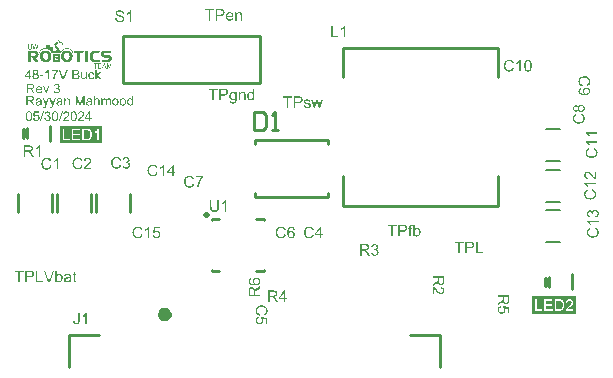
<source format=gto>
G04*
G04 #@! TF.GenerationSoftware,Altium Limited,Altium Designer,24.5.2 (23)*
G04*
G04 Layer_Color=65535*
%FSLAX25Y25*%
%MOIN*%
G70*
G04*
G04 #@! TF.SameCoordinates,5CCFB9DE-5C0A-4CCD-A088-F0D1A9D58223*
G04*
G04*
G04 #@! TF.FilePolarity,Positive*
G04*
G01*
G75*
%ADD10C,0.02500*%
%ADD11C,0.01968*%
%ADD12C,0.01000*%
%ADD13C,0.00500*%
G36*
X49430Y-82610D02*
X49470D01*
Y-82620D01*
X49500D01*
Y-82630D01*
X49520D01*
Y-82640D01*
X49540D01*
Y-82650D01*
X49560D01*
Y-82660D01*
X49580D01*
Y-82670D01*
X49590D01*
Y-82680D01*
X49610D01*
Y-82690D01*
X49620D01*
Y-82700D01*
X49640D01*
Y-82710D01*
X49660D01*
Y-82720D01*
X49680D01*
Y-82730D01*
X49690D01*
Y-82740D01*
X49710D01*
Y-82750D01*
X49730D01*
Y-82760D01*
X49750D01*
Y-82770D01*
X49770D01*
Y-82780D01*
X49790D01*
Y-82790D01*
X49810D01*
Y-82800D01*
X49820D01*
Y-82810D01*
X49840D01*
Y-82820D01*
X49860D01*
Y-82830D01*
X49880D01*
Y-82840D01*
X49900D01*
Y-82850D01*
X49920D01*
Y-82860D01*
X49940D01*
Y-82870D01*
X49950D01*
Y-82880D01*
X49970D01*
Y-82890D01*
X49990D01*
Y-82900D01*
X50010D01*
Y-82910D01*
X50030D01*
Y-82920D01*
X50050D01*
Y-82930D01*
X50070D01*
Y-82940D01*
X50080D01*
Y-82950D01*
X50100D01*
Y-82960D01*
X50120D01*
Y-82970D01*
X50140D01*
Y-82980D01*
X50160D01*
Y-82990D01*
X50180D01*
Y-83000D01*
X50190D01*
Y-83010D01*
X50210D01*
Y-83020D01*
X50230D01*
Y-83030D01*
X50250D01*
Y-83040D01*
X50270D01*
Y-83050D01*
X50290D01*
Y-83060D01*
X50310D01*
Y-83070D01*
X50320D01*
Y-83080D01*
X50340D01*
Y-83090D01*
X50360D01*
Y-83100D01*
X50380D01*
Y-83110D01*
X50400D01*
Y-83120D01*
X50420D01*
Y-83130D01*
X50440D01*
Y-83140D01*
X50450D01*
Y-83150D01*
X50470D01*
Y-83160D01*
X50490D01*
Y-83170D01*
X50510D01*
Y-83180D01*
X50530D01*
Y-83190D01*
X50550D01*
Y-83200D01*
X50570D01*
Y-83210D01*
X50580D01*
Y-83220D01*
X50600D01*
Y-83230D01*
X50620D01*
Y-83240D01*
X50640D01*
Y-83250D01*
X50660D01*
Y-83260D01*
X50680D01*
Y-83270D01*
X50690D01*
Y-83280D01*
X50710D01*
Y-83290D01*
X50730D01*
Y-83300D01*
X50750D01*
Y-83310D01*
X50770D01*
Y-83320D01*
X50790D01*
Y-83330D01*
X50810D01*
Y-83340D01*
X50820D01*
Y-83350D01*
X50840D01*
Y-83360D01*
X50860D01*
Y-83370D01*
X50880D01*
Y-83380D01*
X50890D01*
Y-83400D01*
X50900D01*
Y-83410D01*
X50970D01*
Y-83400D01*
X51090D01*
Y-83390D01*
X51210D01*
Y-83380D01*
X51310D01*
Y-83400D01*
X51320D01*
Y-83430D01*
X51330D01*
Y-83450D01*
X51340D01*
Y-83470D01*
X51350D01*
Y-83500D01*
X51360D01*
Y-83520D01*
X51370D01*
Y-83540D01*
X51380D01*
Y-83570D01*
X51390D01*
Y-83590D01*
X51400D01*
Y-83610D01*
X51410D01*
Y-83630D01*
X51420D01*
Y-83660D01*
X51430D01*
Y-83680D01*
X51440D01*
Y-83700D01*
X51450D01*
Y-83730D01*
X51460D01*
Y-83750D01*
X51470D01*
Y-83770D01*
X51480D01*
Y-83800D01*
X51490D01*
Y-83820D01*
X51500D01*
Y-83840D01*
X51510D01*
Y-83870D01*
X51520D01*
Y-83890D01*
X51530D01*
Y-83910D01*
X51540D01*
Y-83940D01*
X51550D01*
Y-83960D01*
X51560D01*
Y-83970D01*
X51550D01*
Y-83960D01*
X51540D01*
Y-83950D01*
X51530D01*
Y-83940D01*
X51520D01*
Y-83930D01*
X51510D01*
Y-83910D01*
X51500D01*
Y-83900D01*
X51490D01*
Y-83890D01*
X51480D01*
Y-83880D01*
X51470D01*
Y-83870D01*
X51460D01*
Y-83850D01*
X51450D01*
Y-83840D01*
X51440D01*
Y-83830D01*
X51430D01*
Y-83820D01*
X51420D01*
Y-83810D01*
X51410D01*
Y-83790D01*
X51400D01*
Y-83780D01*
X51390D01*
Y-83770D01*
X51380D01*
Y-83760D01*
X51370D01*
Y-83750D01*
X51360D01*
Y-83730D01*
X51350D01*
Y-83720D01*
X51340D01*
Y-83710D01*
X51330D01*
Y-83700D01*
X51320D01*
Y-83690D01*
X51310D01*
Y-83670D01*
X51300D01*
Y-83660D01*
X51290D01*
Y-83650D01*
X51280D01*
Y-83640D01*
X51270D01*
Y-83630D01*
X51260D01*
Y-83610D01*
X51250D01*
Y-83600D01*
X51240D01*
Y-83590D01*
X51230D01*
Y-83580D01*
X51220D01*
Y-83570D01*
X51180D01*
Y-83580D01*
X51160D01*
Y-83590D01*
X51130D01*
Y-83600D01*
X51100D01*
Y-83610D01*
X51080D01*
Y-83620D01*
X51050D01*
Y-83630D01*
X51030D01*
Y-83640D01*
X51000D01*
Y-83650D01*
X50980D01*
Y-83660D01*
X50950D01*
Y-83670D01*
X50930D01*
Y-83680D01*
X50900D01*
Y-83690D01*
X50890D01*
Y-83700D01*
X50880D01*
Y-83720D01*
X50870D01*
Y-83780D01*
X50860D01*
Y-83870D01*
X50850D01*
Y-83950D01*
X50840D01*
Y-84040D01*
X50850D01*
Y-84050D01*
X50890D01*
Y-84060D01*
X50920D01*
Y-84070D01*
X50960D01*
Y-84080D01*
X50990D01*
Y-84090D01*
X51030D01*
Y-84100D01*
X51060D01*
Y-84110D01*
X51100D01*
Y-84120D01*
X51130D01*
Y-84130D01*
X51170D01*
Y-84140D01*
X51200D01*
Y-84150D01*
X51240D01*
Y-84160D01*
X51270D01*
Y-84170D01*
X51310D01*
Y-84180D01*
X51340D01*
Y-84190D01*
X51060D01*
Y-84180D01*
X50720D01*
Y-84170D01*
X50660D01*
Y-84160D01*
X50650D01*
Y-84130D01*
X50640D01*
Y-84110D01*
X50630D01*
Y-84090D01*
X50620D01*
Y-84060D01*
X50610D01*
Y-84040D01*
X50600D01*
Y-84020D01*
X50590D01*
Y-83990D01*
X50580D01*
Y-83970D01*
X50570D01*
Y-83950D01*
X50560D01*
Y-83920D01*
X50550D01*
Y-83900D01*
X50540D01*
Y-83870D01*
X50530D01*
Y-83850D01*
X50520D01*
Y-83830D01*
X50510D01*
Y-83820D01*
X50500D01*
Y-83810D01*
X50470D01*
Y-83800D01*
X50450D01*
Y-83790D01*
X50440D01*
Y-83780D01*
X50420D01*
Y-83770D01*
X50400D01*
Y-83760D01*
X50380D01*
Y-83750D01*
X50360D01*
Y-83740D01*
X50350D01*
Y-83730D01*
X50330D01*
Y-83720D01*
X50310D01*
Y-83710D01*
X50290D01*
Y-83700D01*
X50270D01*
Y-83690D01*
X50260D01*
Y-83680D01*
X50240D01*
Y-83670D01*
X50220D01*
Y-83660D01*
X50200D01*
Y-83650D01*
X50190D01*
Y-83640D01*
X50170D01*
Y-83630D01*
X50150D01*
Y-83620D01*
X50130D01*
Y-83610D01*
X50110D01*
Y-83600D01*
X50100D01*
Y-83590D01*
X50080D01*
Y-83580D01*
X50060D01*
Y-83570D01*
X50040D01*
Y-83560D01*
X50020D01*
Y-83550D01*
X50010D01*
Y-83540D01*
X49990D01*
Y-83530D01*
X49970D01*
Y-83520D01*
X49950D01*
Y-83510D01*
X49930D01*
Y-83500D01*
X49920D01*
Y-83490D01*
X49900D01*
Y-83480D01*
X49880D01*
Y-83470D01*
X49860D01*
Y-83460D01*
X49840D01*
Y-83450D01*
X49830D01*
Y-83440D01*
X49810D01*
Y-83430D01*
X49790D01*
Y-83420D01*
X49770D01*
Y-83410D01*
X49750D01*
Y-83400D01*
X49740D01*
Y-83390D01*
X49720D01*
Y-83380D01*
X49700D01*
Y-83370D01*
X49680D01*
Y-83360D01*
X49670D01*
Y-83350D01*
X49650D01*
Y-83340D01*
X49630D01*
Y-83330D01*
X49610D01*
Y-83320D01*
X49590D01*
Y-83310D01*
X49580D01*
Y-83300D01*
X49560D01*
Y-83290D01*
X49540D01*
Y-83280D01*
X49520D01*
Y-83270D01*
X49500D01*
Y-83260D01*
X49480D01*
Y-83270D01*
X49470D01*
Y-83290D01*
X49460D01*
Y-83300D01*
X49450D01*
Y-83310D01*
X49440D01*
Y-83320D01*
X49430D01*
Y-83340D01*
X49420D01*
Y-83350D01*
X49410D01*
Y-83360D01*
X49400D01*
Y-83370D01*
X49390D01*
Y-83390D01*
X49380D01*
Y-83400D01*
X49370D01*
Y-83410D01*
X49360D01*
Y-83420D01*
X49350D01*
Y-83430D01*
X49340D01*
Y-83450D01*
X49330D01*
Y-83460D01*
X49320D01*
Y-83470D01*
X49310D01*
Y-83480D01*
X49300D01*
Y-83490D01*
X49290D01*
Y-83500D01*
X49280D01*
Y-83520D01*
X49270D01*
Y-83530D01*
X49260D01*
Y-83540D01*
X49250D01*
Y-83550D01*
X49240D01*
Y-83560D01*
X49230D01*
Y-83570D01*
X49220D01*
Y-83580D01*
X49210D01*
Y-83600D01*
X49200D01*
Y-83610D01*
X49190D01*
Y-83620D01*
X49180D01*
Y-83630D01*
X49170D01*
Y-83640D01*
X49160D01*
Y-83650D01*
X49150D01*
Y-83660D01*
X49140D01*
Y-83680D01*
X49130D01*
Y-83690D01*
X49120D01*
Y-83700D01*
X49110D01*
Y-83710D01*
X49100D01*
Y-83720D01*
X49090D01*
Y-83730D01*
X49080D01*
Y-83740D01*
X49070D01*
Y-83750D01*
X49060D01*
Y-83760D01*
X49050D01*
Y-83770D01*
X49040D01*
Y-83780D01*
X49030D01*
Y-83800D01*
X49020D01*
Y-83810D01*
X49010D01*
Y-83820D01*
X49000D01*
Y-83830D01*
X48990D01*
Y-83840D01*
X48980D01*
Y-83850D01*
X48970D01*
Y-83860D01*
X48960D01*
Y-83870D01*
X48950D01*
Y-83890D01*
X48940D01*
Y-83900D01*
X48930D01*
Y-83910D01*
X48920D01*
Y-83920D01*
X48910D01*
Y-83940D01*
X48900D01*
Y-83950D01*
X48890D01*
Y-83960D01*
X48880D01*
Y-83970D01*
X48870D01*
Y-83990D01*
X48860D01*
Y-84000D01*
X48850D01*
Y-84010D01*
X48840D01*
Y-84030D01*
X48830D01*
Y-84040D01*
X48820D01*
Y-84050D01*
X48810D01*
Y-84060D01*
X48800D01*
Y-84080D01*
X48790D01*
Y-84090D01*
X48780D01*
Y-84100D01*
X48770D01*
Y-84110D01*
X48760D01*
Y-84130D01*
X48750D01*
Y-84140D01*
X48740D01*
Y-84150D01*
X48730D01*
Y-84160D01*
X48720D01*
Y-84180D01*
X48710D01*
Y-84190D01*
X48690D01*
Y-84180D01*
X48680D01*
Y-84190D01*
X48690D01*
Y-84200D01*
X48700D01*
Y-84210D01*
X48710D01*
Y-84230D01*
X48720D01*
Y-84240D01*
X48730D01*
Y-84250D01*
X48740D01*
Y-84260D01*
X48750D01*
Y-84270D01*
X48760D01*
Y-84290D01*
X48770D01*
Y-84300D01*
X48780D01*
Y-84310D01*
X48790D01*
Y-84320D01*
X48800D01*
Y-84340D01*
X48810D01*
Y-84350D01*
X48820D01*
Y-84360D01*
X48830D01*
Y-84370D01*
X48840D01*
Y-84380D01*
X48850D01*
Y-84400D01*
X48860D01*
Y-84410D01*
X48870D01*
Y-84420D01*
X48880D01*
Y-84430D01*
X48890D01*
Y-84440D01*
X48900D01*
Y-84460D01*
X48910D01*
Y-84470D01*
X48920D01*
Y-84480D01*
X48930D01*
Y-84490D01*
X48940D01*
Y-84510D01*
X48950D01*
Y-84520D01*
X48960D01*
Y-84530D01*
X48970D01*
Y-84540D01*
X48980D01*
Y-84550D01*
X48990D01*
Y-84570D01*
X49000D01*
Y-84580D01*
X49010D01*
Y-84590D01*
X49020D01*
Y-84600D01*
X49030D01*
Y-84610D01*
X49040D01*
Y-84630D01*
X49050D01*
Y-84640D01*
X49060D01*
Y-84650D01*
X49070D01*
Y-84660D01*
X49080D01*
Y-84680D01*
X49090D01*
Y-84690D01*
X49100D01*
Y-84700D01*
X49110D01*
Y-84710D01*
X49120D01*
Y-84720D01*
X49130D01*
Y-84740D01*
X49140D01*
Y-84750D01*
X49150D01*
Y-84760D01*
X49160D01*
Y-84770D01*
X49170D01*
Y-84780D01*
X49180D01*
Y-84800D01*
X49190D01*
Y-84810D01*
X49200D01*
Y-84820D01*
X49210D01*
Y-84830D01*
X49220D01*
Y-84850D01*
X49230D01*
Y-84860D01*
X49240D01*
Y-84870D01*
X49250D01*
Y-84880D01*
X49260D01*
Y-84890D01*
X49270D01*
Y-84910D01*
X49280D01*
Y-84920D01*
X49290D01*
Y-84930D01*
X49300D01*
Y-84940D01*
X49310D01*
Y-84960D01*
X49320D01*
Y-84970D01*
X49330D01*
Y-84980D01*
X49340D01*
Y-84990D01*
X49350D01*
Y-85000D01*
X49360D01*
Y-85020D01*
X49370D01*
Y-85030D01*
X49380D01*
Y-85040D01*
X49390D01*
Y-85050D01*
X49670D01*
Y-85070D01*
X49680D01*
Y-85110D01*
X49690D01*
Y-85150D01*
X49700D01*
Y-85190D01*
X49710D01*
Y-85220D01*
X49720D01*
Y-85260D01*
X49730D01*
Y-85300D01*
X49740D01*
Y-85340D01*
X49750D01*
Y-85380D01*
X49760D01*
Y-85410D01*
X49770D01*
Y-85450D01*
X49780D01*
Y-85490D01*
X49790D01*
Y-85530D01*
X49800D01*
Y-85570D01*
X49810D01*
Y-85610D01*
X49820D01*
Y-85640D01*
X49830D01*
Y-85680D01*
X49840D01*
Y-85720D01*
X49850D01*
Y-85760D01*
X49860D01*
Y-85800D01*
X49870D01*
Y-85830D01*
X49880D01*
Y-85870D01*
X49890D01*
Y-85910D01*
X49900D01*
Y-85950D01*
X49910D01*
Y-85990D01*
X49920D01*
Y-86030D01*
X49930D01*
Y-86060D01*
X49940D01*
Y-86100D01*
X49950D01*
Y-86140D01*
X50020D01*
Y-86150D01*
X50420D01*
Y-86140D01*
X50430D01*
Y-86120D01*
X50440D01*
Y-86110D01*
X50450D01*
Y-86090D01*
X50460D01*
Y-86080D01*
X50470D01*
Y-86070D01*
X50480D01*
Y-86050D01*
X50490D01*
Y-86040D01*
X50500D01*
Y-86030D01*
X50510D01*
Y-86010D01*
X50520D01*
Y-86000D01*
X50530D01*
Y-85990D01*
X50540D01*
Y-85970D01*
X50550D01*
Y-85960D01*
X50560D01*
Y-85950D01*
X50570D01*
Y-85940D01*
X50580D01*
Y-85930D01*
X50590D01*
Y-85920D01*
X50600D01*
Y-85900D01*
X50610D01*
Y-85890D01*
X50620D01*
Y-85880D01*
X50630D01*
Y-85870D01*
X50640D01*
Y-85860D01*
X50650D01*
Y-85850D01*
X50660D01*
Y-85840D01*
X50670D01*
Y-85830D01*
X50680D01*
Y-85820D01*
X50690D01*
Y-85810D01*
X50700D01*
Y-85800D01*
X50710D01*
Y-85790D01*
X50720D01*
Y-85780D01*
X50730D01*
Y-85770D01*
X50740D01*
Y-85760D01*
X50750D01*
Y-85750D01*
X50760D01*
Y-85740D01*
X50770D01*
Y-85730D01*
X50780D01*
Y-85720D01*
X50800D01*
Y-85710D01*
X50810D01*
Y-85700D01*
X50820D01*
Y-85690D01*
X50830D01*
Y-85680D01*
X50840D01*
Y-85670D01*
X50860D01*
Y-85660D01*
X50870D01*
Y-85650D01*
X50880D01*
Y-85640D01*
X50890D01*
Y-85630D01*
X50910D01*
Y-85620D01*
X50920D01*
Y-85610D01*
X50930D01*
Y-85600D01*
X50950D01*
Y-85590D01*
X50960D01*
Y-85580D01*
X50980D01*
Y-85570D01*
X50990D01*
Y-85560D01*
X51010D01*
Y-85550D01*
X51020D01*
Y-85540D01*
X51040D01*
Y-85530D01*
X51050D01*
Y-85520D01*
X51070D01*
Y-85510D01*
X51090D01*
Y-85500D01*
X51100D01*
Y-85490D01*
X51120D01*
Y-85480D01*
X51140D01*
Y-85470D01*
X51160D01*
Y-85460D01*
X51180D01*
Y-85450D01*
X51190D01*
Y-85440D01*
X51210D01*
Y-85430D01*
X51230D01*
Y-85420D01*
X51250D01*
Y-85410D01*
X51280D01*
Y-85400D01*
X51300D01*
Y-85390D01*
X51320D01*
Y-85380D01*
X51340D01*
Y-85370D01*
X51370D01*
Y-85360D01*
X51390D01*
Y-85350D01*
X51420D01*
Y-85340D01*
X51450D01*
Y-85330D01*
X51480D01*
Y-85320D01*
X51510D01*
Y-85310D01*
X51540D01*
Y-85300D01*
X51570D01*
Y-85290D01*
X51610D01*
Y-85280D01*
X51640D01*
Y-85270D01*
X51690D01*
Y-85260D01*
X51730D01*
Y-85250D01*
X51780D01*
Y-85240D01*
X51830D01*
Y-85230D01*
X51900D01*
Y-85220D01*
X51980D01*
Y-85210D01*
X52090D01*
Y-85200D01*
X52460D01*
Y-85210D01*
X52580D01*
Y-85220D01*
X52660D01*
Y-85230D01*
X52720D01*
Y-85240D01*
X52780D01*
Y-85250D01*
X52830D01*
Y-85260D01*
X52870D01*
Y-85270D01*
X52910D01*
Y-85280D01*
X52950D01*
Y-85290D01*
X52990D01*
Y-85300D01*
X53020D01*
Y-85310D01*
X53050D01*
Y-85320D01*
X53080D01*
Y-85330D01*
X53110D01*
Y-85340D01*
X53140D01*
Y-85350D01*
X53170D01*
Y-85360D01*
X53190D01*
Y-85370D01*
X53220D01*
Y-85380D01*
X53240D01*
Y-85390D01*
X53260D01*
Y-85400D01*
X53280D01*
Y-85410D01*
X53310D01*
Y-85420D01*
X53330D01*
Y-85430D01*
X53350D01*
Y-85440D01*
X53370D01*
Y-85450D01*
X53390D01*
Y-85460D01*
X53400D01*
Y-85470D01*
X53420D01*
Y-85480D01*
X53440D01*
Y-85490D01*
X53460D01*
Y-85500D01*
X53480D01*
Y-85510D01*
X53490D01*
Y-85520D01*
X53510D01*
Y-85530D01*
X53520D01*
Y-85540D01*
X53540D01*
Y-85550D01*
X53560D01*
Y-85560D01*
X53570D01*
Y-85570D01*
X53590D01*
Y-85580D01*
X53600D01*
Y-85590D01*
X53610D01*
Y-85600D01*
X53630D01*
Y-85610D01*
X53640D01*
Y-85620D01*
X53660D01*
Y-85630D01*
X53670D01*
Y-85640D01*
X53680D01*
Y-85650D01*
X53700D01*
Y-85660D01*
X53710D01*
Y-85670D01*
X53720D01*
Y-85680D01*
X53730D01*
Y-85690D01*
X53750D01*
Y-85700D01*
X53760D01*
Y-85710D01*
X53770D01*
Y-85720D01*
X53780D01*
Y-85730D01*
X53790D01*
Y-85740D01*
X53800D01*
Y-85750D01*
X53810D01*
Y-85760D01*
X53830D01*
Y-85770D01*
X53840D01*
Y-85780D01*
X53850D01*
Y-85790D01*
X53860D01*
Y-85800D01*
X53870D01*
Y-85810D01*
X53880D01*
Y-85820D01*
X53890D01*
Y-85830D01*
X53900D01*
Y-85840D01*
X53910D01*
Y-85850D01*
X53920D01*
Y-85860D01*
X53930D01*
Y-85870D01*
X53940D01*
Y-85880D01*
X53950D01*
Y-85900D01*
X53960D01*
Y-85910D01*
X53970D01*
Y-85920D01*
X53980D01*
Y-85930D01*
X53990D01*
Y-85940D01*
X54000D01*
Y-85950D01*
X54010D01*
Y-85960D01*
X54020D01*
Y-85980D01*
X54030D01*
Y-85990D01*
X54040D01*
Y-86000D01*
X54050D01*
Y-86010D01*
X54060D01*
Y-86030D01*
X54070D01*
Y-86040D01*
X54080D01*
Y-86050D01*
X54090D01*
Y-86070D01*
X54100D01*
Y-86080D01*
X54110D01*
Y-86090D01*
X54120D01*
Y-86110D01*
X54130D01*
Y-86120D01*
X54140D01*
Y-86140D01*
X54150D01*
Y-86150D01*
X54160D01*
Y-86160D01*
X54170D01*
Y-86180D01*
X54180D01*
Y-86200D01*
X54190D01*
Y-86210D01*
X54200D01*
Y-86230D01*
X54210D01*
Y-86240D01*
X54220D01*
Y-86260D01*
X54230D01*
Y-86280D01*
X54240D01*
Y-86290D01*
X54250D01*
Y-86310D01*
X54260D01*
Y-86330D01*
X54270D01*
Y-86350D01*
X54280D01*
Y-86370D01*
X54290D01*
Y-86390D01*
X54300D01*
Y-86410D01*
X54310D01*
Y-86430D01*
X54320D01*
Y-86450D01*
X54330D01*
Y-86470D01*
X54340D01*
Y-86490D01*
X54350D01*
Y-86510D01*
X54360D01*
Y-86540D01*
X54370D01*
Y-86560D01*
X54380D01*
Y-86590D01*
X54390D01*
Y-86610D01*
X54400D01*
Y-86640D01*
X54410D01*
Y-86680D01*
X54370D01*
Y-86690D01*
X54340D01*
Y-86700D01*
X54300D01*
Y-86710D01*
X54260D01*
Y-86720D01*
X54230D01*
Y-86730D01*
X54190D01*
Y-86700D01*
X54180D01*
Y-86670D01*
X54170D01*
Y-86650D01*
X54160D01*
Y-86620D01*
X54150D01*
Y-86600D01*
X54140D01*
Y-86580D01*
X54130D01*
Y-86550D01*
X54120D01*
Y-86530D01*
X54110D01*
Y-86510D01*
X54100D01*
Y-86490D01*
X54090D01*
Y-86470D01*
X54080D01*
Y-86450D01*
X54070D01*
Y-86440D01*
X54060D01*
Y-86420D01*
X54050D01*
Y-86400D01*
X54040D01*
Y-86380D01*
X54030D01*
Y-86370D01*
X54020D01*
Y-86350D01*
X54010D01*
Y-86330D01*
X54000D01*
Y-86320D01*
X53990D01*
Y-86300D01*
X53980D01*
Y-86290D01*
X53970D01*
Y-86270D01*
X53960D01*
Y-86260D01*
X53950D01*
Y-86240D01*
X53940D01*
Y-86230D01*
X53930D01*
Y-86220D01*
X53920D01*
Y-86200D01*
X53910D01*
Y-86190D01*
X53900D01*
Y-86180D01*
X53890D01*
Y-86160D01*
X53880D01*
Y-86150D01*
X53870D01*
Y-86140D01*
X53860D01*
Y-86130D01*
X53850D01*
Y-86110D01*
X53840D01*
Y-86100D01*
X53830D01*
Y-86090D01*
X53820D01*
Y-86080D01*
X53810D01*
Y-86070D01*
X53800D01*
Y-86060D01*
X53790D01*
Y-86050D01*
X53780D01*
Y-86030D01*
X53770D01*
Y-86020D01*
X53760D01*
Y-86010D01*
X53750D01*
Y-86000D01*
X53740D01*
Y-85990D01*
X53730D01*
Y-85980D01*
X53720D01*
Y-85970D01*
X53710D01*
Y-85960D01*
X53700D01*
Y-85950D01*
X53690D01*
Y-85940D01*
X53680D01*
Y-85930D01*
X53660D01*
Y-85920D01*
X53650D01*
Y-85910D01*
X53640D01*
Y-85900D01*
X53630D01*
Y-85890D01*
X53620D01*
Y-85880D01*
X53610D01*
Y-85870D01*
X53600D01*
Y-85860D01*
X53580D01*
Y-85850D01*
X53570D01*
Y-85840D01*
X53560D01*
Y-85830D01*
X53550D01*
Y-85820D01*
X53530D01*
Y-85810D01*
X53520D01*
Y-85800D01*
X53510D01*
Y-85790D01*
X53490D01*
Y-85780D01*
X53480D01*
Y-85770D01*
X53460D01*
Y-85760D01*
X53450D01*
Y-85750D01*
X53430D01*
Y-85740D01*
X53420D01*
Y-85730D01*
X53400D01*
Y-85720D01*
X53390D01*
Y-85710D01*
X53370D01*
Y-85700D01*
X53350D01*
Y-85690D01*
X53340D01*
Y-85680D01*
X53320D01*
Y-85670D01*
X53300D01*
Y-85660D01*
X53280D01*
Y-85650D01*
X53260D01*
Y-85640D01*
X53240D01*
Y-85630D01*
X53220D01*
Y-85620D01*
X53200D01*
Y-85610D01*
X53180D01*
Y-85600D01*
X53160D01*
Y-85590D01*
X53130D01*
Y-85580D01*
X53110D01*
Y-85570D01*
X53080D01*
Y-85560D01*
X53060D01*
Y-85550D01*
X53030D01*
Y-85540D01*
X53000D01*
Y-85530D01*
X52970D01*
Y-85520D01*
X52940D01*
Y-85510D01*
X52900D01*
Y-85500D01*
X52860D01*
Y-85490D01*
X52820D01*
Y-85480D01*
X52780D01*
Y-85470D01*
X52730D01*
Y-85460D01*
X52670D01*
Y-85450D01*
X52600D01*
Y-85440D01*
X52510D01*
Y-85430D01*
X52330D01*
Y-85420D01*
X52230D01*
Y-85430D01*
X52050D01*
Y-85440D01*
X51960D01*
Y-85450D01*
X51890D01*
Y-85460D01*
X51830D01*
Y-85470D01*
X51780D01*
Y-85480D01*
X51740D01*
Y-85490D01*
X51700D01*
Y-85500D01*
X51660D01*
Y-85510D01*
X51620D01*
Y-85520D01*
X51590D01*
Y-85530D01*
X51560D01*
Y-85540D01*
X51530D01*
Y-85550D01*
X51500D01*
Y-85560D01*
X51480D01*
Y-85570D01*
X51450D01*
Y-85580D01*
X51430D01*
Y-85590D01*
X51410D01*
Y-85600D01*
X51380D01*
Y-85610D01*
X51360D01*
Y-85620D01*
X51340D01*
Y-85630D01*
X51320D01*
Y-85640D01*
X51300D01*
Y-85650D01*
X51280D01*
Y-85660D01*
X51260D01*
Y-85670D01*
X51240D01*
Y-85680D01*
X51230D01*
Y-85690D01*
X51210D01*
Y-85700D01*
X51190D01*
Y-85710D01*
X51180D01*
Y-85720D01*
X51160D01*
Y-85730D01*
X51140D01*
Y-85740D01*
X51130D01*
Y-85750D01*
X51110D01*
Y-85760D01*
X51100D01*
Y-85770D01*
X51090D01*
Y-85780D01*
X51070D01*
Y-85790D01*
X51060D01*
Y-85800D01*
X51040D01*
Y-85810D01*
X51030D01*
Y-85820D01*
X51020D01*
Y-85830D01*
X51010D01*
Y-85840D01*
X50990D01*
Y-85850D01*
X50980D01*
Y-85860D01*
X50970D01*
Y-85870D01*
X50960D01*
Y-85880D01*
X50950D01*
Y-85890D01*
X50930D01*
Y-85900D01*
X50920D01*
Y-85910D01*
X50910D01*
Y-85920D01*
X50900D01*
Y-85930D01*
X50890D01*
Y-85940D01*
X50880D01*
Y-85950D01*
X50870D01*
Y-85960D01*
X50860D01*
Y-85970D01*
X50850D01*
Y-85980D01*
X50840D01*
Y-85990D01*
X50830D01*
Y-86000D01*
X50820D01*
Y-86010D01*
X50810D01*
Y-86020D01*
X50800D01*
Y-86030D01*
X50790D01*
Y-86040D01*
X50780D01*
Y-86050D01*
X50770D01*
Y-86060D01*
X50760D01*
Y-86080D01*
X50750D01*
Y-86090D01*
X50740D01*
Y-86100D01*
X50730D01*
Y-86110D01*
X50720D01*
Y-86120D01*
X50710D01*
Y-86140D01*
X50700D01*
Y-86150D01*
X50690D01*
Y-86160D01*
X50680D01*
Y-86180D01*
X50670D01*
Y-86190D01*
X50660D01*
Y-86200D01*
X50650D01*
Y-86220D01*
X50640D01*
Y-86230D01*
X50630D01*
Y-86240D01*
X50620D01*
Y-86260D01*
X50610D01*
Y-86270D01*
X50600D01*
Y-86290D01*
X50590D01*
Y-86300D01*
X50580D01*
Y-86320D01*
X50570D01*
Y-86340D01*
X50560D01*
Y-86350D01*
X50550D01*
Y-86370D01*
X50540D01*
Y-86390D01*
X50530D01*
Y-86410D01*
X50520D01*
Y-86420D01*
X50510D01*
Y-86440D01*
X50500D01*
Y-86460D01*
X50490D01*
Y-86480D01*
X50480D01*
Y-86500D01*
X50470D01*
Y-86520D01*
X50460D01*
Y-86540D01*
X50450D01*
Y-86560D01*
X50440D01*
Y-86590D01*
X50430D01*
Y-86610D01*
X50420D01*
Y-86640D01*
X50410D01*
Y-86660D01*
X50400D01*
Y-86690D01*
X50390D01*
Y-86720D01*
X50380D01*
Y-86740D01*
X49270D01*
Y-86730D01*
X47070D01*
Y-86700D01*
X47060D01*
Y-86670D01*
X47050D01*
Y-86650D01*
X47040D01*
Y-86620D01*
X47030D01*
Y-86600D01*
X47020D01*
Y-86580D01*
X47010D01*
Y-86560D01*
X47000D01*
Y-86530D01*
X46990D01*
Y-86510D01*
X46980D01*
Y-86490D01*
X46970D01*
Y-86470D01*
X46960D01*
Y-86450D01*
X46950D01*
Y-86440D01*
X46940D01*
Y-86420D01*
X46930D01*
Y-86400D01*
X46920D01*
Y-86380D01*
X46910D01*
Y-86370D01*
X46900D01*
Y-86350D01*
X46890D01*
Y-86330D01*
X46880D01*
Y-86320D01*
X46870D01*
Y-86300D01*
X46860D01*
Y-86290D01*
X46850D01*
Y-86270D01*
X46840D01*
Y-86260D01*
X46830D01*
Y-86240D01*
X46820D01*
Y-86230D01*
X46810D01*
Y-86220D01*
X46800D01*
Y-86200D01*
X46790D01*
Y-86190D01*
X46780D01*
Y-86170D01*
X46770D01*
Y-86160D01*
X46760D01*
Y-86150D01*
X46750D01*
Y-86140D01*
X46740D01*
Y-86120D01*
X46730D01*
Y-86110D01*
X46720D01*
Y-86100D01*
X46710D01*
Y-86090D01*
X46700D01*
Y-86080D01*
X46690D01*
Y-86070D01*
X46680D01*
Y-86050D01*
X46670D01*
Y-86040D01*
X46660D01*
Y-86030D01*
X46650D01*
Y-86020D01*
X46640D01*
Y-86010D01*
X46630D01*
Y-86000D01*
X46620D01*
Y-85990D01*
X46610D01*
Y-85980D01*
X46600D01*
Y-85970D01*
X46590D01*
Y-85960D01*
X46580D01*
Y-85950D01*
X46570D01*
Y-85940D01*
X46560D01*
Y-85930D01*
X46550D01*
Y-85920D01*
X46540D01*
Y-85910D01*
X46530D01*
Y-85900D01*
X46510D01*
Y-85890D01*
X46500D01*
Y-85880D01*
X46490D01*
Y-85870D01*
X46480D01*
Y-85860D01*
X46470D01*
Y-85850D01*
X46460D01*
Y-85840D01*
X46440D01*
Y-85830D01*
X46430D01*
Y-85820D01*
X46420D01*
Y-85810D01*
X46400D01*
Y-85800D01*
X46390D01*
Y-85790D01*
X46380D01*
Y-85780D01*
X46360D01*
Y-85770D01*
X46350D01*
Y-85760D01*
X46330D01*
Y-85750D01*
X46320D01*
Y-85740D01*
X46300D01*
Y-85730D01*
X46290D01*
Y-85720D01*
X46270D01*
Y-85710D01*
X46260D01*
Y-85700D01*
X46240D01*
Y-85690D01*
X46220D01*
Y-85680D01*
X46210D01*
Y-85670D01*
X46190D01*
Y-85660D01*
X46170D01*
Y-85650D01*
X46150D01*
Y-85640D01*
X46130D01*
Y-85630D01*
X46110D01*
Y-85620D01*
X46090D01*
Y-85610D01*
X46070D01*
Y-85600D01*
X46050D01*
Y-85590D01*
X46020D01*
Y-85580D01*
X46000D01*
Y-85570D01*
X45970D01*
Y-85560D01*
X45950D01*
Y-85550D01*
X45920D01*
Y-85540D01*
X45890D01*
Y-85530D01*
X45860D01*
Y-85520D01*
X45830D01*
Y-85510D01*
X45800D01*
Y-85500D01*
X45760D01*
Y-85490D01*
X45720D01*
Y-85480D01*
X45680D01*
Y-85470D01*
X45640D01*
Y-85460D01*
X45580D01*
Y-85450D01*
X45520D01*
Y-85440D01*
X45450D01*
Y-85430D01*
X45340D01*
Y-85420D01*
X44970D01*
Y-85430D01*
X44860D01*
Y-85440D01*
X44790D01*
Y-85450D01*
X44730D01*
Y-85460D01*
X44680D01*
Y-85470D01*
X44630D01*
Y-85480D01*
X44590D01*
Y-85490D01*
X44550D01*
Y-85500D01*
X44510D01*
Y-85510D01*
X44480D01*
Y-85520D01*
X44450D01*
Y-85530D01*
X44420D01*
Y-85540D01*
X44390D01*
Y-85550D01*
X44360D01*
Y-85560D01*
X44340D01*
Y-85570D01*
X44310D01*
Y-85580D01*
X44290D01*
Y-85590D01*
X44270D01*
Y-85600D01*
X44250D01*
Y-85610D01*
X44220D01*
Y-85620D01*
X44200D01*
Y-85630D01*
X44180D01*
Y-85640D01*
X44160D01*
Y-85650D01*
X44150D01*
Y-85660D01*
X44130D01*
Y-85670D01*
X44110D01*
Y-85680D01*
X44090D01*
Y-85690D01*
X44070D01*
Y-85700D01*
X44060D01*
Y-85710D01*
X44040D01*
Y-85720D01*
X44030D01*
Y-85730D01*
X44010D01*
Y-85740D01*
X44000D01*
Y-85750D01*
X43980D01*
Y-85760D01*
X43970D01*
Y-85770D01*
X43950D01*
Y-85780D01*
X43940D01*
Y-85790D01*
X43930D01*
Y-85800D01*
X43910D01*
Y-85810D01*
X43900D01*
Y-85820D01*
X43890D01*
Y-85830D01*
X43870D01*
Y-85840D01*
X43860D01*
Y-85850D01*
X43850D01*
Y-85860D01*
X43840D01*
Y-85870D01*
X43830D01*
Y-85880D01*
X43810D01*
Y-85890D01*
X43800D01*
Y-85900D01*
X43790D01*
Y-85910D01*
X43780D01*
Y-85920D01*
X43770D01*
Y-85930D01*
X43760D01*
Y-85940D01*
X43750D01*
Y-85950D01*
X43740D01*
Y-85960D01*
X43730D01*
Y-85970D01*
X43720D01*
Y-85980D01*
X43710D01*
Y-85990D01*
X43700D01*
Y-86000D01*
X43690D01*
Y-86010D01*
X43680D01*
Y-86020D01*
X43670D01*
Y-86030D01*
X43660D01*
Y-86040D01*
X43650D01*
Y-86050D01*
X43640D01*
Y-86070D01*
X43630D01*
Y-86080D01*
X43620D01*
Y-86090D01*
X43610D01*
Y-86100D01*
X43600D01*
Y-86110D01*
X43590D01*
Y-86130D01*
X43580D01*
Y-86140D01*
X43570D01*
Y-86150D01*
X43560D01*
Y-86160D01*
X43550D01*
Y-86180D01*
X43540D01*
Y-86190D01*
X43530D01*
Y-86200D01*
X43520D01*
Y-86220D01*
X43510D01*
Y-86230D01*
X43500D01*
Y-86250D01*
X43490D01*
Y-86260D01*
X43480D01*
Y-86280D01*
X43470D01*
Y-86290D01*
X43460D01*
Y-86310D01*
X43450D01*
Y-86320D01*
X43440D01*
Y-86340D01*
X43430D01*
Y-86360D01*
X43420D01*
Y-86370D01*
X43410D01*
Y-86390D01*
X43400D01*
Y-86410D01*
X43390D01*
Y-86430D01*
X43380D01*
Y-86450D01*
X43370D01*
Y-86470D01*
X43360D01*
Y-86490D01*
X43350D01*
Y-86510D01*
X43340D01*
Y-86530D01*
X43330D01*
Y-86550D01*
X43320D01*
Y-86570D01*
X43310D01*
Y-86600D01*
X43300D01*
Y-86620D01*
X43290D01*
Y-86650D01*
X43280D01*
Y-86670D01*
X43270D01*
Y-86700D01*
X43260D01*
Y-86720D01*
X43210D01*
Y-86710D01*
X43180D01*
Y-86700D01*
X43140D01*
Y-86690D01*
X43100D01*
Y-86680D01*
X43070D01*
Y-86670D01*
X43040D01*
Y-86650D01*
X43050D01*
Y-86620D01*
X43060D01*
Y-86590D01*
X43070D01*
Y-86560D01*
X43080D01*
Y-86550D01*
Y-86540D01*
X43090D01*
Y-86510D01*
X43100D01*
Y-86490D01*
X43110D01*
Y-86470D01*
X43120D01*
Y-86440D01*
X43130D01*
Y-86420D01*
X43140D01*
Y-86400D01*
X43150D01*
Y-86380D01*
X43160D01*
Y-86360D01*
X43170D01*
Y-86340D01*
X43180D01*
Y-86320D01*
X43190D01*
Y-86300D01*
X43200D01*
Y-86290D01*
X43210D01*
Y-86270D01*
X43220D01*
Y-86250D01*
X43230D01*
Y-86230D01*
X43240D01*
Y-86220D01*
X43250D01*
Y-86200D01*
X43260D01*
Y-86190D01*
X43270D01*
Y-86170D01*
X43280D01*
Y-86150D01*
X43290D01*
Y-86140D01*
X43300D01*
Y-86120D01*
X43310D01*
Y-86110D01*
X43320D01*
Y-86100D01*
X43330D01*
Y-86080D01*
X43340D01*
Y-86070D01*
X43350D01*
Y-86050D01*
X43360D01*
Y-86040D01*
X43370D01*
Y-86030D01*
X43380D01*
Y-86010D01*
X43390D01*
Y-86000D01*
X43400D01*
Y-85990D01*
X43410D01*
Y-85980D01*
X43420D01*
Y-85960D01*
X43430D01*
Y-85950D01*
X43440D01*
Y-85940D01*
X43450D01*
Y-85930D01*
X43460D01*
Y-85920D01*
X43470D01*
Y-85900D01*
X43480D01*
Y-85890D01*
X43490D01*
Y-85880D01*
X43500D01*
Y-85870D01*
X43510D01*
Y-85860D01*
X43520D01*
Y-85850D01*
X43530D01*
Y-85840D01*
X43540D01*
Y-85830D01*
X43550D01*
Y-85820D01*
X43560D01*
Y-85810D01*
X43570D01*
Y-85800D01*
X43580D01*
Y-85790D01*
X43590D01*
Y-85780D01*
X43600D01*
Y-85770D01*
X43610D01*
Y-85760D01*
X43620D01*
Y-85750D01*
X43630D01*
Y-85740D01*
X43640D01*
Y-85730D01*
X43650D01*
Y-85720D01*
X43670D01*
Y-85710D01*
X43680D01*
Y-85700D01*
X43690D01*
Y-85690D01*
X43700D01*
Y-85680D01*
X43710D01*
Y-85670D01*
X43720D01*
Y-85660D01*
X43740D01*
Y-85650D01*
X43750D01*
Y-85640D01*
X43760D01*
Y-85630D01*
X43780D01*
Y-85620D01*
X43790D01*
Y-85610D01*
X43800D01*
Y-85600D01*
X43820D01*
Y-85590D01*
X43830D01*
Y-85580D01*
X43840D01*
Y-85570D01*
X43860D01*
Y-85560D01*
X43870D01*
Y-85550D01*
X43890D01*
Y-85540D01*
X43900D01*
Y-85530D01*
X43920D01*
Y-85520D01*
X43940D01*
Y-85510D01*
X43950D01*
Y-85500D01*
X43970D01*
Y-85490D01*
X43990D01*
Y-85480D01*
X44000D01*
Y-85470D01*
X44020D01*
Y-85460D01*
X44040D01*
Y-85450D01*
X44060D01*
Y-85440D01*
X44080D01*
Y-85430D01*
X44100D01*
Y-85420D01*
X44120D01*
Y-85410D01*
X44140D01*
Y-85400D01*
X44160D01*
Y-85390D01*
X44180D01*
Y-85380D01*
X44210D01*
Y-85370D01*
X44230D01*
Y-85360D01*
X44250D01*
Y-85350D01*
X44280D01*
Y-85340D01*
X44310D01*
Y-85330D01*
X44330D01*
Y-85320D01*
X44360D01*
Y-85310D01*
X44390D01*
Y-85300D01*
X44430D01*
Y-85290D01*
X44460D01*
Y-85280D01*
X44500D01*
Y-85270D01*
X44540D01*
Y-85260D01*
X44580D01*
Y-85250D01*
X44620D01*
Y-85240D01*
X44670D01*
Y-85230D01*
X44730D01*
Y-85220D01*
X44800D01*
Y-85210D01*
X44890D01*
Y-85200D01*
X45040D01*
Y-85190D01*
X45270D01*
Y-85200D01*
X45420D01*
Y-85210D01*
X45440D01*
Y-85180D01*
X45450D01*
Y-84830D01*
X45460D01*
Y-84480D01*
X45470D01*
Y-84130D01*
X45480D01*
Y-84120D01*
X46470D01*
Y-84110D01*
X46780D01*
Y-84160D01*
X46790D01*
Y-84710D01*
X46800D01*
Y-84920D01*
X47030D01*
Y-84910D01*
X47550D01*
Y-86120D01*
X47870D01*
Y-86130D01*
X48720D01*
Y-86110D01*
X48730D01*
Y-86080D01*
X48740D01*
Y-86040D01*
X48750D01*
Y-86000D01*
X48760D01*
Y-85970D01*
X48770D01*
Y-85930D01*
X48780D01*
Y-85900D01*
X48790D01*
Y-85860D01*
X48800D01*
Y-85830D01*
X48810D01*
Y-85790D01*
X48820D01*
Y-85750D01*
X48830D01*
Y-85720D01*
X48840D01*
Y-85680D01*
X48850D01*
Y-85650D01*
X48860D01*
Y-85610D01*
X48870D01*
Y-85570D01*
X48880D01*
Y-85540D01*
X48890D01*
Y-85500D01*
X48900D01*
Y-85480D01*
X48890D01*
Y-85470D01*
X48880D01*
Y-85460D01*
X48870D01*
Y-85450D01*
X48860D01*
Y-85440D01*
X48850D01*
Y-85420D01*
X48840D01*
Y-85410D01*
X48830D01*
Y-85400D01*
X48820D01*
Y-85390D01*
X48810D01*
Y-85380D01*
X48800D01*
Y-85360D01*
X48790D01*
Y-85350D01*
X48780D01*
Y-85340D01*
X48770D01*
Y-85330D01*
X48760D01*
Y-85320D01*
X48750D01*
Y-85300D01*
X48740D01*
Y-85290D01*
X48730D01*
Y-85280D01*
X48720D01*
Y-85270D01*
X48710D01*
Y-85260D01*
X48700D01*
Y-85240D01*
X48690D01*
Y-85230D01*
X48680D01*
Y-85220D01*
X48670D01*
Y-85210D01*
X48660D01*
Y-85190D01*
X48650D01*
Y-85180D01*
X48640D01*
Y-85170D01*
X48630D01*
Y-85160D01*
X48620D01*
Y-85150D01*
X48610D01*
Y-85130D01*
X48600D01*
Y-85120D01*
X48590D01*
Y-85110D01*
X48580D01*
Y-85100D01*
X48570D01*
Y-85090D01*
X48560D01*
Y-85070D01*
X48550D01*
Y-85060D01*
X48540D01*
Y-85050D01*
X48530D01*
Y-85040D01*
X48520D01*
Y-85030D01*
X48510D01*
Y-85010D01*
X48500D01*
Y-85000D01*
X48490D01*
Y-84990D01*
X48480D01*
Y-84980D01*
X48470D01*
Y-84970D01*
X48460D01*
Y-84950D01*
X48450D01*
Y-84940D01*
X48440D01*
Y-84930D01*
X48430D01*
Y-84920D01*
X48420D01*
Y-84900D01*
X48410D01*
Y-84890D01*
X48400D01*
Y-84880D01*
X48390D01*
Y-84870D01*
X48380D01*
Y-84860D01*
X48370D01*
Y-84840D01*
X48360D01*
Y-84830D01*
X48350D01*
Y-84820D01*
X48340D01*
Y-84810D01*
X48330D01*
Y-84800D01*
X48320D01*
Y-84780D01*
X48310D01*
Y-84770D01*
X48300D01*
Y-84760D01*
X48290D01*
Y-84750D01*
X48280D01*
Y-84740D01*
X48270D01*
Y-84720D01*
X48260D01*
Y-84710D01*
X48250D01*
Y-84700D01*
X48240D01*
Y-84690D01*
X48230D01*
Y-84680D01*
X48220D01*
Y-84660D01*
X48210D01*
Y-84650D01*
X48200D01*
Y-84640D01*
X48190D01*
Y-84630D01*
X48180D01*
Y-84620D01*
X48170D01*
Y-84600D01*
X48160D01*
Y-84590D01*
X48150D01*
Y-84580D01*
X48140D01*
Y-84570D01*
X48130D01*
Y-84550D01*
X48120D01*
Y-84540D01*
X48110D01*
Y-84530D01*
X48100D01*
Y-84520D01*
X48090D01*
Y-84510D01*
X48080D01*
Y-84490D01*
X48070D01*
Y-84480D01*
X48060D01*
Y-84470D01*
X48050D01*
Y-84460D01*
X48040D01*
Y-84450D01*
X48030D01*
Y-84430D01*
X48020D01*
Y-84420D01*
X48010D01*
Y-84410D01*
X48000D01*
Y-84400D01*
X47990D01*
Y-84390D01*
X47980D01*
Y-84370D01*
X47970D01*
Y-84360D01*
X47960D01*
Y-84350D01*
X47950D01*
Y-84340D01*
X47940D01*
Y-84330D01*
X47930D01*
Y-84310D01*
X47920D01*
Y-84280D01*
X47910D01*
Y-84220D01*
X47900D01*
Y-84160D01*
X47910D01*
Y-84110D01*
X47920D01*
Y-84080D01*
X47930D01*
Y-84060D01*
X47940D01*
Y-84040D01*
X47950D01*
Y-84030D01*
X47960D01*
Y-84020D01*
X47970D01*
Y-84010D01*
X47980D01*
Y-84000D01*
X47990D01*
Y-83990D01*
X48000D01*
Y-83980D01*
X48010D01*
Y-83970D01*
X48020D01*
Y-83960D01*
X48040D01*
Y-83950D01*
X48050D01*
Y-83940D01*
X48060D01*
Y-83930D01*
X48070D01*
Y-83920D01*
X48080D01*
Y-83900D01*
X48090D01*
Y-83890D01*
X48100D01*
Y-83880D01*
X48110D01*
Y-83870D01*
X48120D01*
Y-83860D01*
X48130D01*
Y-83840D01*
X48140D01*
Y-83830D01*
X48150D01*
Y-83820D01*
X48160D01*
Y-83810D01*
X48170D01*
Y-83800D01*
X48180D01*
Y-83790D01*
X48190D01*
Y-83770D01*
X48200D01*
Y-83760D01*
X48210D01*
Y-83750D01*
X48220D01*
Y-83740D01*
X48230D01*
Y-83730D01*
X48240D01*
Y-83710D01*
X48250D01*
Y-83700D01*
X48260D01*
Y-83690D01*
X48270D01*
Y-83680D01*
X48280D01*
Y-83670D01*
X48290D01*
Y-83660D01*
X48300D01*
Y-83640D01*
X48310D01*
Y-83630D01*
X48320D01*
Y-83620D01*
X48330D01*
Y-83610D01*
X48340D01*
Y-83600D01*
X48350D01*
Y-83580D01*
X48360D01*
Y-83570D01*
X48370D01*
Y-83560D01*
X48380D01*
Y-83550D01*
X48390D01*
Y-83540D01*
X48400D01*
Y-83530D01*
X48410D01*
Y-83510D01*
X48420D01*
Y-83500D01*
X48430D01*
Y-83490D01*
X48440D01*
Y-83480D01*
X48450D01*
Y-83470D01*
X48460D01*
Y-83450D01*
X48470D01*
Y-83440D01*
X48480D01*
Y-83430D01*
X48490D01*
Y-83420D01*
X48500D01*
Y-83410D01*
X48510D01*
Y-83400D01*
X48520D01*
Y-83380D01*
X48530D01*
Y-83370D01*
X48540D01*
Y-83360D01*
X48550D01*
Y-83350D01*
X48560D01*
Y-83340D01*
X48570D01*
Y-83320D01*
X48580D01*
Y-83310D01*
X48590D01*
Y-83300D01*
X48600D01*
Y-83290D01*
X48610D01*
Y-83280D01*
X48620D01*
Y-83270D01*
X48630D01*
Y-83250D01*
X48640D01*
Y-83240D01*
X48650D01*
Y-83230D01*
X48660D01*
Y-83220D01*
X48670D01*
Y-83210D01*
X48680D01*
Y-83190D01*
X48690D01*
Y-83180D01*
X48700D01*
Y-83170D01*
X48710D01*
Y-83160D01*
X48720D01*
Y-83150D01*
X48730D01*
Y-83140D01*
X48740D01*
Y-83120D01*
X48750D01*
Y-83110D01*
X48760D01*
Y-83100D01*
X48770D01*
Y-83090D01*
X48780D01*
Y-83080D01*
X48790D01*
Y-83070D01*
X48800D01*
Y-83050D01*
X48810D01*
Y-83040D01*
X48820D01*
Y-83030D01*
X48830D01*
Y-83020D01*
X48840D01*
Y-83010D01*
X48850D01*
Y-82990D01*
X48860D01*
Y-82980D01*
X48870D01*
Y-82970D01*
X48880D01*
Y-82960D01*
X48890D01*
Y-82950D01*
X48900D01*
Y-82940D01*
X48910D01*
Y-82920D01*
X48920D01*
Y-82910D01*
X48930D01*
Y-82900D01*
X48940D01*
Y-82890D01*
X48950D01*
Y-82880D01*
X48960D01*
Y-82860D01*
X48970D01*
Y-82850D01*
X48980D01*
Y-82840D01*
X48990D01*
Y-82830D01*
X49000D01*
Y-82820D01*
X49010D01*
Y-82810D01*
X49020D01*
Y-82790D01*
X49030D01*
Y-82780D01*
X49040D01*
Y-82770D01*
X49050D01*
Y-82760D01*
X49060D01*
Y-82750D01*
X49070D01*
Y-82730D01*
X49080D01*
Y-82720D01*
X49090D01*
Y-82710D01*
X49100D01*
Y-82700D01*
X49110D01*
Y-82690D01*
X49120D01*
Y-82680D01*
X49130D01*
Y-82670D01*
X49140D01*
Y-82660D01*
X49160D01*
Y-82650D01*
X49180D01*
Y-82640D01*
X49200D01*
Y-82630D01*
X49230D01*
Y-82620D01*
X49260D01*
Y-82610D01*
X49310D01*
Y-82600D01*
X49430D01*
Y-82610D01*
D02*
G37*
G36*
X42770Y-83950D02*
X42760D01*
Y-83990D01*
X42750D01*
Y-84030D01*
X42740D01*
Y-84070D01*
X42730D01*
Y-84120D01*
X42720D01*
Y-84160D01*
X42710D01*
Y-84200D01*
X42700D01*
Y-84250D01*
X42690D01*
Y-84290D01*
X42680D01*
Y-84330D01*
X42670D01*
Y-84380D01*
X42660D01*
Y-84420D01*
X42650D01*
Y-84460D01*
X42640D01*
Y-84510D01*
X42630D01*
Y-84550D01*
X42620D01*
Y-84590D01*
X42610D01*
Y-84630D01*
X42600D01*
Y-84680D01*
X42590D01*
Y-84720D01*
X42580D01*
Y-84760D01*
X42570D01*
Y-84810D01*
X42560D01*
Y-84850D01*
X42550D01*
Y-84890D01*
X42540D01*
Y-84940D01*
X42530D01*
Y-84980D01*
X42520D01*
Y-85020D01*
X42510D01*
Y-85070D01*
X42500D01*
Y-85110D01*
X42490D01*
Y-85150D01*
X42480D01*
Y-85200D01*
X42470D01*
Y-85240D01*
X42460D01*
Y-85280D01*
X42450D01*
Y-85320D01*
X42440D01*
Y-85370D01*
X42430D01*
Y-85410D01*
X42420D01*
Y-85450D01*
X42410D01*
Y-85500D01*
X42400D01*
Y-85540D01*
X42390D01*
Y-85580D01*
X42380D01*
Y-85620D01*
X42150D01*
Y-85600D01*
X42140D01*
Y-85560D01*
X42130D01*
Y-85520D01*
X42120D01*
Y-85480D01*
X42110D01*
Y-85440D01*
X42100D01*
Y-85400D01*
X42090D01*
Y-85360D01*
X42080D01*
Y-85330D01*
X42070D01*
Y-85290D01*
X42060D01*
Y-85250D01*
X42050D01*
Y-85210D01*
X42040D01*
Y-85170D01*
X42030D01*
Y-85130D01*
X42020D01*
Y-85090D01*
X42010D01*
Y-85050D01*
X42000D01*
Y-85010D01*
X41990D01*
Y-84980D01*
X41980D01*
Y-84940D01*
X41970D01*
Y-84900D01*
X41960D01*
Y-84860D01*
X41950D01*
Y-84820D01*
X41940D01*
Y-84780D01*
X41930D01*
Y-84740D01*
X41920D01*
Y-84700D01*
X41910D01*
Y-84660D01*
X41900D01*
Y-84630D01*
X41890D01*
Y-84590D01*
X41880D01*
Y-84550D01*
X41870D01*
Y-84510D01*
X41860D01*
Y-84470D01*
X41850D01*
Y-84430D01*
X41840D01*
Y-84390D01*
X41830D01*
Y-84340D01*
X41820D01*
Y-84290D01*
X41810D01*
Y-84240D01*
X41800D01*
Y-84190D01*
X41790D01*
Y-84180D01*
X41780D01*
Y-84210D01*
X41770D01*
Y-84260D01*
X41760D01*
Y-84320D01*
X41750D01*
Y-84380D01*
X41740D01*
Y-84420D01*
X41730D01*
Y-84460D01*
X41720D01*
Y-84500D01*
X41710D01*
Y-84530D01*
X41700D01*
Y-84570D01*
X41690D01*
Y-84610D01*
X41680D01*
Y-84650D01*
X41670D01*
Y-84690D01*
X41660D01*
Y-84720D01*
X41650D01*
Y-84760D01*
X41640D01*
Y-84800D01*
X41630D01*
Y-84840D01*
X41620D01*
Y-84880D01*
X41610D01*
Y-84910D01*
X41600D01*
Y-84950D01*
X41590D01*
Y-84990D01*
X41580D01*
Y-85030D01*
X41570D01*
Y-85070D01*
X41560D01*
Y-85100D01*
X41550D01*
Y-85140D01*
X41540D01*
Y-85180D01*
X41530D01*
Y-85220D01*
X41520D01*
Y-85260D01*
X41510D01*
Y-85290D01*
X41500D01*
Y-85330D01*
X41490D01*
Y-85370D01*
X41480D01*
Y-85410D01*
X41470D01*
Y-85450D01*
X41460D01*
Y-85480D01*
X41450D01*
Y-85520D01*
X41440D01*
Y-85560D01*
X41430D01*
Y-85600D01*
X41420D01*
Y-85620D01*
X41190D01*
Y-85580D01*
X41180D01*
Y-85540D01*
X41170D01*
Y-85490D01*
X41160D01*
Y-85450D01*
X41150D01*
Y-85400D01*
X41140D01*
Y-85360D01*
X41130D01*
Y-85320D01*
X41120D01*
Y-85270D01*
X41110D01*
Y-85230D01*
X41100D01*
Y-85180D01*
X41090D01*
Y-85140D01*
X41080D01*
Y-85090D01*
X41070D01*
Y-85050D01*
X41060D01*
Y-85010D01*
X41050D01*
Y-84960D01*
X41040D01*
Y-84920D01*
X41030D01*
Y-84870D01*
X41020D01*
Y-84830D01*
X41010D01*
Y-84780D01*
X41000D01*
Y-84740D01*
X40990D01*
Y-84700D01*
X40980D01*
Y-84650D01*
X40970D01*
Y-84610D01*
X40960D01*
Y-84560D01*
X40950D01*
Y-84520D01*
X40940D01*
Y-84470D01*
X40930D01*
Y-84430D01*
X40920D01*
Y-84390D01*
X40910D01*
Y-84340D01*
X40900D01*
Y-84300D01*
X40890D01*
Y-84250D01*
X40880D01*
Y-84210D01*
X40870D01*
Y-84160D01*
X40860D01*
Y-84120D01*
X40850D01*
Y-84080D01*
X40840D01*
Y-84030D01*
X40830D01*
Y-83990D01*
X40820D01*
Y-83940D01*
X40810D01*
Y-83910D01*
X41020D01*
Y-83940D01*
X41030D01*
Y-83990D01*
X41040D01*
Y-84030D01*
X41050D01*
Y-84080D01*
X41060D01*
Y-84120D01*
X41070D01*
Y-84170D01*
X41080D01*
Y-84210D01*
X41090D01*
Y-84250D01*
X41100D01*
Y-84300D01*
X41110D01*
Y-84340D01*
X41120D01*
Y-84390D01*
X41130D01*
Y-84430D01*
X41140D01*
Y-84480D01*
X41150D01*
Y-84520D01*
X41160D01*
Y-84560D01*
X41170D01*
Y-84610D01*
X41180D01*
Y-84650D01*
X41190D01*
Y-84700D01*
X41200D01*
Y-84740D01*
X41210D01*
Y-84790D01*
X41220D01*
Y-84830D01*
X41230D01*
Y-84880D01*
X41240D01*
Y-84920D01*
X41250D01*
Y-84960D01*
X41260D01*
Y-85010D01*
X41270D01*
Y-85050D01*
X41280D01*
Y-85100D01*
X41290D01*
Y-85150D01*
X41300D01*
Y-85200D01*
X41310D01*
Y-85260D01*
X41320D01*
Y-85320D01*
X41340D01*
Y-85300D01*
X41350D01*
Y-85240D01*
X41360D01*
Y-85180D01*
X41370D01*
Y-85130D01*
X41380D01*
Y-85090D01*
X41390D01*
Y-85050D01*
X41400D01*
Y-85010D01*
X41410D01*
Y-84970D01*
X41420D01*
Y-84930D01*
X41430D01*
Y-84890D01*
X41440D01*
Y-84860D01*
X41450D01*
Y-84820D01*
X41460D01*
Y-84780D01*
X41470D01*
Y-84740D01*
X41480D01*
Y-84700D01*
X41490D01*
Y-84660D01*
X41500D01*
Y-84620D01*
X41510D01*
Y-84590D01*
X41520D01*
Y-84550D01*
X41530D01*
Y-84510D01*
X41540D01*
Y-84470D01*
X41550D01*
Y-84430D01*
X41560D01*
Y-84390D01*
X41570D01*
Y-84360D01*
X41580D01*
Y-84320D01*
X41590D01*
Y-84280D01*
X41600D01*
Y-84240D01*
X41610D01*
Y-84200D01*
X41620D01*
Y-84160D01*
X41630D01*
Y-84130D01*
X41640D01*
Y-84090D01*
X41650D01*
Y-84050D01*
X41660D01*
Y-84010D01*
X41670D01*
Y-83970D01*
X41680D01*
Y-83930D01*
X41690D01*
Y-83910D01*
X41910D01*
Y-83930D01*
X41920D01*
Y-83970D01*
X41930D01*
Y-84010D01*
X41940D01*
Y-84050D01*
X41950D01*
Y-84090D01*
X41960D01*
Y-84130D01*
X41970D01*
Y-84170D01*
X41980D01*
Y-84210D01*
X41990D01*
Y-84250D01*
X42000D01*
Y-84290D01*
X42010D01*
Y-84330D01*
X42020D01*
Y-84370D01*
X42030D01*
Y-84410D01*
X42040D01*
Y-84450D01*
X42050D01*
Y-84480D01*
X42060D01*
Y-84520D01*
X42070D01*
Y-84560D01*
X42080D01*
Y-84600D01*
X42090D01*
Y-84640D01*
X42100D01*
Y-84680D01*
X42110D01*
Y-84720D01*
X42120D01*
Y-84760D01*
X42130D01*
Y-84800D01*
X42140D01*
Y-84840D01*
X42150D01*
Y-84880D01*
X42160D01*
Y-84920D01*
X42170D01*
Y-84960D01*
X42180D01*
Y-85000D01*
X42190D01*
Y-85040D01*
X42200D01*
Y-85080D01*
X42210D01*
Y-85110D01*
X42220D01*
Y-85170D01*
X42230D01*
Y-85230D01*
X42240D01*
Y-85300D01*
X42250D01*
Y-85320D01*
X42260D01*
Y-85310D01*
X42270D01*
Y-85260D01*
X42280D01*
Y-85200D01*
X42290D01*
Y-85150D01*
X42300D01*
Y-85100D01*
X42310D01*
Y-85060D01*
X42320D01*
Y-85010D01*
X42330D01*
Y-84970D01*
X42340D01*
Y-84930D01*
X42350D01*
Y-84880D01*
X42360D01*
Y-84840D01*
X42370D01*
Y-84800D01*
X42380D01*
Y-84760D01*
X42390D01*
Y-84710D01*
X42400D01*
Y-84670D01*
X42410D01*
Y-84630D01*
X42420D01*
Y-84580D01*
X42430D01*
Y-84540D01*
X42440D01*
Y-84500D01*
X42450D01*
Y-84450D01*
X42460D01*
Y-84410D01*
X42470D01*
Y-84370D01*
X42480D01*
Y-84320D01*
X42490D01*
Y-84280D01*
X42500D01*
Y-84240D01*
X42510D01*
Y-84190D01*
X42520D01*
Y-84150D01*
X42530D01*
Y-84110D01*
X42540D01*
Y-84070D01*
X42550D01*
Y-84020D01*
X42560D01*
Y-83980D01*
X42570D01*
Y-83940D01*
X42580D01*
Y-83910D01*
X42770D01*
Y-83950D01*
D02*
G37*
G36*
X40580Y-85130D02*
X40570D01*
Y-85230D01*
X40560D01*
Y-85290D01*
X40550D01*
Y-85330D01*
X40540D01*
Y-85360D01*
X40530D01*
Y-85380D01*
X40520D01*
Y-85400D01*
X40510D01*
Y-85420D01*
X40500D01*
Y-85440D01*
X40490D01*
Y-85450D01*
X40480D01*
Y-85470D01*
X40470D01*
Y-85480D01*
X40460D01*
Y-85490D01*
X40450D01*
Y-85500D01*
X40440D01*
Y-85510D01*
X40430D01*
Y-85520D01*
X40420D01*
Y-85530D01*
X40410D01*
Y-85540D01*
X40400D01*
Y-85550D01*
X40390D01*
Y-85560D01*
X40370D01*
Y-85570D01*
X40360D01*
Y-85580D01*
X40340D01*
Y-85590D01*
X40330D01*
Y-85600D01*
X40310D01*
Y-85610D01*
X40290D01*
Y-85620D01*
X40260D01*
Y-85630D01*
X40240D01*
Y-85640D01*
X40210D01*
Y-85650D01*
X40170D01*
Y-85660D01*
X40110D01*
Y-85670D01*
X39850D01*
Y-85660D01*
X39790D01*
Y-85650D01*
X39740D01*
Y-85640D01*
X39700D01*
Y-85630D01*
X39670D01*
Y-85620D01*
X39640D01*
Y-85610D01*
X39620D01*
Y-85600D01*
X39600D01*
Y-85590D01*
X39580D01*
Y-85580D01*
X39560D01*
Y-85570D01*
X39540D01*
Y-85560D01*
X39530D01*
Y-85550D01*
X39520D01*
Y-85540D01*
X39500D01*
Y-85530D01*
X39490D01*
Y-85520D01*
X39480D01*
Y-85510D01*
X39470D01*
Y-85500D01*
X39460D01*
Y-85490D01*
X39450D01*
Y-85470D01*
X39440D01*
Y-85460D01*
X39430D01*
Y-85450D01*
X39420D01*
Y-85430D01*
X39410D01*
Y-85410D01*
X39400D01*
Y-85390D01*
X39390D01*
Y-85360D01*
X39380D01*
Y-85320D01*
X39370D01*
Y-85270D01*
X39360D01*
Y-85190D01*
X39350D01*
Y-83910D01*
X39570D01*
Y-85160D01*
X39580D01*
Y-85240D01*
X39590D01*
Y-85280D01*
X39600D01*
Y-85310D01*
X39610D01*
Y-85330D01*
X39620D01*
Y-85350D01*
X39630D01*
Y-85360D01*
X39640D01*
Y-85370D01*
X39650D01*
Y-85390D01*
X39660D01*
Y-85400D01*
X39670D01*
Y-85410D01*
X39690D01*
Y-85420D01*
X39700D01*
Y-85430D01*
X39720D01*
Y-85440D01*
X39730D01*
Y-85450D01*
X39750D01*
Y-85460D01*
X39780D01*
Y-85470D01*
X39800D01*
Y-85480D01*
X39840D01*
Y-85490D01*
X39880D01*
Y-85500D01*
X40080D01*
Y-85490D01*
X40130D01*
Y-85480D01*
X40160D01*
Y-85470D01*
X40180D01*
Y-85460D01*
X40210D01*
Y-85450D01*
X40220D01*
Y-85440D01*
X40240D01*
Y-85430D01*
X40250D01*
Y-85420D01*
X40260D01*
Y-85410D01*
X40270D01*
Y-85400D01*
X40280D01*
Y-85390D01*
X40290D01*
Y-85380D01*
X40300D01*
Y-85370D01*
X40310D01*
Y-85350D01*
X40320D01*
Y-85340D01*
X40330D01*
Y-85320D01*
X40340D01*
Y-85290D01*
X40350D01*
Y-85250D01*
X40360D01*
Y-85190D01*
X40370D01*
Y-85040D01*
X40380D01*
Y-83910D01*
X40580D01*
Y-85130D01*
D02*
G37*
G36*
X52470Y-86000D02*
X52570D01*
Y-86010D01*
X52640D01*
Y-86020D01*
X52700D01*
Y-86030D01*
X52750D01*
Y-86040D01*
X52800D01*
Y-86050D01*
X52840D01*
Y-86060D01*
X52880D01*
Y-86070D01*
X52910D01*
Y-86080D01*
X52950D01*
Y-86090D01*
X52980D01*
Y-86100D01*
X53010D01*
Y-86110D01*
X53040D01*
Y-86120D01*
X53060D01*
Y-86130D01*
X53090D01*
Y-86140D01*
X53110D01*
Y-86150D01*
X53130D01*
Y-86160D01*
X53160D01*
Y-86170D01*
X53180D01*
Y-86180D01*
X53200D01*
Y-86190D01*
X53220D01*
Y-86200D01*
X53240D01*
Y-86210D01*
X53260D01*
Y-86220D01*
X53280D01*
Y-86230D01*
X53290D01*
Y-86240D01*
X53310D01*
Y-86250D01*
X53330D01*
Y-86260D01*
X53340D01*
Y-86270D01*
X53360D01*
Y-86280D01*
X53380D01*
Y-86290D01*
X53390D01*
Y-86300D01*
X53410D01*
Y-86310D01*
X53420D01*
Y-86320D01*
X53440D01*
Y-86330D01*
X53450D01*
Y-86340D01*
X53460D01*
Y-86350D01*
X53480D01*
Y-86360D01*
X53490D01*
Y-86370D01*
X53500D01*
Y-86380D01*
X53510D01*
Y-86390D01*
X53530D01*
Y-86400D01*
X53540D01*
Y-86410D01*
X53550D01*
Y-86420D01*
X53560D01*
Y-86430D01*
X53570D01*
Y-86440D01*
X53590D01*
Y-86450D01*
X53600D01*
Y-86460D01*
X53610D01*
Y-86470D01*
X53620D01*
Y-86480D01*
X53630D01*
Y-86490D01*
X53640D01*
Y-86500D01*
X53650D01*
Y-86510D01*
X53660D01*
Y-86520D01*
X53670D01*
Y-86530D01*
X53680D01*
Y-86540D01*
X53690D01*
Y-86550D01*
X53700D01*
Y-86560D01*
X53710D01*
Y-86570D01*
X53720D01*
Y-86590D01*
X53730D01*
Y-86600D01*
X53740D01*
Y-86610D01*
X53750D01*
Y-86620D01*
X53760D01*
Y-86630D01*
X53770D01*
Y-86640D01*
X53780D01*
Y-86660D01*
X53790D01*
Y-86670D01*
X53800D01*
Y-86680D01*
X53810D01*
Y-86690D01*
X53820D01*
Y-86710D01*
X53830D01*
Y-86720D01*
X53840D01*
Y-86740D01*
X53850D01*
Y-86750D01*
X53860D01*
Y-86760D01*
X53870D01*
Y-86780D01*
X53880D01*
Y-86790D01*
X53890D01*
Y-86810D01*
X53900D01*
Y-86830D01*
X53910D01*
Y-86840D01*
X53920D01*
Y-86860D01*
X53930D01*
Y-86880D01*
X53940D01*
Y-86890D01*
X53950D01*
Y-86910D01*
X53960D01*
Y-86930D01*
X53970D01*
Y-86950D01*
X53980D01*
Y-86970D01*
X53990D01*
Y-86990D01*
X54000D01*
Y-87010D01*
X54010D01*
Y-87030D01*
X54020D01*
Y-87060D01*
X54030D01*
Y-87080D01*
X54040D01*
Y-87100D01*
X54050D01*
Y-87130D01*
X54060D01*
Y-87160D01*
X54070D01*
Y-87190D01*
X54080D01*
Y-87220D01*
X54090D01*
Y-87250D01*
X54100D01*
Y-87280D01*
X54110D01*
Y-87320D01*
X54120D01*
Y-87360D01*
X54130D01*
Y-87400D01*
X54140D01*
Y-87450D01*
X54150D01*
Y-87510D01*
X54160D01*
Y-87570D01*
X54170D01*
Y-87660D01*
X54180D01*
Y-87810D01*
X54190D01*
Y-88010D01*
X54180D01*
Y-88170D01*
X54170D01*
Y-88250D01*
X54160D01*
Y-88320D01*
X54150D01*
Y-88380D01*
X54140D01*
Y-88430D01*
X54130D01*
Y-88470D01*
X54120D01*
Y-88510D01*
X54110D01*
Y-88550D01*
X54100D01*
Y-88580D01*
X54090D01*
Y-88620D01*
X54080D01*
Y-88650D01*
X54070D01*
Y-88680D01*
X54060D01*
Y-88700D01*
X54050D01*
Y-88730D01*
X54040D01*
Y-88760D01*
X54030D01*
Y-88780D01*
X54020D01*
Y-88800D01*
X54010D01*
Y-88830D01*
X54000D01*
Y-88850D01*
X53990D01*
Y-88870D01*
X53980D01*
Y-88890D01*
X53970D01*
Y-88910D01*
X53960D01*
Y-88930D01*
X53950D01*
Y-88940D01*
X53940D01*
Y-88960D01*
X53930D01*
Y-88980D01*
X53920D01*
Y-89000D01*
X53910D01*
Y-89010D01*
X53900D01*
Y-89030D01*
X53890D01*
Y-89040D01*
X53880D01*
Y-89060D01*
X53870D01*
Y-89070D01*
X53860D01*
Y-89090D01*
X53850D01*
Y-89100D01*
X53840D01*
Y-89120D01*
X53830D01*
Y-89130D01*
X53820D01*
Y-89140D01*
X53810D01*
Y-89160D01*
X53800D01*
Y-89170D01*
X53790D01*
Y-89180D01*
X53780D01*
Y-89200D01*
X53770D01*
Y-89210D01*
X53760D01*
Y-89220D01*
X53750D01*
Y-89230D01*
X53740D01*
Y-89240D01*
X53730D01*
Y-89260D01*
X53720D01*
Y-89270D01*
X53710D01*
Y-89280D01*
X53700D01*
Y-89290D01*
X53690D01*
Y-89300D01*
X53680D01*
Y-89310D01*
X53670D01*
Y-89320D01*
X53660D01*
Y-89330D01*
X53650D01*
Y-89340D01*
X53640D01*
Y-89350D01*
X53630D01*
Y-89360D01*
X53620D01*
Y-89370D01*
X53610D01*
Y-89380D01*
X53600D01*
Y-89390D01*
X53590D01*
Y-89400D01*
X53570D01*
Y-89410D01*
X53560D01*
Y-89420D01*
X53550D01*
Y-89430D01*
X53540D01*
Y-89440D01*
X53530D01*
Y-89450D01*
X53510D01*
Y-89460D01*
X53500D01*
Y-89470D01*
X53490D01*
Y-89480D01*
X53480D01*
Y-89490D01*
X53460D01*
Y-89500D01*
X53450D01*
Y-89510D01*
X53430D01*
Y-89520D01*
X53420D01*
Y-89530D01*
X53400D01*
Y-89540D01*
X53390D01*
Y-89550D01*
X53370D01*
Y-89560D01*
X53360D01*
Y-89570D01*
X53340D01*
Y-89580D01*
X53320D01*
Y-89590D01*
X53300D01*
Y-89600D01*
X53290D01*
Y-89610D01*
X53270D01*
Y-89620D01*
X53250D01*
Y-89630D01*
X53230D01*
Y-89640D01*
X53210D01*
Y-89650D01*
X53180D01*
Y-89660D01*
X53160D01*
Y-89670D01*
X53140D01*
Y-89680D01*
X53110D01*
Y-89690D01*
X53090D01*
Y-89700D01*
X53060D01*
Y-89710D01*
X53030D01*
Y-89720D01*
X53000D01*
Y-89730D01*
X52970D01*
Y-89740D01*
X52940D01*
Y-89750D01*
X52900D01*
Y-89760D01*
X52870D01*
Y-89770D01*
X52820D01*
Y-89780D01*
X52780D01*
Y-89790D01*
X52720D01*
Y-89800D01*
X52660D01*
Y-89810D01*
X52590D01*
Y-89820D01*
X52490D01*
Y-89830D01*
X52020D01*
Y-89820D01*
X51930D01*
Y-89810D01*
X51860D01*
Y-89800D01*
X51800D01*
Y-89790D01*
X51750D01*
Y-89780D01*
X51700D01*
Y-89770D01*
X51660D01*
Y-89760D01*
X51620D01*
Y-89750D01*
X51590D01*
Y-89740D01*
X51550D01*
Y-89730D01*
X51520D01*
Y-89720D01*
X51490D01*
Y-89710D01*
X51470D01*
Y-89700D01*
X51440D01*
Y-89690D01*
X51410D01*
Y-89680D01*
X51390D01*
Y-89670D01*
X51370D01*
Y-89660D01*
X51350D01*
Y-89650D01*
X51320D01*
Y-89640D01*
X51300D01*
Y-89630D01*
X51280D01*
Y-89620D01*
X51260D01*
Y-89610D01*
X51250D01*
Y-89600D01*
X51230D01*
Y-89590D01*
X51210D01*
Y-89580D01*
X51190D01*
Y-89570D01*
X51180D01*
Y-89560D01*
X51160D01*
Y-89550D01*
X51140D01*
Y-89540D01*
X51130D01*
Y-89530D01*
X51110D01*
Y-89520D01*
X51100D01*
Y-89510D01*
X51090D01*
Y-89500D01*
X51070D01*
Y-89490D01*
X51060D01*
Y-89480D01*
X51040D01*
Y-89470D01*
X51030D01*
Y-89460D01*
X51020D01*
Y-89450D01*
X51010D01*
Y-89440D01*
X50990D01*
Y-89430D01*
X50980D01*
Y-89420D01*
X50970D01*
Y-89410D01*
X50960D01*
Y-89400D01*
X50950D01*
Y-89390D01*
X50940D01*
Y-89380D01*
X50930D01*
Y-89370D01*
X50910D01*
Y-89360D01*
X50900D01*
Y-89350D01*
X50890D01*
Y-89340D01*
X50880D01*
Y-89330D01*
X50870D01*
Y-89320D01*
X50860D01*
Y-89310D01*
X50850D01*
Y-89300D01*
X50840D01*
Y-89280D01*
X50830D01*
Y-89270D01*
X50820D01*
Y-89260D01*
X50810D01*
Y-89250D01*
X50800D01*
Y-89240D01*
X50790D01*
Y-89230D01*
X50780D01*
Y-89220D01*
X50770D01*
Y-89210D01*
X50760D01*
Y-89190D01*
X50750D01*
Y-89180D01*
X50740D01*
Y-89170D01*
X50730D01*
Y-89160D01*
X50720D01*
Y-89140D01*
X50710D01*
Y-89130D01*
X50700D01*
Y-89120D01*
X50690D01*
Y-89100D01*
X50680D01*
Y-89090D01*
X50670D01*
Y-89070D01*
X50660D01*
Y-89060D01*
X50650D01*
Y-89040D01*
X50640D01*
Y-89030D01*
X50630D01*
Y-89010D01*
X50620D01*
Y-89000D01*
X50610D01*
Y-88980D01*
X50600D01*
Y-88970D01*
X50590D01*
Y-88950D01*
X50580D01*
Y-88930D01*
X50570D01*
Y-88910D01*
X50560D01*
Y-88890D01*
X50550D01*
Y-88880D01*
X50540D01*
Y-88860D01*
X50530D01*
Y-88840D01*
X50520D01*
Y-88820D01*
X50510D01*
Y-88790D01*
X50500D01*
Y-88770D01*
X50490D01*
Y-88750D01*
X50480D01*
Y-88730D01*
X50470D01*
Y-88700D01*
X50460D01*
Y-88680D01*
X50450D01*
Y-88650D01*
X50440D01*
Y-88620D01*
X50430D01*
Y-88590D01*
X50420D01*
Y-88560D01*
X50410D01*
Y-88530D01*
X50400D01*
Y-88490D01*
X50390D01*
Y-88450D01*
X50380D01*
Y-88410D01*
X50370D01*
Y-88360D01*
X50360D01*
Y-88310D01*
X50350D01*
Y-88240D01*
X50340D01*
Y-88160D01*
X50330D01*
Y-88020D01*
X50320D01*
Y-87800D01*
X50330D01*
Y-87660D01*
X50340D01*
Y-87580D01*
X50350D01*
Y-87510D01*
X50360D01*
Y-87460D01*
X50370D01*
Y-87410D01*
X50380D01*
Y-87370D01*
X50390D01*
Y-87330D01*
X50400D01*
Y-87290D01*
X50410D01*
Y-87260D01*
X50420D01*
Y-87230D01*
X50430D01*
Y-87200D01*
X50440D01*
Y-87170D01*
X50450D01*
Y-87140D01*
X50460D01*
Y-87120D01*
X50470D01*
Y-87090D01*
X50480D01*
Y-87070D01*
X50490D01*
Y-87050D01*
X50500D01*
Y-87020D01*
X50510D01*
Y-87000D01*
X50520D01*
Y-86980D01*
X50530D01*
Y-86960D01*
X50540D01*
Y-86940D01*
X50550D01*
Y-86930D01*
X50560D01*
Y-86910D01*
X50570D01*
Y-86890D01*
X50580D01*
Y-86870D01*
X50590D01*
Y-86860D01*
X50600D01*
Y-86840D01*
X50610D01*
Y-86830D01*
X50620D01*
Y-86810D01*
X50630D01*
Y-86790D01*
X50640D01*
Y-86780D01*
X50650D01*
Y-86770D01*
X50660D01*
Y-86750D01*
X50670D01*
Y-86740D01*
X50680D01*
Y-86720D01*
X50690D01*
Y-86710D01*
X50700D01*
Y-86700D01*
X50710D01*
Y-86690D01*
X50720D01*
Y-86670D01*
X50730D01*
Y-86660D01*
X50740D01*
Y-86650D01*
X50750D01*
Y-86640D01*
X50760D01*
Y-86630D01*
X50770D01*
Y-86610D01*
X50780D01*
Y-86600D01*
X50790D01*
Y-86590D01*
X50800D01*
Y-86580D01*
X50810D01*
Y-86570D01*
X50820D01*
Y-86560D01*
X50830D01*
Y-86550D01*
X50840D01*
Y-86540D01*
X50850D01*
Y-86530D01*
X50860D01*
Y-86520D01*
X50870D01*
Y-86510D01*
X50880D01*
Y-86500D01*
X50890D01*
Y-86490D01*
X50900D01*
Y-86480D01*
X50910D01*
Y-86470D01*
X50920D01*
Y-86460D01*
X50930D01*
Y-86450D01*
X50950D01*
Y-86440D01*
X50960D01*
Y-86430D01*
X50970D01*
Y-86420D01*
X50980D01*
Y-86410D01*
X50990D01*
Y-86400D01*
X51010D01*
Y-86390D01*
X51020D01*
Y-86380D01*
X51030D01*
Y-86370D01*
X51040D01*
Y-86360D01*
X51060D01*
Y-86350D01*
X51070D01*
Y-86340D01*
X51080D01*
Y-86330D01*
X51100D01*
Y-86320D01*
X51110D01*
Y-86310D01*
X51130D01*
Y-86300D01*
X51140D01*
Y-86290D01*
X51160D01*
Y-86280D01*
X51170D01*
Y-86270D01*
X51190D01*
Y-86260D01*
X51210D01*
Y-86250D01*
X51220D01*
Y-86240D01*
X51240D01*
Y-86230D01*
X51260D01*
Y-86220D01*
X51280D01*
Y-86210D01*
X51300D01*
Y-86200D01*
X51320D01*
Y-86190D01*
X51340D01*
Y-86180D01*
X51360D01*
Y-86170D01*
X51380D01*
Y-86160D01*
X51400D01*
Y-86150D01*
X51420D01*
Y-86140D01*
X51450D01*
Y-86130D01*
X51470D01*
Y-86120D01*
X51500D01*
Y-86110D01*
X51530D01*
Y-86100D01*
X51550D01*
Y-86090D01*
X51580D01*
Y-86080D01*
X51620D01*
Y-86070D01*
X51650D01*
Y-86060D01*
X51690D01*
Y-86050D01*
X51730D01*
Y-86040D01*
X51770D01*
Y-86030D01*
X51820D01*
Y-86020D01*
X51880D01*
Y-86010D01*
X51950D01*
Y-86000D01*
X52050D01*
Y-85990D01*
X52470D01*
Y-86000D01*
D02*
G37*
G36*
X45410D02*
X45510D01*
Y-86010D01*
X45580D01*
Y-86020D01*
X45640D01*
Y-86030D01*
X45700D01*
Y-86040D01*
X45740D01*
Y-86050D01*
X45780D01*
Y-86060D01*
X45820D01*
Y-86070D01*
X45860D01*
Y-86080D01*
X45890D01*
Y-86090D01*
X45920D01*
Y-86100D01*
X45950D01*
Y-86110D01*
X45980D01*
Y-86120D01*
X46000D01*
Y-86130D01*
X46030D01*
Y-86140D01*
X46050D01*
Y-86150D01*
X46080D01*
Y-86160D01*
X46100D01*
Y-86170D01*
X46120D01*
Y-86180D01*
X46140D01*
Y-86190D01*
X46160D01*
Y-86200D01*
X46180D01*
Y-86210D01*
X46200D01*
Y-86220D01*
X46220D01*
Y-86230D01*
X46230D01*
Y-86240D01*
X46250D01*
Y-86250D01*
X46270D01*
Y-86260D01*
X46290D01*
Y-86270D01*
X46300D01*
Y-86280D01*
X46320D01*
Y-86290D01*
X46330D01*
Y-86300D01*
X46350D01*
Y-86310D01*
X46360D01*
Y-86320D01*
X46380D01*
Y-86330D01*
X46390D01*
Y-86340D01*
X46400D01*
Y-86350D01*
X46420D01*
Y-86360D01*
X46430D01*
Y-86370D01*
X46440D01*
Y-86380D01*
X46460D01*
Y-86390D01*
X46470D01*
Y-86400D01*
X46480D01*
Y-86410D01*
X46490D01*
Y-86420D01*
X46500D01*
Y-86430D01*
X46510D01*
Y-86440D01*
X46530D01*
Y-86450D01*
X46540D01*
Y-86460D01*
X46550D01*
Y-86470D01*
X46560D01*
Y-86480D01*
X46570D01*
Y-86490D01*
X46580D01*
Y-86500D01*
X46590D01*
Y-86510D01*
X46600D01*
Y-86520D01*
X46610D01*
Y-86530D01*
X46620D01*
Y-86540D01*
X46630D01*
Y-86550D01*
X46640D01*
Y-86560D01*
X46650D01*
Y-86570D01*
X46660D01*
Y-86580D01*
X46670D01*
Y-86600D01*
X46680D01*
Y-86610D01*
X46690D01*
Y-86620D01*
X46700D01*
Y-86630D01*
X46710D01*
Y-86640D01*
X46720D01*
Y-86660D01*
X46730D01*
Y-86670D01*
X46740D01*
Y-86680D01*
X46750D01*
Y-86690D01*
X46760D01*
Y-86710D01*
X46770D01*
Y-86720D01*
X46780D01*
Y-86730D01*
X46790D01*
Y-86750D01*
X46800D01*
Y-86760D01*
X46810D01*
Y-86780D01*
X46820D01*
Y-86790D01*
X46830D01*
Y-86810D01*
X46840D01*
Y-86820D01*
X46850D01*
Y-86840D01*
X46860D01*
Y-86860D01*
X46870D01*
Y-86870D01*
X46880D01*
Y-86890D01*
X46890D01*
Y-86910D01*
X46900D01*
Y-86930D01*
X46910D01*
Y-86950D01*
X46920D01*
Y-86970D01*
X46930D01*
Y-86990D01*
X46940D01*
Y-87010D01*
X46950D01*
Y-87030D01*
X46960D01*
Y-87050D01*
X46970D01*
Y-87080D01*
X46980D01*
Y-87100D01*
X46990D01*
Y-87130D01*
X47000D01*
Y-87160D01*
X47010D01*
Y-87180D01*
X47020D01*
Y-87210D01*
X47030D01*
Y-87220D01*
Y-87230D01*
Y-87250D01*
X47040D01*
Y-87280D01*
X47050D01*
Y-87320D01*
X47060D01*
Y-87360D01*
X47070D01*
Y-87400D01*
X47080D01*
Y-87450D01*
X47090D01*
Y-87500D01*
X47100D01*
Y-87570D01*
X47110D01*
Y-87650D01*
X47120D01*
Y-87800D01*
X47130D01*
Y-88030D01*
X47120D01*
Y-88170D01*
X47110D01*
Y-88260D01*
X47100D01*
Y-88320D01*
X47090D01*
Y-88380D01*
X47080D01*
Y-88430D01*
X47070D01*
Y-88470D01*
X47060D01*
Y-88510D01*
X47050D01*
Y-88550D01*
X47040D01*
Y-88590D01*
X47030D01*
Y-88620D01*
X47020D01*
Y-88650D01*
X47010D01*
Y-88680D01*
X47000D01*
Y-88710D01*
X46990D01*
Y-88730D01*
X46980D01*
Y-88760D01*
X46970D01*
Y-88780D01*
X46960D01*
Y-88800D01*
X46950D01*
Y-88830D01*
X46940D01*
Y-88850D01*
X46930D01*
Y-88870D01*
X46920D01*
Y-88890D01*
X46910D01*
Y-88910D01*
X46900D01*
Y-88930D01*
X46890D01*
Y-88940D01*
X46880D01*
Y-88960D01*
X46870D01*
Y-88980D01*
X46860D01*
Y-89000D01*
X46850D01*
Y-89010D01*
X46840D01*
Y-89030D01*
X46830D01*
Y-89050D01*
X46820D01*
Y-89060D01*
X46810D01*
Y-89080D01*
X46800D01*
Y-89090D01*
X46790D01*
Y-89100D01*
X46780D01*
Y-89120D01*
X46770D01*
Y-89130D01*
X46760D01*
Y-89150D01*
X46750D01*
Y-89160D01*
X46740D01*
Y-89170D01*
X46730D01*
Y-89180D01*
X46720D01*
Y-89200D01*
X46710D01*
Y-89210D01*
X46700D01*
Y-89220D01*
X46690D01*
Y-89230D01*
X46680D01*
Y-89240D01*
X46670D01*
Y-89260D01*
X46660D01*
Y-89270D01*
X46650D01*
Y-89280D01*
X46640D01*
Y-89290D01*
X46630D01*
Y-89300D01*
X46620D01*
Y-89310D01*
X46610D01*
Y-89320D01*
X46600D01*
Y-89330D01*
X46590D01*
Y-89340D01*
X46580D01*
Y-89350D01*
X46570D01*
Y-89360D01*
X46560D01*
Y-89370D01*
X46550D01*
Y-89380D01*
X46540D01*
Y-89390D01*
X46530D01*
Y-89400D01*
X46520D01*
Y-89410D01*
X46500D01*
Y-89420D01*
X46490D01*
Y-89430D01*
X46480D01*
Y-89440D01*
X46470D01*
Y-89450D01*
X46450D01*
Y-89460D01*
X46440D01*
Y-89470D01*
X46430D01*
Y-89480D01*
X46420D01*
Y-89490D01*
X46400D01*
Y-89500D01*
X46390D01*
Y-89510D01*
X46370D01*
Y-89520D01*
X46360D01*
Y-89530D01*
X46340D01*
Y-89540D01*
X46330D01*
Y-89550D01*
X46310D01*
Y-89560D01*
X46300D01*
Y-89570D01*
X46280D01*
Y-89580D01*
X46260D01*
Y-89590D01*
X46240D01*
Y-89600D01*
X46230D01*
Y-89610D01*
X46210D01*
Y-89620D01*
X46190D01*
Y-89630D01*
X46170D01*
Y-89640D01*
X46150D01*
Y-89650D01*
X46120D01*
Y-89660D01*
X46100D01*
Y-89670D01*
X46080D01*
Y-89680D01*
X46050D01*
Y-89690D01*
X46030D01*
Y-89700D01*
X46000D01*
Y-89710D01*
X45970D01*
Y-89720D01*
X45950D01*
Y-89730D01*
X45910D01*
Y-89740D01*
X45880D01*
Y-89750D01*
X45840D01*
Y-89760D01*
X45810D01*
Y-89770D01*
X45760D01*
Y-89780D01*
X45720D01*
Y-89790D01*
X45670D01*
Y-89800D01*
X45600D01*
Y-89810D01*
X45530D01*
Y-89820D01*
X45430D01*
Y-89830D01*
X44970D01*
Y-89820D01*
X44870D01*
Y-89810D01*
X44800D01*
Y-89800D01*
X44740D01*
Y-89790D01*
X44690D01*
Y-89780D01*
X44640D01*
Y-89770D01*
X44600D01*
Y-89760D01*
X44560D01*
Y-89750D01*
X44530D01*
Y-89740D01*
X44490D01*
Y-89730D01*
X44460D01*
Y-89720D01*
X44430D01*
Y-89710D01*
X44410D01*
Y-89700D01*
X44380D01*
Y-89690D01*
X44360D01*
Y-89680D01*
X44330D01*
Y-89670D01*
X44310D01*
Y-89660D01*
X44290D01*
Y-89650D01*
X44260D01*
Y-89640D01*
X44240D01*
Y-89630D01*
X44220D01*
Y-89620D01*
X44210D01*
Y-89610D01*
X44190D01*
Y-89600D01*
X44170D01*
Y-89590D01*
X44150D01*
Y-89580D01*
X44130D01*
Y-89570D01*
X44120D01*
Y-89560D01*
X44100D01*
Y-89550D01*
X44090D01*
Y-89540D01*
X44070D01*
Y-89530D01*
X44060D01*
Y-89520D01*
X44040D01*
Y-89510D01*
X44030D01*
Y-89500D01*
X44010D01*
Y-89490D01*
X44000D01*
Y-89480D01*
X43990D01*
Y-89470D01*
X43970D01*
Y-89460D01*
X43960D01*
Y-89450D01*
X43950D01*
Y-89440D01*
X43930D01*
Y-89430D01*
X43920D01*
Y-89420D01*
X43910D01*
Y-89410D01*
X43900D01*
Y-89400D01*
X43890D01*
Y-89390D01*
X43880D01*
Y-89380D01*
X43870D01*
Y-89370D01*
X43860D01*
Y-89360D01*
X43840D01*
Y-89350D01*
X43830D01*
Y-89340D01*
X43820D01*
Y-89330D01*
X43810D01*
Y-89320D01*
X43800D01*
Y-89310D01*
X43790D01*
Y-89290D01*
X43780D01*
Y-89280D01*
X43770D01*
Y-89270D01*
X43760D01*
Y-89260D01*
X43750D01*
Y-89250D01*
X43740D01*
Y-89240D01*
X43730D01*
Y-89230D01*
X43720D01*
Y-89220D01*
X43710D01*
Y-89200D01*
X43700D01*
Y-89190D01*
X43690D01*
Y-89180D01*
X43680D01*
Y-89170D01*
X43670D01*
Y-89150D01*
X43660D01*
Y-89140D01*
X43650D01*
Y-89130D01*
X43640D01*
Y-89120D01*
X43630D01*
Y-89100D01*
X43620D01*
Y-89090D01*
X43610D01*
Y-89070D01*
X43600D01*
Y-89060D01*
X43590D01*
Y-89040D01*
X43580D01*
Y-89030D01*
X43570D01*
Y-89010D01*
X43560D01*
Y-89000D01*
X43550D01*
Y-88980D01*
X43540D01*
Y-88960D01*
X43530D01*
Y-88950D01*
X43520D01*
Y-88930D01*
X43510D01*
Y-88910D01*
X43500D01*
Y-88890D01*
X43490D01*
Y-88880D01*
X43480D01*
Y-88860D01*
X43470D01*
Y-88840D01*
X43460D01*
Y-88810D01*
X43450D01*
Y-88790D01*
X43440D01*
Y-88770D01*
X43430D01*
Y-88750D01*
X43420D01*
Y-88730D01*
X43410D01*
Y-88700D01*
X43400D01*
Y-88670D01*
X43390D01*
Y-88650D01*
X43380D01*
Y-88620D01*
X43370D01*
Y-88590D01*
X43360D01*
Y-88560D01*
X43350D01*
Y-88520D01*
X43340D01*
Y-88490D01*
X43330D01*
Y-88450D01*
X43320D01*
Y-88410D01*
X43310D01*
Y-88360D01*
X43300D01*
Y-88300D01*
X43290D01*
Y-88240D01*
X43280D01*
Y-88150D01*
X43270D01*
Y-88000D01*
X43260D01*
Y-87820D01*
X43270D01*
Y-87670D01*
X43280D01*
Y-87580D01*
X43290D01*
Y-87510D01*
X43300D01*
Y-87460D01*
X43310D01*
Y-87410D01*
X43320D01*
Y-87370D01*
X43330D01*
Y-87330D01*
X43340D01*
Y-87290D01*
X43350D01*
Y-87260D01*
X43360D01*
Y-87230D01*
X43370D01*
Y-87200D01*
X43380D01*
Y-87170D01*
X43390D01*
Y-87140D01*
X43400D01*
Y-87120D01*
X43410D01*
Y-87090D01*
X43420D01*
Y-87070D01*
X43430D01*
Y-87050D01*
X43440D01*
Y-87030D01*
X43450D01*
Y-87000D01*
X43460D01*
Y-86980D01*
X43470D01*
Y-86960D01*
X43480D01*
Y-86950D01*
X43490D01*
Y-86930D01*
X43500D01*
Y-86910D01*
X43510D01*
Y-86890D01*
X43520D01*
Y-86870D01*
X43530D01*
Y-86860D01*
X43540D01*
Y-86840D01*
X43550D01*
Y-86830D01*
X43560D01*
Y-86810D01*
X43570D01*
Y-86800D01*
X43580D01*
Y-86780D01*
X43590D01*
Y-86770D01*
X43600D01*
Y-86750D01*
X43610D01*
Y-86740D01*
X43620D01*
Y-86730D01*
X43630D01*
Y-86710D01*
X43640D01*
Y-86700D01*
X43650D01*
Y-86690D01*
X43660D01*
Y-86670D01*
X43670D01*
Y-86660D01*
X43680D01*
Y-86650D01*
X43690D01*
Y-86640D01*
X43700D01*
Y-86630D01*
X43710D01*
Y-86610D01*
X43720D01*
Y-86600D01*
X43730D01*
Y-86590D01*
X43740D01*
Y-86580D01*
X43750D01*
Y-86570D01*
X43760D01*
Y-86560D01*
X43770D01*
Y-86550D01*
X43780D01*
Y-86540D01*
X43790D01*
Y-86530D01*
X43800D01*
Y-86520D01*
X43810D01*
Y-86510D01*
X43820D01*
Y-86500D01*
X43830D01*
Y-86490D01*
X43840D01*
Y-86480D01*
X43850D01*
Y-86470D01*
X43860D01*
Y-86460D01*
X43880D01*
Y-86450D01*
X43890D01*
Y-86440D01*
X43900D01*
Y-86430D01*
X43910D01*
Y-86420D01*
X43920D01*
Y-86410D01*
X43930D01*
Y-86400D01*
X43950D01*
Y-86390D01*
X43960D01*
Y-86380D01*
X43970D01*
Y-86370D01*
X43980D01*
Y-86360D01*
X44000D01*
Y-86350D01*
X44010D01*
Y-86340D01*
X44030D01*
Y-86330D01*
X44040D01*
Y-86320D01*
X44050D01*
Y-86310D01*
X44070D01*
Y-86300D01*
X44080D01*
Y-86290D01*
X44100D01*
Y-86280D01*
X44110D01*
Y-86270D01*
X44130D01*
Y-86260D01*
X44150D01*
Y-86250D01*
X44160D01*
Y-86240D01*
X44180D01*
Y-86230D01*
X44200D01*
Y-86220D01*
X44220D01*
Y-86210D01*
X44240D01*
Y-86200D01*
X44260D01*
Y-86190D01*
X44280D01*
Y-86180D01*
X44300D01*
Y-86170D01*
X44320D01*
Y-86160D01*
X44340D01*
Y-86150D01*
X44360D01*
Y-86140D01*
X44390D01*
Y-86130D01*
X44410D01*
Y-86120D01*
X44440D01*
Y-86110D01*
X44470D01*
Y-86100D01*
X44490D01*
Y-86090D01*
X44520D01*
Y-86080D01*
X44560D01*
Y-86070D01*
X44590D01*
Y-86060D01*
X44630D01*
Y-86050D01*
X44670D01*
Y-86040D01*
X44710D01*
Y-86030D01*
X44760D01*
Y-86020D01*
X44820D01*
Y-86010D01*
X44890D01*
Y-86000D01*
X44990D01*
Y-85990D01*
X45410D01*
Y-86000D01*
D02*
G37*
G36*
X49280Y-87090D02*
X49390D01*
Y-87100D01*
X49460D01*
Y-87110D01*
X49510D01*
Y-87120D01*
X49550D01*
Y-87130D01*
X49590D01*
Y-87140D01*
X49620D01*
Y-87150D01*
X49640D01*
Y-87160D01*
X49670D01*
Y-87170D01*
X49690D01*
Y-87180D01*
X49710D01*
Y-87190D01*
X49730D01*
Y-87200D01*
X49750D01*
Y-87210D01*
X49770D01*
Y-87220D01*
X49780D01*
Y-87230D01*
X49800D01*
Y-87240D01*
X49810D01*
Y-87250D01*
X49820D01*
Y-87260D01*
X49830D01*
Y-87270D01*
X49850D01*
Y-87280D01*
X49860D01*
Y-87290D01*
X49870D01*
Y-87300D01*
X49880D01*
Y-87310D01*
X49890D01*
Y-87320D01*
X49900D01*
Y-87340D01*
X49910D01*
Y-87350D01*
X49920D01*
Y-87360D01*
X49930D01*
Y-87370D01*
X49940D01*
Y-87390D01*
X49950D01*
Y-87400D01*
X49960D01*
Y-87420D01*
X49970D01*
Y-87440D01*
X49980D01*
Y-87460D01*
X49990D01*
Y-87480D01*
X50000D01*
Y-87500D01*
X50010D01*
Y-87530D01*
X50020D01*
Y-87560D01*
X50030D01*
Y-87590D01*
X50040D01*
Y-87630D01*
X50050D01*
Y-87690D01*
X50060D01*
Y-87790D01*
X50070D01*
Y-87910D01*
X50060D01*
Y-87990D01*
X50050D01*
Y-88030D01*
X50040D01*
Y-88060D01*
X50030D01*
Y-88090D01*
X50020D01*
Y-88110D01*
X50010D01*
Y-88130D01*
X50000D01*
Y-88150D01*
X49990D01*
Y-88170D01*
X49980D01*
Y-88180D01*
X49970D01*
Y-88190D01*
X49960D01*
Y-88210D01*
X49950D01*
Y-88220D01*
X49940D01*
Y-88230D01*
X49930D01*
Y-88240D01*
X49920D01*
Y-88250D01*
X49910D01*
Y-88260D01*
X49900D01*
Y-88270D01*
X49890D01*
Y-88280D01*
X49880D01*
Y-88290D01*
X49870D01*
Y-88300D01*
X49860D01*
Y-88310D01*
X49840D01*
Y-88320D01*
X49830D01*
Y-88330D01*
X49810D01*
Y-88340D01*
X49800D01*
Y-88350D01*
X49780D01*
Y-88360D01*
X49760D01*
Y-88370D01*
X49740D01*
Y-88380D01*
X49720D01*
Y-88390D01*
X49700D01*
Y-88400D01*
X49680D01*
Y-88410D01*
X49670D01*
Y-88420D01*
X49680D01*
Y-88430D01*
X49700D01*
Y-88440D01*
X49720D01*
Y-88450D01*
X49740D01*
Y-88460D01*
X49760D01*
Y-88470D01*
X49770D01*
Y-88480D01*
X49790D01*
Y-88490D01*
X49800D01*
Y-88500D01*
X49820D01*
Y-88510D01*
X49830D01*
Y-88520D01*
X49840D01*
Y-88530D01*
X49850D01*
Y-88540D01*
X49860D01*
Y-88550D01*
X49880D01*
Y-88560D01*
X49890D01*
Y-88570D01*
X49900D01*
Y-88580D01*
X49910D01*
Y-88600D01*
X49920D01*
Y-88610D01*
X49930D01*
Y-88620D01*
X49940D01*
Y-88630D01*
X49950D01*
Y-88650D01*
X49960D01*
Y-88660D01*
X49970D01*
Y-88670D01*
X49980D01*
Y-88690D01*
X49990D01*
Y-88710D01*
X50000D01*
Y-88730D01*
X50010D01*
Y-88750D01*
X50020D01*
Y-88770D01*
X50030D01*
Y-88790D01*
X50040D01*
Y-88820D01*
X50050D01*
Y-88850D01*
X50060D01*
Y-88890D01*
X50070D01*
Y-88950D01*
X50080D01*
Y-89270D01*
X50070D01*
Y-89330D01*
X50060D01*
Y-89370D01*
X50050D01*
Y-89400D01*
X50040D01*
Y-89430D01*
X50030D01*
Y-89450D01*
X50020D01*
Y-89470D01*
X50010D01*
Y-89490D01*
X50000D01*
Y-89510D01*
X49990D01*
Y-89530D01*
X49980D01*
Y-89540D01*
X49970D01*
Y-89560D01*
X49960D01*
Y-89570D01*
X49950D01*
Y-89580D01*
X49940D01*
Y-89590D01*
X49930D01*
Y-89610D01*
X49920D01*
Y-89620D01*
X49910D01*
Y-89630D01*
X49900D01*
Y-89640D01*
X49890D01*
Y-89650D01*
X49870D01*
Y-89660D01*
X49860D01*
Y-89670D01*
X49850D01*
Y-89680D01*
X49840D01*
Y-89690D01*
X49820D01*
Y-89700D01*
X49810D01*
Y-89710D01*
X49790D01*
Y-89720D01*
X49780D01*
Y-89730D01*
X49760D01*
Y-89740D01*
X49740D01*
Y-89750D01*
X49720D01*
Y-89760D01*
X49700D01*
Y-89770D01*
X49670D01*
Y-89780D01*
X49650D01*
Y-89790D01*
X49620D01*
Y-89800D01*
X49590D01*
Y-89810D01*
X49550D01*
Y-89820D01*
X49510D01*
Y-89830D01*
X49470D01*
Y-89840D01*
X47550D01*
Y-88450D01*
Y-88440D01*
Y-87090D01*
X47560D01*
Y-87080D01*
X49280D01*
Y-87090D01*
D02*
G37*
G36*
X41700Y-86010D02*
X41780D01*
Y-86020D01*
X41840D01*
Y-86030D01*
X41890D01*
Y-86040D01*
X41930D01*
Y-86050D01*
X41970D01*
Y-86060D01*
X42000D01*
Y-86070D01*
X42030D01*
Y-86080D01*
X42060D01*
Y-86090D01*
X42080D01*
Y-86100D01*
X42110D01*
Y-86110D01*
X42130D01*
Y-86120D01*
X42150D01*
Y-86130D01*
X42170D01*
Y-86140D01*
X42190D01*
Y-86150D01*
X42210D01*
Y-86160D01*
X42230D01*
Y-86170D01*
X42250D01*
Y-86180D01*
X42270D01*
Y-86190D01*
X42280D01*
Y-86200D01*
X42300D01*
Y-86210D01*
X42310D01*
Y-86220D01*
X42330D01*
Y-86230D01*
X42340D01*
Y-86240D01*
X42350D01*
Y-86250D01*
X42370D01*
Y-86260D01*
X42380D01*
Y-86270D01*
X42390D01*
Y-86280D01*
X42410D01*
Y-86290D01*
X42420D01*
Y-86300D01*
X42430D01*
Y-86310D01*
X42440D01*
Y-86320D01*
X42450D01*
Y-86330D01*
X42460D01*
Y-86340D01*
X42470D01*
Y-86350D01*
X42480D01*
Y-86360D01*
X42490D01*
Y-86370D01*
X42500D01*
Y-86380D01*
X42510D01*
Y-86390D01*
X42520D01*
Y-86400D01*
X42530D01*
Y-86410D01*
X42540D01*
Y-86420D01*
X42550D01*
Y-86430D01*
X42560D01*
Y-86440D01*
X42570D01*
Y-86460D01*
X42580D01*
Y-86470D01*
X42590D01*
Y-86480D01*
X42600D01*
Y-86500D01*
X42610D01*
Y-86510D01*
X42620D01*
Y-86530D01*
X42630D01*
Y-86540D01*
X42640D01*
Y-86560D01*
X42650D01*
Y-86570D01*
X42660D01*
Y-86590D01*
X42670D01*
Y-86610D01*
X42680D01*
Y-86630D01*
X42690D01*
Y-86650D01*
X42700D01*
Y-86670D01*
X42710D01*
Y-86690D01*
X42720D01*
Y-86710D01*
X42730D01*
Y-86730D01*
X42740D01*
Y-86760D01*
X42750D01*
Y-86790D01*
X42760D01*
Y-86820D01*
X42770D01*
Y-86850D01*
X42780D01*
Y-86890D01*
X42790D01*
Y-86940D01*
X42800D01*
Y-86990D01*
X42810D01*
Y-87060D01*
X42820D01*
Y-87190D01*
X42830D01*
Y-87300D01*
X42820D01*
Y-87430D01*
X42810D01*
Y-87510D01*
X42800D01*
Y-87560D01*
X42790D01*
Y-87610D01*
X42780D01*
Y-87650D01*
X42770D01*
Y-87690D01*
X42760D01*
Y-87720D01*
X42750D01*
Y-87750D01*
X42740D01*
Y-87770D01*
X42730D01*
Y-87800D01*
X42720D01*
Y-87820D01*
X42710D01*
Y-87850D01*
X42700D01*
Y-87870D01*
X42690D01*
Y-87890D01*
X42680D01*
Y-87910D01*
X42670D01*
Y-87920D01*
X42660D01*
Y-87940D01*
X42650D01*
Y-87960D01*
X42640D01*
Y-87970D01*
X42630D01*
Y-87990D01*
X42620D01*
Y-88000D01*
X42610D01*
Y-88020D01*
X42600D01*
Y-88030D01*
X42590D01*
Y-88040D01*
X42580D01*
Y-88060D01*
X42570D01*
Y-88070D01*
X42560D01*
Y-88080D01*
X42550D01*
Y-88090D01*
X42540D01*
Y-88100D01*
X42530D01*
Y-88110D01*
X42520D01*
Y-88120D01*
X42510D01*
Y-88130D01*
X42500D01*
Y-88140D01*
X42490D01*
Y-88150D01*
X42480D01*
Y-88160D01*
X42470D01*
Y-88170D01*
X42460D01*
Y-88180D01*
X42450D01*
Y-88190D01*
X42440D01*
Y-88200D01*
X42420D01*
Y-88210D01*
X42410D01*
Y-88220D01*
X42400D01*
Y-88230D01*
X42390D01*
Y-88240D01*
X42370D01*
Y-88250D01*
X42360D01*
Y-88260D01*
X42340D01*
Y-88270D01*
X42330D01*
Y-88280D01*
X42310D01*
Y-88290D01*
X42290D01*
Y-88300D01*
X42280D01*
Y-88310D01*
X42260D01*
Y-88320D01*
X42240D01*
Y-88330D01*
X42220D01*
Y-88340D01*
X42200D01*
Y-88350D01*
X42180D01*
Y-88360D01*
X42150D01*
Y-88370D01*
X42130D01*
Y-88380D01*
X42100D01*
Y-88390D01*
X42080D01*
Y-88400D01*
X42050D01*
Y-88410D01*
X42020D01*
Y-88420D01*
X41980D01*
Y-88430D01*
X41950D01*
Y-88440D01*
X41960D01*
Y-88460D01*
X41970D01*
Y-88470D01*
X41980D01*
Y-88480D01*
X41990D01*
Y-88500D01*
X42000D01*
Y-88510D01*
X42010D01*
Y-88530D01*
X42020D01*
Y-88540D01*
X42030D01*
Y-88560D01*
X42040D01*
Y-88570D01*
X42050D01*
Y-88590D01*
X42060D01*
Y-88600D01*
X42070D01*
Y-88620D01*
X42080D01*
Y-88630D01*
X42090D01*
Y-88640D01*
X42100D01*
Y-88660D01*
X42110D01*
Y-88670D01*
X42120D01*
Y-88690D01*
X42130D01*
Y-88700D01*
X42140D01*
Y-88720D01*
X42150D01*
Y-88730D01*
X42160D01*
Y-88750D01*
X42170D01*
Y-88760D01*
X42180D01*
Y-88770D01*
X42190D01*
Y-88790D01*
X42200D01*
Y-88800D01*
X42210D01*
Y-88820D01*
X42220D01*
Y-88830D01*
X42230D01*
Y-88850D01*
X42240D01*
Y-88860D01*
X42250D01*
Y-88880D01*
X42260D01*
Y-88890D01*
X42270D01*
Y-88900D01*
X42280D01*
Y-88920D01*
X42290D01*
Y-88930D01*
X42300D01*
Y-88950D01*
X42310D01*
Y-88960D01*
X42320D01*
Y-88980D01*
X42330D01*
Y-88990D01*
X42340D01*
Y-89010D01*
X42350D01*
Y-89020D01*
X42360D01*
Y-89040D01*
X42370D01*
Y-89050D01*
X42380D01*
Y-89060D01*
X42390D01*
Y-89080D01*
X42400D01*
Y-89090D01*
X42410D01*
Y-89110D01*
X42420D01*
Y-89120D01*
X42430D01*
Y-89140D01*
X42440D01*
Y-89150D01*
X42450D01*
Y-89170D01*
X42460D01*
Y-89180D01*
X42470D01*
Y-89190D01*
X42480D01*
Y-89210D01*
X42490D01*
Y-89220D01*
X42500D01*
Y-89240D01*
X42510D01*
Y-89250D01*
X42520D01*
Y-89270D01*
X42530D01*
Y-89280D01*
X42540D01*
Y-89300D01*
X42550D01*
Y-89310D01*
X42560D01*
Y-89320D01*
X42570D01*
Y-89340D01*
X42580D01*
Y-89350D01*
X42590D01*
Y-89370D01*
X42600D01*
Y-89380D01*
X42610D01*
Y-89400D01*
X42620D01*
Y-89410D01*
X42630D01*
Y-89430D01*
X42640D01*
Y-89440D01*
X42650D01*
Y-89460D01*
X42660D01*
Y-89470D01*
X42670D01*
Y-89480D01*
X42680D01*
Y-89500D01*
X42690D01*
Y-89510D01*
X42700D01*
Y-89530D01*
X42710D01*
Y-89540D01*
X42720D01*
Y-89560D01*
X42730D01*
Y-89570D01*
X42740D01*
Y-89590D01*
X42750D01*
Y-89600D01*
X42760D01*
Y-89610D01*
X42770D01*
Y-89630D01*
X42780D01*
Y-89640D01*
X42790D01*
Y-89660D01*
X42800D01*
Y-89670D01*
X42810D01*
Y-89690D01*
X42820D01*
Y-89700D01*
X42830D01*
Y-89720D01*
X42840D01*
Y-89730D01*
X42850D01*
Y-89740D01*
X42860D01*
Y-89760D01*
X42870D01*
Y-89770D01*
X42880D01*
Y-89790D01*
X42890D01*
Y-89800D01*
X42900D01*
Y-89820D01*
X42910D01*
Y-89840D01*
X41750D01*
Y-89830D01*
X41740D01*
Y-89820D01*
X41730D01*
Y-89810D01*
X41720D01*
Y-89790D01*
X41710D01*
Y-89780D01*
X41700D01*
Y-89760D01*
X41690D01*
Y-89750D01*
X41680D01*
Y-89730D01*
X41670D01*
Y-89720D01*
X41660D01*
Y-89710D01*
X41650D01*
Y-89690D01*
X41640D01*
Y-89680D01*
X41630D01*
Y-89660D01*
X41620D01*
Y-89650D01*
X41610D01*
Y-89630D01*
X41600D01*
Y-89620D01*
X41590D01*
Y-89610D01*
X41580D01*
Y-89590D01*
X41570D01*
Y-89580D01*
X41560D01*
Y-89560D01*
X41550D01*
Y-89550D01*
X41540D01*
Y-89540D01*
X41530D01*
Y-89520D01*
X41520D01*
Y-89510D01*
X41510D01*
Y-89490D01*
X41500D01*
Y-89480D01*
X41490D01*
Y-89460D01*
X41480D01*
Y-89450D01*
X41470D01*
Y-89440D01*
X41460D01*
Y-89420D01*
X41450D01*
Y-89410D01*
X41440D01*
Y-89390D01*
X41430D01*
Y-89380D01*
X41420D01*
Y-89370D01*
X41410D01*
Y-89350D01*
X41400D01*
Y-89340D01*
X41390D01*
Y-89320D01*
X41380D01*
Y-89310D01*
X41370D01*
Y-89290D01*
X41360D01*
Y-89280D01*
X41350D01*
Y-89270D01*
X41340D01*
Y-89250D01*
X41330D01*
Y-89240D01*
X41320D01*
Y-89220D01*
X41310D01*
Y-89210D01*
X41300D01*
Y-89190D01*
X41290D01*
Y-89180D01*
X41280D01*
Y-89170D01*
X41270D01*
Y-89150D01*
X41260D01*
Y-89140D01*
X41250D01*
Y-89120D01*
X41240D01*
Y-89110D01*
X41230D01*
Y-89100D01*
X41220D01*
Y-89080D01*
X41210D01*
Y-89070D01*
X41200D01*
Y-89050D01*
X41190D01*
Y-89040D01*
X41180D01*
Y-89020D01*
X41170D01*
Y-89010D01*
X41160D01*
Y-89000D01*
X41150D01*
Y-88980D01*
X41140D01*
Y-88970D01*
X41130D01*
Y-88950D01*
X41120D01*
Y-88940D01*
X41110D01*
Y-88930D01*
X41100D01*
Y-88910D01*
X41090D01*
Y-88900D01*
X41080D01*
Y-88880D01*
X41070D01*
Y-88870D01*
X41060D01*
Y-88850D01*
X41050D01*
Y-88840D01*
X41040D01*
Y-88830D01*
X41030D01*
Y-88810D01*
X41020D01*
Y-88800D01*
X41010D01*
Y-88780D01*
X41000D01*
Y-88770D01*
X40990D01*
Y-88760D01*
X40980D01*
Y-88740D01*
X40970D01*
Y-88730D01*
X40960D01*
Y-88710D01*
X40950D01*
Y-88700D01*
X40940D01*
Y-88680D01*
X40930D01*
Y-88670D01*
X40920D01*
Y-88660D01*
X40910D01*
Y-88640D01*
X40900D01*
Y-88630D01*
X40890D01*
Y-88610D01*
X40880D01*
Y-88600D01*
X40870D01*
Y-88580D01*
X40860D01*
Y-88570D01*
X40850D01*
Y-88560D01*
X40840D01*
Y-88540D01*
X40830D01*
Y-88530D01*
X40820D01*
Y-88510D01*
X40810D01*
Y-88500D01*
X40800D01*
Y-88490D01*
X40790D01*
Y-88470D01*
X40780D01*
Y-88460D01*
X40770D01*
Y-88440D01*
X40760D01*
Y-88430D01*
X40750D01*
Y-88410D01*
X40740D01*
Y-88400D01*
X40730D01*
Y-88390D01*
X40720D01*
Y-88370D01*
X40710D01*
Y-88360D01*
X40700D01*
Y-88340D01*
X40690D01*
Y-88330D01*
X40680D01*
Y-88320D01*
X40670D01*
Y-88300D01*
X40660D01*
Y-88290D01*
X40650D01*
Y-88270D01*
X40640D01*
Y-88260D01*
X40630D01*
Y-88240D01*
X40620D01*
Y-88230D01*
X40610D01*
Y-88220D01*
X40600D01*
Y-88200D01*
X40590D01*
Y-88190D01*
X40580D01*
Y-88170D01*
X40570D01*
Y-88160D01*
X40560D01*
Y-88140D01*
X40550D01*
Y-88130D01*
X40540D01*
Y-88120D01*
X40530D01*
Y-88100D01*
X40520D01*
Y-88090D01*
X40510D01*
Y-88070D01*
X40500D01*
Y-88060D01*
X40490D01*
Y-88050D01*
X40480D01*
Y-88030D01*
X40470D01*
Y-88020D01*
X40460D01*
Y-88000D01*
X40450D01*
Y-87990D01*
X40440D01*
Y-87970D01*
X40430D01*
Y-87960D01*
X40420D01*
Y-87950D01*
X40410D01*
Y-87930D01*
X40400D01*
Y-87920D01*
X40390D01*
Y-87900D01*
X40380D01*
Y-87890D01*
X40370D01*
Y-87880D01*
X40360D01*
Y-89840D01*
X39410D01*
Y-86000D01*
X41700D01*
Y-86010D01*
D02*
G37*
G36*
X67200D02*
X67190D01*
Y-86030D01*
X67180D01*
Y-86060D01*
X67170D01*
Y-86080D01*
X67160D01*
Y-86100D01*
X67150D01*
Y-86120D01*
X67140D01*
Y-86140D01*
X67130D01*
Y-86160D01*
X67120D01*
Y-86180D01*
X67110D01*
Y-86210D01*
X67100D01*
Y-86230D01*
X67090D01*
Y-86250D01*
X67080D01*
Y-86270D01*
X67070D01*
Y-86290D01*
X67060D01*
Y-86310D01*
X67050D01*
Y-86330D01*
X67040D01*
Y-86350D01*
X67030D01*
Y-86380D01*
X67020D01*
Y-86400D01*
X67010D01*
Y-86420D01*
X67000D01*
Y-86440D01*
X66990D01*
Y-86460D01*
X66980D01*
Y-86480D01*
X66970D01*
Y-86500D01*
X66960D01*
Y-86520D01*
X66950D01*
Y-86550D01*
X66940D01*
Y-86570D01*
X66930D01*
Y-86590D01*
X66920D01*
Y-86610D01*
X66910D01*
Y-86630D01*
X66900D01*
Y-86650D01*
X66890D01*
Y-86670D01*
X66880D01*
Y-86690D01*
X66870D01*
Y-86720D01*
X66860D01*
Y-86740D01*
X66850D01*
Y-86760D01*
X66840D01*
Y-86780D01*
X66830D01*
Y-86800D01*
X66820D01*
Y-86820D01*
X64960D01*
Y-86830D01*
X64920D01*
Y-86840D01*
X64890D01*
Y-86850D01*
X64870D01*
Y-86860D01*
X64850D01*
Y-86870D01*
X64830D01*
Y-86880D01*
X64820D01*
Y-86890D01*
X64800D01*
Y-86900D01*
X64790D01*
Y-86910D01*
X64780D01*
Y-86920D01*
X64770D01*
Y-86930D01*
X64760D01*
Y-86950D01*
X64750D01*
Y-86960D01*
X64740D01*
Y-86980D01*
X64730D01*
Y-87010D01*
X64720D01*
Y-87040D01*
X64710D01*
Y-87080D01*
X64700D01*
Y-87250D01*
X64710D01*
Y-87290D01*
X64720D01*
Y-87320D01*
X64730D01*
Y-87340D01*
X64740D01*
Y-87350D01*
X64750D01*
Y-87370D01*
X64760D01*
Y-87380D01*
X64770D01*
Y-87390D01*
X64780D01*
Y-87400D01*
X64790D01*
Y-87410D01*
X64800D01*
Y-87420D01*
X64810D01*
Y-87430D01*
X64830D01*
Y-87440D01*
X64850D01*
Y-87450D01*
X64870D01*
Y-87460D01*
X64890D01*
Y-87470D01*
X64930D01*
Y-87480D01*
X64970D01*
Y-87490D01*
X66200D01*
Y-87500D01*
X66250D01*
Y-87510D01*
X66300D01*
Y-87520D01*
X66340D01*
Y-87530D01*
X66380D01*
Y-87540D01*
X66420D01*
Y-87550D01*
X66450D01*
Y-87560D01*
X66480D01*
Y-87570D01*
X66510D01*
Y-87580D01*
X66540D01*
Y-87590D01*
X66560D01*
Y-87600D01*
X66590D01*
Y-87610D01*
X66610D01*
Y-87620D01*
X66630D01*
Y-87630D01*
X66650D01*
Y-87640D01*
X66670D01*
Y-87650D01*
X66690D01*
Y-87660D01*
X66710D01*
Y-87670D01*
X66730D01*
Y-87680D01*
X66740D01*
Y-87690D01*
X66760D01*
Y-87700D01*
X66780D01*
Y-87710D01*
X66790D01*
Y-87720D01*
X66810D01*
Y-87730D01*
X66820D01*
Y-87740D01*
X66830D01*
Y-87750D01*
X66850D01*
Y-87760D01*
X66860D01*
Y-87770D01*
X66870D01*
Y-87780D01*
X66880D01*
Y-87790D01*
X66890D01*
Y-87800D01*
X66900D01*
Y-87810D01*
X66920D01*
Y-87820D01*
X66930D01*
Y-87830D01*
X66940D01*
Y-87850D01*
X66950D01*
Y-87860D01*
X66960D01*
Y-87870D01*
X66970D01*
Y-87880D01*
X66980D01*
Y-87890D01*
X66990D01*
Y-87900D01*
X67000D01*
Y-87920D01*
X67010D01*
Y-87930D01*
X67020D01*
Y-87940D01*
X67030D01*
Y-87960D01*
X67040D01*
Y-87970D01*
X67050D01*
Y-87990D01*
X67060D01*
Y-88000D01*
X67070D01*
Y-88020D01*
X67080D01*
Y-88040D01*
X67090D01*
Y-88060D01*
X67100D01*
Y-88080D01*
X67110D01*
Y-88100D01*
X67120D01*
Y-88130D01*
X67130D01*
Y-88160D01*
X67140D01*
Y-88180D01*
X67150D01*
Y-88220D01*
X67160D01*
Y-88260D01*
X67170D01*
Y-88300D01*
X67180D01*
Y-88360D01*
X67190D01*
Y-88440D01*
X67200D01*
Y-88780D01*
X67190D01*
Y-88890D01*
X67180D01*
Y-88950D01*
X67170D01*
Y-89010D01*
X67160D01*
Y-89050D01*
X67150D01*
Y-89090D01*
X67140D01*
Y-89120D01*
X67130D01*
Y-89150D01*
X67120D01*
Y-89180D01*
X67110D01*
Y-89210D01*
X67100D01*
Y-89230D01*
X67090D01*
Y-89260D01*
X67080D01*
Y-89280D01*
X67070D01*
Y-89300D01*
X67060D01*
Y-89320D01*
X67050D01*
Y-89330D01*
X67040D01*
Y-89350D01*
X67030D01*
Y-89370D01*
X67020D01*
Y-89380D01*
X67010D01*
Y-89400D01*
X67000D01*
Y-89410D01*
X66990D01*
Y-89430D01*
X66980D01*
Y-89440D01*
X66970D01*
Y-89450D01*
X66960D01*
Y-89470D01*
X66950D01*
Y-89480D01*
X66940D01*
Y-89490D01*
X66930D01*
Y-89500D01*
X66920D01*
Y-89510D01*
X66910D01*
Y-89520D01*
X66900D01*
Y-89530D01*
X66890D01*
Y-89540D01*
X66880D01*
Y-89550D01*
X66870D01*
Y-89560D01*
X66860D01*
Y-89570D01*
X66850D01*
Y-89580D01*
X66840D01*
Y-89590D01*
X66820D01*
Y-89600D01*
X66810D01*
Y-89610D01*
X66800D01*
Y-89620D01*
X66780D01*
Y-89630D01*
X66770D01*
Y-89640D01*
X66760D01*
Y-89650D01*
X66740D01*
Y-89660D01*
X66720D01*
Y-89670D01*
X66710D01*
Y-89680D01*
X66690D01*
Y-89690D01*
X66670D01*
Y-89700D01*
X66650D01*
Y-89710D01*
X66630D01*
Y-89720D01*
X66610D01*
Y-89730D01*
X66590D01*
Y-89740D01*
X66560D01*
Y-89750D01*
X66540D01*
Y-89760D01*
X66510D01*
Y-89770D01*
X66480D01*
Y-89780D01*
X66450D01*
Y-89790D01*
X66410D01*
Y-89800D01*
X66370D01*
Y-89810D01*
X66330D01*
Y-89820D01*
X66270D01*
Y-89830D01*
X66210D01*
Y-89840D01*
X63740D01*
Y-89830D01*
X63750D01*
Y-89800D01*
X63760D01*
Y-89780D01*
X63770D01*
Y-89760D01*
X63780D01*
Y-89740D01*
X63790D01*
Y-89720D01*
X63800D01*
Y-89700D01*
X63810D01*
Y-89670D01*
X63820D01*
Y-89650D01*
X63830D01*
Y-89630D01*
X63840D01*
Y-89610D01*
X63850D01*
Y-89590D01*
X63860D01*
Y-89560D01*
X63870D01*
Y-89540D01*
X63880D01*
Y-89520D01*
X63890D01*
Y-89500D01*
X63900D01*
Y-89480D01*
X63910D01*
Y-89460D01*
X63920D01*
Y-89430D01*
X63930D01*
Y-89410D01*
X63940D01*
Y-89390D01*
X63950D01*
Y-89370D01*
X63960D01*
Y-89350D01*
X63970D01*
Y-89320D01*
X63980D01*
Y-89300D01*
X63990D01*
Y-89280D01*
X64000D01*
Y-89260D01*
X64010D01*
Y-89240D01*
X64020D01*
Y-89220D01*
X64030D01*
Y-89190D01*
X64040D01*
Y-89170D01*
X64050D01*
Y-89150D01*
X64060D01*
Y-89130D01*
X64070D01*
Y-89110D01*
X64080D01*
Y-89080D01*
X64090D01*
Y-89060D01*
X64100D01*
Y-89040D01*
X64110D01*
Y-89020D01*
X64120D01*
Y-89010D01*
X65950D01*
Y-89000D01*
X66000D01*
Y-88990D01*
X66030D01*
Y-88980D01*
X66050D01*
Y-88970D01*
X66070D01*
Y-88960D01*
X66090D01*
Y-88950D01*
X66110D01*
Y-88940D01*
X66120D01*
Y-88930D01*
X66130D01*
Y-88920D01*
X66140D01*
Y-88910D01*
X66150D01*
Y-88900D01*
X66160D01*
Y-88890D01*
X66170D01*
Y-88880D01*
X66180D01*
Y-88860D01*
X66190D01*
Y-88840D01*
X66200D01*
Y-88820D01*
X66210D01*
Y-88800D01*
X66220D01*
Y-88770D01*
X66230D01*
Y-88720D01*
X66240D01*
Y-88560D01*
X66230D01*
Y-88520D01*
X66220D01*
Y-88490D01*
X66210D01*
Y-88470D01*
X66200D01*
Y-88450D01*
X66190D01*
Y-88440D01*
X66180D01*
Y-88430D01*
X66170D01*
Y-88410D01*
X66160D01*
Y-88400D01*
X66150D01*
Y-88390D01*
X66130D01*
Y-88380D01*
X66120D01*
Y-88370D01*
X66110D01*
Y-88360D01*
X66090D01*
Y-88350D01*
X66070D01*
Y-88340D01*
X66050D01*
Y-88330D01*
X66030D01*
Y-88320D01*
X65990D01*
Y-88310D01*
X65950D01*
Y-88300D01*
X64740D01*
Y-88290D01*
X64680D01*
Y-88280D01*
X64640D01*
Y-88270D01*
X64600D01*
Y-88260D01*
X64560D01*
Y-88250D01*
X64520D01*
Y-88240D01*
X64490D01*
Y-88230D01*
X64460D01*
Y-88220D01*
X64430D01*
Y-88210D01*
X64400D01*
Y-88200D01*
X64380D01*
Y-88190D01*
X64350D01*
Y-88180D01*
X64330D01*
Y-88170D01*
X64310D01*
Y-88160D01*
X64290D01*
Y-88150D01*
X64270D01*
Y-88140D01*
X64250D01*
Y-88130D01*
X64230D01*
Y-88120D01*
X64210D01*
Y-88110D01*
X64190D01*
Y-88100D01*
X64180D01*
Y-88090D01*
X64160D01*
Y-88080D01*
X64150D01*
Y-88070D01*
X64130D01*
Y-88060D01*
X64120D01*
Y-88050D01*
X64110D01*
Y-88040D01*
X64090D01*
Y-88030D01*
X64080D01*
Y-88020D01*
X64070D01*
Y-88010D01*
X64060D01*
Y-88000D01*
X64050D01*
Y-87990D01*
X64030D01*
Y-87980D01*
X64020D01*
Y-87970D01*
X64010D01*
Y-87960D01*
X64000D01*
Y-87950D01*
X63990D01*
Y-87940D01*
X63980D01*
Y-87920D01*
X63970D01*
Y-87910D01*
X63960D01*
Y-87900D01*
X63950D01*
Y-87890D01*
X63940D01*
Y-87880D01*
X63930D01*
Y-87860D01*
X63920D01*
Y-87850D01*
X63910D01*
Y-87840D01*
X63900D01*
Y-87820D01*
X63890D01*
Y-87800D01*
X63880D01*
Y-87790D01*
X63870D01*
Y-87770D01*
X63860D01*
Y-87750D01*
X63850D01*
Y-87730D01*
X63840D01*
Y-87710D01*
X63830D01*
Y-87690D01*
X63820D01*
Y-87660D01*
X63810D01*
Y-87640D01*
X63800D01*
Y-87610D01*
X63790D01*
Y-87580D01*
X63780D01*
Y-87540D01*
X63770D01*
Y-87500D01*
X63760D01*
Y-87440D01*
X63750D01*
Y-87360D01*
X63740D01*
Y-87010D01*
X63750D01*
Y-86910D01*
X63760D01*
Y-86850D01*
X63770D01*
Y-86800D01*
X63780D01*
Y-86760D01*
X63790D01*
Y-86720D01*
X63800D01*
Y-86690D01*
X63810D01*
Y-86660D01*
X63820D01*
Y-86630D01*
X63830D01*
Y-86610D01*
X63840D01*
Y-86580D01*
X63850D01*
Y-86560D01*
X63860D01*
Y-86540D01*
X63870D01*
Y-86520D01*
X63880D01*
Y-86500D01*
X63890D01*
Y-86480D01*
X63900D01*
Y-86470D01*
X63910D01*
Y-86450D01*
X63920D01*
Y-86440D01*
X63930D01*
Y-86420D01*
X63940D01*
Y-86410D01*
X63950D01*
Y-86400D01*
X63960D01*
Y-86380D01*
X63970D01*
Y-86370D01*
X63980D01*
Y-86360D01*
X63990D01*
Y-86350D01*
X64000D01*
Y-86340D01*
X64010D01*
Y-86320D01*
X64020D01*
Y-86310D01*
X64030D01*
Y-86300D01*
X64040D01*
Y-86290D01*
X64050D01*
Y-86280D01*
X64070D01*
Y-86270D01*
X64080D01*
Y-86260D01*
X64090D01*
Y-86250D01*
X64100D01*
Y-86240D01*
X64110D01*
Y-86230D01*
X64130D01*
Y-86220D01*
X64140D01*
Y-86210D01*
X64150D01*
Y-86200D01*
X64170D01*
Y-86190D01*
X64180D01*
Y-86180D01*
X64200D01*
Y-86170D01*
X64220D01*
Y-86160D01*
X64230D01*
Y-86150D01*
X64250D01*
Y-86140D01*
X64270D01*
Y-86130D01*
X64290D01*
Y-86120D01*
X64310D01*
Y-86110D01*
X64330D01*
Y-86100D01*
X64360D01*
Y-86090D01*
X64380D01*
Y-86080D01*
X64410D01*
Y-86070D01*
X64440D01*
Y-86060D01*
X64470D01*
Y-86050D01*
X64500D01*
Y-86040D01*
X64540D01*
Y-86030D01*
X64580D01*
Y-86020D01*
X64630D01*
Y-86010D01*
X64680D01*
Y-86000D01*
X64750D01*
Y-85990D01*
X67200D01*
Y-86010D01*
D02*
G37*
G36*
X63330Y-86000D02*
X63320D01*
Y-86020D01*
X63310D01*
Y-86040D01*
X63300D01*
Y-86070D01*
X63290D01*
Y-86090D01*
X63280D01*
Y-86110D01*
X63270D01*
Y-86130D01*
X63260D01*
Y-86150D01*
X63250D01*
Y-86170D01*
X63240D01*
Y-86190D01*
X63230D01*
Y-86220D01*
X63220D01*
Y-86240D01*
X63210D01*
Y-86260D01*
X63200D01*
Y-86280D01*
X63190D01*
Y-86300D01*
X63180D01*
Y-86320D01*
X63170D01*
Y-86340D01*
X63160D01*
Y-86370D01*
X63150D01*
Y-86390D01*
X63140D01*
Y-86410D01*
X63130D01*
Y-86430D01*
X63120D01*
Y-86450D01*
X63110D01*
Y-86470D01*
X63100D01*
Y-86490D01*
X63090D01*
Y-86520D01*
X63080D01*
Y-86540D01*
X63070D01*
Y-86560D01*
X63060D01*
Y-86580D01*
X63050D01*
Y-86600D01*
X63040D01*
Y-86620D01*
X63030D01*
Y-86640D01*
X63020D01*
Y-86660D01*
X63010D01*
Y-86690D01*
X63000D01*
Y-86710D01*
X62990D01*
Y-86730D01*
X62980D01*
Y-86750D01*
X62970D01*
Y-86770D01*
X62960D01*
Y-86790D01*
X62950D01*
Y-86810D01*
X62940D01*
Y-86820D01*
X61620D01*
Y-86830D01*
X61530D01*
Y-86840D01*
X61480D01*
Y-86850D01*
X61440D01*
Y-86860D01*
X61410D01*
Y-86870D01*
X61380D01*
Y-86880D01*
X61350D01*
Y-86890D01*
X61330D01*
Y-86900D01*
X61310D01*
Y-86910D01*
X61290D01*
Y-86920D01*
X61270D01*
Y-86930D01*
X61260D01*
Y-86940D01*
X61240D01*
Y-86950D01*
X61230D01*
Y-86960D01*
X61210D01*
Y-86970D01*
X61200D01*
Y-86980D01*
X61190D01*
Y-86990D01*
X61180D01*
Y-87000D01*
X61170D01*
Y-87010D01*
X61150D01*
Y-87020D01*
X61140D01*
Y-87030D01*
X61130D01*
Y-87050D01*
X61120D01*
Y-87060D01*
X61110D01*
Y-87070D01*
X61100D01*
Y-87080D01*
X61090D01*
Y-87090D01*
X61080D01*
Y-87110D01*
X61070D01*
Y-87120D01*
X61060D01*
Y-87140D01*
X61050D01*
Y-87150D01*
X61040D01*
Y-87170D01*
X61030D01*
Y-87180D01*
X61020D01*
Y-87200D01*
X61010D01*
Y-87220D01*
X61000D01*
Y-87240D01*
X60990D01*
Y-87270D01*
X60980D01*
Y-87290D01*
X60970D01*
Y-87320D01*
X60960D01*
Y-87340D01*
X60950D01*
Y-87370D01*
X60940D01*
Y-87410D01*
X60930D01*
Y-87440D01*
X60920D01*
Y-87490D01*
X60910D01*
Y-87540D01*
X60900D01*
Y-87600D01*
X60890D01*
Y-87670D01*
X60880D01*
Y-87800D01*
X60870D01*
Y-88030D01*
X60880D01*
Y-88170D01*
X60890D01*
Y-88250D01*
X60900D01*
Y-88310D01*
X60910D01*
Y-88360D01*
X60920D01*
Y-88410D01*
X60930D01*
Y-88450D01*
X60940D01*
Y-88480D01*
X60950D01*
Y-88510D01*
X60960D01*
Y-88540D01*
X60970D01*
Y-88570D01*
X60980D01*
Y-88590D01*
X60990D01*
Y-88620D01*
X61000D01*
Y-88640D01*
X61010D01*
Y-88660D01*
X61020D01*
Y-88680D01*
X61030D01*
Y-88700D01*
X61040D01*
Y-88710D01*
X61050D01*
Y-88730D01*
X61060D01*
Y-88740D01*
X61070D01*
Y-88760D01*
X61080D01*
Y-88770D01*
X61090D01*
Y-88780D01*
X61100D01*
Y-88800D01*
X61110D01*
Y-88810D01*
X61120D01*
Y-88820D01*
X61130D01*
Y-88830D01*
X61140D01*
Y-88840D01*
X61150D01*
Y-88850D01*
X61160D01*
Y-88860D01*
X61180D01*
Y-88870D01*
X61190D01*
Y-88880D01*
X61200D01*
Y-88890D01*
X61210D01*
Y-88900D01*
X61230D01*
Y-88910D01*
X61240D01*
Y-88920D01*
X61260D01*
Y-88930D01*
X61280D01*
Y-88940D01*
X61300D01*
Y-88950D01*
X61320D01*
Y-88960D01*
X61350D01*
Y-88970D01*
X61380D01*
Y-88980D01*
X61420D01*
Y-88990D01*
X61480D01*
Y-89000D01*
X63330D01*
Y-89840D01*
X61420D01*
Y-89830D01*
X61350D01*
Y-89820D01*
X61290D01*
Y-89810D01*
X61230D01*
Y-89800D01*
X61190D01*
Y-89790D01*
X61140D01*
Y-89780D01*
X61100D01*
Y-89770D01*
X61070D01*
Y-89760D01*
X61030D01*
Y-89750D01*
X61000D01*
Y-89740D01*
X60970D01*
Y-89730D01*
X60940D01*
Y-89720D01*
X60910D01*
Y-89710D01*
X60890D01*
Y-89700D01*
X60860D01*
Y-89690D01*
X60840D01*
Y-89680D01*
X60810D01*
Y-89670D01*
X60790D01*
Y-89660D01*
X60770D01*
Y-89650D01*
X60750D01*
Y-89640D01*
X60730D01*
Y-89630D01*
X60710D01*
Y-89620D01*
X60690D01*
Y-89610D01*
X60670D01*
Y-89600D01*
X60650D01*
Y-89590D01*
X60640D01*
Y-89580D01*
X60620D01*
Y-89570D01*
X60600D01*
Y-89560D01*
X60590D01*
Y-89550D01*
X60570D01*
Y-89540D01*
X60560D01*
Y-89530D01*
X60540D01*
Y-89520D01*
X60530D01*
Y-89510D01*
X60510D01*
Y-89500D01*
X60500D01*
Y-89490D01*
X60490D01*
Y-89480D01*
X60480D01*
Y-89470D01*
X60460D01*
Y-89460D01*
X60450D01*
Y-89450D01*
X60440D01*
Y-89440D01*
X60430D01*
Y-89430D01*
X60420D01*
Y-89420D01*
X60400D01*
Y-89410D01*
X60390D01*
Y-89400D01*
X60380D01*
Y-89390D01*
X60370D01*
Y-89380D01*
X60360D01*
Y-89370D01*
X60350D01*
Y-89360D01*
X60340D01*
Y-89350D01*
X60330D01*
Y-89340D01*
X60320D01*
Y-89330D01*
X60310D01*
Y-89320D01*
X60300D01*
Y-89310D01*
X60290D01*
Y-89290D01*
X60280D01*
Y-89280D01*
X60270D01*
Y-89270D01*
X60260D01*
Y-89260D01*
X60250D01*
Y-89250D01*
X60240D01*
Y-89230D01*
X60230D01*
Y-89220D01*
X60220D01*
Y-89210D01*
X60210D01*
Y-89190D01*
X60200D01*
Y-89180D01*
X60190D01*
Y-89170D01*
X60180D01*
Y-89150D01*
X60170D01*
Y-89140D01*
X60160D01*
Y-89120D01*
X60150D01*
Y-89100D01*
X60140D01*
Y-89090D01*
X60130D01*
Y-89070D01*
X60120D01*
Y-89050D01*
X60110D01*
Y-89040D01*
X60100D01*
Y-89020D01*
X60090D01*
Y-89000D01*
X60080D01*
Y-88980D01*
X60070D01*
Y-88960D01*
X60060D01*
Y-88940D01*
X60050D01*
Y-88910D01*
X60040D01*
Y-88890D01*
X60030D01*
Y-88870D01*
X60020D01*
Y-88840D01*
X60010D01*
Y-88820D01*
X60000D01*
Y-88790D01*
X59990D01*
Y-88760D01*
X59980D01*
Y-88730D01*
X59970D01*
Y-88700D01*
X59960D01*
Y-88660D01*
X59950D01*
Y-88630D01*
X59940D01*
Y-88590D01*
X59930D01*
Y-88540D01*
X59920D01*
Y-88500D01*
X59910D01*
Y-88440D01*
X59900D01*
Y-88380D01*
X59890D01*
Y-88310D01*
X59880D01*
Y-88210D01*
X59870D01*
Y-88060D01*
X59860D01*
Y-87780D01*
X59870D01*
Y-87630D01*
X59880D01*
Y-87540D01*
X59890D01*
Y-87470D01*
X59900D01*
Y-87410D01*
X59910D01*
Y-87360D01*
X59920D01*
Y-87310D01*
X59930D01*
Y-87270D01*
X59940D01*
Y-87230D01*
X59950D01*
Y-87200D01*
X59960D01*
Y-87160D01*
X59970D01*
Y-87130D01*
X59980D01*
Y-87100D01*
X59990D01*
Y-87070D01*
X60000D01*
Y-87050D01*
X60010D01*
Y-87020D01*
X60020D01*
Y-87000D01*
X60030D01*
Y-86970D01*
X60040D01*
Y-86950D01*
X60050D01*
Y-86930D01*
X60060D01*
Y-86910D01*
X60070D01*
Y-86890D01*
X60080D01*
Y-86870D01*
X60090D01*
Y-86850D01*
X60100D01*
Y-86830D01*
X60110D01*
Y-86820D01*
X60120D01*
Y-86800D01*
X60130D01*
Y-86780D01*
X60140D01*
Y-86770D01*
X60150D01*
Y-86750D01*
X60160D01*
Y-86740D01*
X60170D01*
Y-86720D01*
X60180D01*
Y-86710D01*
X60190D01*
Y-86690D01*
X60200D01*
Y-86680D01*
X60210D01*
Y-86660D01*
X60220D01*
Y-86650D01*
X60230D01*
Y-86640D01*
X60240D01*
Y-86630D01*
X60250D01*
Y-86610D01*
X60260D01*
Y-86600D01*
X60270D01*
Y-86590D01*
X60280D01*
Y-86580D01*
X60290D01*
Y-86570D01*
X60300D01*
Y-86560D01*
X60310D01*
Y-86550D01*
X60320D01*
Y-86540D01*
X60330D01*
Y-86520D01*
X60340D01*
Y-86510D01*
X60350D01*
Y-86500D01*
X60360D01*
Y-86490D01*
X60380D01*
Y-86480D01*
X60390D01*
Y-86470D01*
X60400D01*
Y-86460D01*
X60410D01*
Y-86450D01*
X60420D01*
Y-86440D01*
X60430D01*
Y-86430D01*
X60440D01*
Y-86420D01*
X60450D01*
Y-86410D01*
X60470D01*
Y-86400D01*
X60480D01*
Y-86390D01*
X60490D01*
Y-86380D01*
X60510D01*
Y-86370D01*
X60520D01*
Y-86360D01*
X60530D01*
Y-86350D01*
X60550D01*
Y-86340D01*
X60560D01*
Y-86330D01*
X60580D01*
Y-86320D01*
X60590D01*
Y-86310D01*
X60610D01*
Y-86300D01*
X60620D01*
Y-86290D01*
X60640D01*
Y-86280D01*
X60660D01*
Y-86270D01*
X60670D01*
Y-86260D01*
X60690D01*
Y-86250D01*
X60710D01*
Y-86240D01*
X60730D01*
Y-86230D01*
X60750D01*
Y-86220D01*
X60770D01*
Y-86210D01*
X60790D01*
Y-86200D01*
X60810D01*
Y-86190D01*
X60830D01*
Y-86180D01*
X60850D01*
Y-86170D01*
X60880D01*
Y-86160D01*
X60900D01*
Y-86150D01*
X60930D01*
Y-86140D01*
X60950D01*
Y-86130D01*
X60980D01*
Y-86120D01*
X61010D01*
Y-86110D01*
X61040D01*
Y-86100D01*
X61070D01*
Y-86090D01*
X61110D01*
Y-86080D01*
X61140D01*
Y-86070D01*
X61180D01*
Y-86060D01*
X61220D01*
Y-86050D01*
X61260D01*
Y-86040D01*
X61310D01*
Y-86030D01*
X61360D01*
Y-86020D01*
X61420D01*
Y-86010D01*
X61480D01*
Y-86000D01*
X61550D01*
Y-85990D01*
X63330D01*
Y-86000D01*
D02*
G37*
G36*
X59450Y-88970D02*
Y-88980D01*
Y-89840D01*
X58490D01*
Y-85990D01*
X59450D01*
Y-88970D01*
D02*
G37*
G36*
X58070Y-86000D02*
X58080D01*
Y-86010D01*
X58070D01*
Y-86030D01*
X58060D01*
Y-86050D01*
X58050D01*
Y-86070D01*
X58040D01*
Y-86090D01*
X58030D01*
Y-86110D01*
X58020D01*
Y-86130D01*
X58010D01*
Y-86160D01*
X58000D01*
Y-86180D01*
X57990D01*
Y-86200D01*
X57980D01*
Y-86220D01*
X57970D01*
Y-86240D01*
X57960D01*
Y-86260D01*
X57950D01*
Y-86280D01*
X57940D01*
Y-86300D01*
X57930D01*
Y-86330D01*
X57920D01*
Y-86350D01*
X57910D01*
Y-86370D01*
X57900D01*
Y-86390D01*
X57890D01*
Y-86410D01*
X57880D01*
Y-86430D01*
X57870D01*
Y-86450D01*
X57860D01*
Y-86470D01*
X57850D01*
Y-86500D01*
X57840D01*
Y-86520D01*
X57830D01*
Y-86540D01*
X57820D01*
Y-86560D01*
X57810D01*
Y-86580D01*
X57800D01*
Y-86600D01*
X57790D01*
Y-86620D01*
X57780D01*
Y-86650D01*
X57770D01*
Y-86670D01*
X57760D01*
Y-86690D01*
X57750D01*
Y-86710D01*
X57740D01*
Y-86730D01*
X57730D01*
Y-86750D01*
X57720D01*
Y-86770D01*
X57710D01*
Y-86790D01*
X57700D01*
Y-86820D01*
X56730D01*
Y-89840D01*
X55770D01*
Y-86830D01*
X55760D01*
Y-86820D01*
X54610D01*
Y-86000D01*
X54620D01*
Y-85990D01*
X58070D01*
Y-86000D01*
D02*
G37*
G36*
X67160Y-92000D02*
X66970D01*
Y-90710D01*
X66980D01*
Y-90680D01*
X66960D01*
Y-90710D01*
X66950D01*
Y-90740D01*
X66940D01*
Y-90760D01*
X66930D01*
Y-90790D01*
X66920D01*
Y-90820D01*
X66910D01*
Y-90850D01*
X66900D01*
Y-90870D01*
X66890D01*
Y-90900D01*
X66880D01*
Y-90930D01*
X66870D01*
Y-90960D01*
X66860D01*
Y-90980D01*
X66850D01*
Y-91010D01*
X66840D01*
Y-91030D01*
X66830D01*
Y-91060D01*
X66820D01*
Y-91080D01*
X66810D01*
Y-91110D01*
X66800D01*
Y-91130D01*
X66790D01*
Y-91160D01*
X66780D01*
Y-91180D01*
X66770D01*
Y-91210D01*
X66760D01*
Y-91230D01*
X66750D01*
Y-91260D01*
X66740D01*
Y-91290D01*
X66730D01*
Y-91310D01*
X66720D01*
Y-91340D01*
X66710D01*
Y-91360D01*
X66700D01*
Y-91390D01*
X66690D01*
Y-91410D01*
X66680D01*
Y-91440D01*
X66670D01*
Y-91460D01*
X66660D01*
Y-91490D01*
X66650D01*
Y-91510D01*
X66640D01*
Y-91540D01*
X66630D01*
Y-91560D01*
X66620D01*
Y-91590D01*
X66610D01*
Y-91610D01*
X66600D01*
Y-91640D01*
X66590D01*
Y-91660D01*
X66580D01*
Y-91690D01*
X66570D01*
Y-91710D01*
X66560D01*
Y-91740D01*
X66330D01*
Y-91730D01*
X66320D01*
Y-91710D01*
X66310D01*
Y-91690D01*
X66300D01*
Y-91660D01*
X66290D01*
Y-91640D01*
X66280D01*
Y-91620D01*
X66270D01*
Y-91590D01*
X66260D01*
Y-91570D01*
X66250D01*
Y-91550D01*
X66240D01*
Y-91520D01*
X66230D01*
Y-91500D01*
X66220D01*
Y-91480D01*
X66210D01*
Y-91450D01*
X66200D01*
Y-91430D01*
X66190D01*
Y-91410D01*
X66180D01*
Y-91380D01*
X66170D01*
Y-91360D01*
X66160D01*
Y-91340D01*
X66150D01*
Y-91310D01*
X66140D01*
Y-91290D01*
X66130D01*
Y-91270D01*
X66120D01*
Y-91240D01*
X66110D01*
Y-91220D01*
X66100D01*
Y-91200D01*
X66090D01*
Y-91170D01*
X66080D01*
Y-91150D01*
X66070D01*
Y-91130D01*
X66060D01*
Y-91100D01*
X66050D01*
Y-91080D01*
X66040D01*
Y-91060D01*
X66030D01*
Y-91040D01*
X66020D01*
Y-91010D01*
X66010D01*
Y-90990D01*
X66000D01*
Y-90960D01*
X65990D01*
Y-90940D01*
X65980D01*
Y-90910D01*
X65970D01*
Y-90880D01*
X65960D01*
Y-90850D01*
X65950D01*
Y-90830D01*
X65940D01*
Y-90800D01*
X65930D01*
Y-90770D01*
X65920D01*
Y-90740D01*
X65910D01*
Y-90720D01*
X65900D01*
Y-90700D01*
X65890D01*
Y-90920D01*
X65900D01*
Y-92000D01*
X65710D01*
Y-90340D01*
Y-90330D01*
Y-90290D01*
X65930D01*
Y-90310D01*
X65940D01*
Y-90330D01*
X65950D01*
Y-90360D01*
X65960D01*
Y-90380D01*
X65970D01*
Y-90400D01*
X65980D01*
Y-90420D01*
X65990D01*
Y-90450D01*
X66000D01*
Y-90470D01*
X66010D01*
Y-90490D01*
X66020D01*
Y-90520D01*
X66030D01*
Y-90540D01*
X66040D01*
Y-90560D01*
X66050D01*
Y-90590D01*
X66060D01*
Y-90610D01*
X66070D01*
Y-90630D01*
X66080D01*
Y-90660D01*
X66090D01*
Y-90680D01*
X66100D01*
Y-90700D01*
X66110D01*
Y-90720D01*
X66120D01*
Y-90750D01*
X66130D01*
Y-90770D01*
X66140D01*
Y-90790D01*
X66150D01*
Y-90820D01*
X66160D01*
Y-90840D01*
X66170D01*
Y-90860D01*
X66180D01*
Y-90890D01*
X66190D01*
Y-90910D01*
X66200D01*
Y-90930D01*
X66210D01*
Y-90960D01*
X66220D01*
Y-90980D01*
X66230D01*
Y-91000D01*
X66240D01*
Y-91020D01*
X66250D01*
Y-91050D01*
X66260D01*
Y-91070D01*
X66270D01*
Y-91090D01*
X66280D01*
Y-91120D01*
X66290D01*
Y-91140D01*
X66300D01*
Y-91160D01*
X66310D01*
Y-91190D01*
X66320D01*
Y-91210D01*
X66330D01*
Y-91230D01*
X66340D01*
Y-91250D01*
X66350D01*
Y-91280D01*
X66360D01*
Y-91300D01*
X66370D01*
Y-91320D01*
X66380D01*
Y-91350D01*
X66390D01*
Y-91370D01*
X66400D01*
Y-91390D01*
X66410D01*
Y-91420D01*
X66420D01*
Y-91440D01*
X66430D01*
Y-91460D01*
X66440D01*
Y-91490D01*
X66450D01*
Y-91510D01*
X66460D01*
Y-91500D01*
X66470D01*
Y-91480D01*
X66480D01*
Y-91450D01*
X66490D01*
Y-91430D01*
X66500D01*
Y-91400D01*
X66510D01*
Y-91380D01*
X66520D01*
Y-91350D01*
X66530D01*
Y-91330D01*
X66540D01*
Y-91300D01*
X66550D01*
Y-91280D01*
X66560D01*
Y-91250D01*
X66570D01*
Y-91230D01*
X66580D01*
Y-91200D01*
X66590D01*
Y-91180D01*
X66600D01*
Y-91150D01*
X66610D01*
Y-91130D01*
X66620D01*
Y-91100D01*
X66630D01*
Y-91080D01*
X66640D01*
Y-91050D01*
X66650D01*
Y-91030D01*
X66660D01*
Y-91000D01*
X66670D01*
Y-90980D01*
X66680D01*
Y-90950D01*
X66690D01*
Y-90930D01*
X66700D01*
Y-90900D01*
X66710D01*
Y-90880D01*
X66720D01*
Y-90850D01*
X66730D01*
Y-90830D01*
X66740D01*
Y-90800D01*
X66750D01*
Y-90780D01*
X66760D01*
Y-90750D01*
X66770D01*
Y-90730D01*
X66780D01*
Y-90700D01*
X66790D01*
Y-90680D01*
X66800D01*
Y-90650D01*
X66810D01*
Y-90630D01*
X66820D01*
Y-90600D01*
X66830D01*
Y-90580D01*
X66840D01*
Y-90550D01*
X66850D01*
Y-90530D01*
X66860D01*
Y-90500D01*
X66870D01*
Y-90480D01*
X66880D01*
Y-90450D01*
X66890D01*
Y-90430D01*
X66900D01*
Y-90400D01*
X66910D01*
Y-90380D01*
X66920D01*
Y-90350D01*
X66930D01*
Y-90330D01*
X66940D01*
Y-90300D01*
X66950D01*
Y-90290D01*
X67160D01*
Y-92000D01*
D02*
G37*
G36*
X64860Y-90300D02*
X64870D01*
Y-90320D01*
X64880D01*
Y-90350D01*
X64890D01*
Y-90370D01*
X64900D01*
Y-90400D01*
X64910D01*
Y-90430D01*
X64920D01*
Y-90450D01*
X64930D01*
Y-90480D01*
X64940D01*
Y-90510D01*
X64950D01*
Y-90530D01*
X64960D01*
Y-90560D01*
X64970D01*
Y-90590D01*
X64980D01*
Y-90610D01*
X64990D01*
Y-90640D01*
X65000D01*
Y-90670D01*
X65010D01*
Y-90690D01*
X65020D01*
Y-90720D01*
X65030D01*
Y-90750D01*
X65040D01*
Y-90770D01*
X65050D01*
Y-90800D01*
X65060D01*
Y-90820D01*
X65070D01*
Y-90850D01*
X65080D01*
Y-90880D01*
X65090D01*
Y-90900D01*
X65100D01*
Y-90930D01*
X65110D01*
Y-90960D01*
X65120D01*
Y-90980D01*
X65130D01*
Y-91010D01*
X65140D01*
Y-91040D01*
X65150D01*
Y-91060D01*
X65160D01*
Y-91090D01*
X65170D01*
Y-91120D01*
X65180D01*
Y-91140D01*
X65190D01*
Y-91170D01*
X65200D01*
Y-91190D01*
X65210D01*
Y-91220D01*
X65220D01*
Y-91250D01*
X65230D01*
Y-91270D01*
X65240D01*
Y-91300D01*
X65250D01*
Y-91330D01*
X65260D01*
Y-91350D01*
X65270D01*
Y-91380D01*
X65280D01*
Y-91410D01*
X65290D01*
Y-91430D01*
X65300D01*
Y-91460D01*
X65310D01*
Y-91490D01*
X65320D01*
Y-91510D01*
X65330D01*
Y-91540D01*
X65340D01*
Y-91560D01*
X65350D01*
Y-91590D01*
X65360D01*
Y-91620D01*
X65370D01*
Y-91640D01*
X65380D01*
Y-91670D01*
X65390D01*
Y-91700D01*
X65400D01*
Y-91720D01*
X65410D01*
Y-91750D01*
X65420D01*
Y-91780D01*
X65430D01*
Y-91800D01*
X65440D01*
Y-91830D01*
X65450D01*
Y-91860D01*
X65460D01*
Y-91880D01*
X65470D01*
Y-91910D01*
X65480D01*
Y-91930D01*
X65490D01*
Y-91960D01*
X65500D01*
Y-91990D01*
X65510D01*
Y-92000D01*
X65270D01*
Y-91980D01*
X65260D01*
Y-91960D01*
X65250D01*
Y-91930D01*
X65240D01*
Y-91900D01*
X65230D01*
Y-91880D01*
X65220D01*
Y-91850D01*
X65210D01*
Y-91820D01*
X65200D01*
Y-91800D01*
X65190D01*
Y-91770D01*
X65180D01*
Y-91740D01*
X65170D01*
Y-91720D01*
X65160D01*
Y-91690D01*
X65150D01*
Y-91660D01*
X65140D01*
Y-91640D01*
X65130D01*
Y-91610D01*
X65120D01*
Y-91580D01*
X65110D01*
Y-91560D01*
X65100D01*
Y-91530D01*
X64330D01*
Y-91560D01*
X64320D01*
Y-91580D01*
X64310D01*
Y-91600D01*
X64300D01*
Y-91630D01*
X64290D01*
Y-91650D01*
X64280D01*
Y-91680D01*
X64270D01*
Y-91700D01*
X64260D01*
Y-91730D01*
X64250D01*
Y-91750D01*
X64240D01*
Y-91780D01*
X64230D01*
Y-91800D01*
X64220D01*
Y-91820D01*
X64210D01*
Y-91850D01*
X64200D01*
Y-91870D01*
X64190D01*
Y-91900D01*
X64180D01*
Y-91920D01*
X64170D01*
Y-91950D01*
X64160D01*
Y-91970D01*
X64150D01*
Y-92000D01*
X63940D01*
Y-91990D01*
X63950D01*
Y-91960D01*
X63960D01*
Y-91940D01*
X63970D01*
Y-91910D01*
X63980D01*
Y-91890D01*
X63990D01*
Y-91860D01*
X64000D01*
Y-91840D01*
X64010D01*
Y-91810D01*
X64020D01*
Y-91790D01*
X64030D01*
Y-91770D01*
X64040D01*
Y-91740D01*
X64050D01*
Y-91720D01*
X64060D01*
Y-91690D01*
X64070D01*
Y-91670D01*
X64080D01*
Y-91640D01*
X64090D01*
Y-91620D01*
X64100D01*
Y-91600D01*
X64110D01*
Y-91570D01*
X64120D01*
Y-91550D01*
X64130D01*
Y-91520D01*
X64140D01*
Y-91500D01*
X64150D01*
Y-91470D01*
X64160D01*
Y-91450D01*
X64170D01*
Y-91420D01*
X64180D01*
Y-91400D01*
X64190D01*
Y-91380D01*
X64200D01*
Y-91350D01*
X64210D01*
Y-91330D01*
X64220D01*
Y-91300D01*
X64230D01*
Y-91280D01*
X64240D01*
Y-91250D01*
X64250D01*
Y-91230D01*
X64260D01*
Y-91210D01*
X64270D01*
Y-91180D01*
X64280D01*
Y-91160D01*
X64290D01*
Y-91130D01*
X64300D01*
Y-91110D01*
X64310D01*
Y-91080D01*
X64320D01*
Y-91060D01*
X64330D01*
Y-91030D01*
X64340D01*
Y-91010D01*
X64350D01*
Y-90990D01*
X64360D01*
Y-90960D01*
X64370D01*
Y-90940D01*
X64380D01*
Y-90910D01*
X64390D01*
Y-90890D01*
X64400D01*
Y-90860D01*
X64410D01*
Y-90840D01*
X64420D01*
Y-90820D01*
X64430D01*
Y-90790D01*
X64440D01*
Y-90770D01*
X64450D01*
Y-90740D01*
X64460D01*
Y-90720D01*
X64470D01*
Y-90690D01*
X64480D01*
Y-90670D01*
X64490D01*
Y-90640D01*
X64500D01*
Y-90620D01*
X64510D01*
Y-90600D01*
X64520D01*
Y-90570D01*
X64530D01*
Y-90550D01*
X64540D01*
Y-90520D01*
X64550D01*
Y-90500D01*
X64560D01*
Y-90470D01*
X64570D01*
Y-90450D01*
X64580D01*
Y-90430D01*
X64590D01*
Y-90400D01*
X64600D01*
Y-90380D01*
X64610D01*
Y-90350D01*
X64620D01*
Y-90330D01*
X64630D01*
Y-90300D01*
X64640D01*
Y-90290D01*
X64860D01*
Y-90300D01*
D02*
G37*
G36*
X63730Y-90470D02*
X63720D01*
Y-90480D01*
X62980D01*
Y-91020D01*
X63630D01*
Y-91030D01*
X63640D01*
Y-91180D01*
X63630D01*
Y-91190D01*
X62980D01*
Y-91810D01*
X62990D01*
Y-91820D01*
X63790D01*
Y-92000D01*
X62760D01*
Y-90540D01*
Y-90530D01*
Y-90290D01*
X63730D01*
Y-90470D01*
D02*
G37*
G36*
X62560Y-90460D02*
X61990D01*
Y-92000D01*
X61770D01*
Y-90460D01*
X61190D01*
Y-90290D01*
X62560D01*
Y-90460D01*
D02*
G37*
G36*
X49022Y-97038D02*
X49082Y-97048D01*
X49156Y-97061D01*
X49240Y-97084D01*
X49323Y-97112D01*
X49406Y-97149D01*
X49411D01*
X49415Y-97154D01*
X49443Y-97168D01*
X49484Y-97195D01*
X49531Y-97228D01*
X49586Y-97274D01*
X49641Y-97325D01*
X49697Y-97385D01*
X49743Y-97454D01*
X49748Y-97463D01*
X49762Y-97486D01*
X49780Y-97528D01*
X49803Y-97579D01*
X49826Y-97639D01*
X49845Y-97708D01*
X49859Y-97787D01*
X49863Y-97865D01*
Y-97874D01*
Y-97902D01*
X49859Y-97939D01*
X49849Y-97990D01*
X49836Y-98050D01*
X49812Y-98115D01*
X49785Y-98179D01*
X49748Y-98244D01*
X49743Y-98253D01*
X49729Y-98272D01*
X49702Y-98304D01*
X49665Y-98341D01*
X49618Y-98383D01*
X49563Y-98429D01*
X49498Y-98470D01*
X49420Y-98512D01*
X49424D01*
X49434Y-98517D01*
X49448Y-98521D01*
X49466Y-98526D01*
X49517Y-98544D01*
X49581Y-98572D01*
X49655Y-98609D01*
X49729Y-98655D01*
X49799Y-98715D01*
X49863Y-98785D01*
X49868Y-98794D01*
X49886Y-98822D01*
X49914Y-98868D01*
X49942Y-98928D01*
X49970Y-99002D01*
X49997Y-99090D01*
X50016Y-99191D01*
X50020Y-99302D01*
Y-99307D01*
Y-99321D01*
Y-99344D01*
X50016Y-99371D01*
X50011Y-99408D01*
X50002Y-99450D01*
X49993Y-99496D01*
X49983Y-99547D01*
X49946Y-99658D01*
X49919Y-99718D01*
X49891Y-99773D01*
X49854Y-99833D01*
X49812Y-99893D01*
X49766Y-99954D01*
X49711Y-100009D01*
X49706Y-100014D01*
X49697Y-100023D01*
X49679Y-100037D01*
X49655Y-100055D01*
X49628Y-100078D01*
X49591Y-100101D01*
X49549Y-100129D01*
X49498Y-100152D01*
X49448Y-100180D01*
X49387Y-100208D01*
X49327Y-100231D01*
X49258Y-100254D01*
X49184Y-100272D01*
X49106Y-100286D01*
X49027Y-100295D01*
X48939Y-100300D01*
X48898D01*
X48870Y-100295D01*
X48833Y-100291D01*
X48791Y-100286D01*
X48745Y-100277D01*
X48694Y-100268D01*
X48583Y-100240D01*
X48468Y-100194D01*
X48408Y-100166D01*
X48353Y-100134D01*
X48297Y-100092D01*
X48242Y-100050D01*
X48237Y-100046D01*
X48228Y-100037D01*
X48214Y-100023D01*
X48200Y-100004D01*
X48177Y-99981D01*
X48154Y-99949D01*
X48126Y-99916D01*
X48098Y-99875D01*
X48071Y-99829D01*
X48043Y-99783D01*
X47992Y-99672D01*
X47951Y-99542D01*
X47937Y-99473D01*
X47927Y-99399D01*
X48320Y-99348D01*
Y-99353D01*
X48325Y-99362D01*
X48329Y-99381D01*
X48334Y-99404D01*
X48339Y-99431D01*
X48348Y-99464D01*
X48371Y-99533D01*
X48403Y-99616D01*
X48445Y-99695D01*
X48491Y-99769D01*
X48547Y-99833D01*
X48556Y-99838D01*
X48574Y-99857D01*
X48611Y-99880D01*
X48657Y-99903D01*
X48713Y-99930D01*
X48782Y-99954D01*
X48861Y-99972D01*
X48944Y-99977D01*
X48972D01*
X48990Y-99972D01*
X49041Y-99967D01*
X49106Y-99954D01*
X49180Y-99930D01*
X49258Y-99898D01*
X49337Y-99852D01*
X49411Y-99787D01*
X49420Y-99778D01*
X49443Y-99750D01*
X49471Y-99709D01*
X49507Y-99653D01*
X49545Y-99584D01*
X49572Y-99505D01*
X49595Y-99413D01*
X49604Y-99311D01*
Y-99307D01*
Y-99297D01*
Y-99284D01*
X49600Y-99265D01*
X49595Y-99214D01*
X49581Y-99154D01*
X49563Y-99080D01*
X49531Y-99006D01*
X49484Y-98932D01*
X49424Y-98863D01*
X49415Y-98854D01*
X49392Y-98835D01*
X49355Y-98808D01*
X49304Y-98775D01*
X49240Y-98743D01*
X49161Y-98715D01*
X49073Y-98697D01*
X48976Y-98688D01*
X48935D01*
X48902Y-98692D01*
X48861Y-98697D01*
X48814Y-98706D01*
X48759Y-98715D01*
X48699Y-98729D01*
X48745Y-98383D01*
X48768D01*
X48787Y-98387D01*
X48847D01*
X48898Y-98378D01*
X48958Y-98369D01*
X49027Y-98355D01*
X49106Y-98332D01*
X49180Y-98299D01*
X49258Y-98258D01*
X49263D01*
X49267Y-98253D01*
X49290Y-98235D01*
X49323Y-98203D01*
X49360Y-98161D01*
X49397Y-98101D01*
X49429Y-98032D01*
X49452Y-97953D01*
X49461Y-97907D01*
Y-97856D01*
Y-97851D01*
Y-97847D01*
Y-97819D01*
X49452Y-97782D01*
X49443Y-97731D01*
X49424Y-97676D01*
X49401Y-97616D01*
X49364Y-97556D01*
X49314Y-97500D01*
X49309Y-97496D01*
X49286Y-97477D01*
X49253Y-97454D01*
X49212Y-97426D01*
X49156Y-97403D01*
X49092Y-97380D01*
X49018Y-97362D01*
X48935Y-97357D01*
X48898D01*
X48856Y-97366D01*
X48801Y-97376D01*
X48741Y-97394D01*
X48680Y-97417D01*
X48616Y-97454D01*
X48556Y-97500D01*
X48551Y-97505D01*
X48533Y-97528D01*
X48505Y-97560D01*
X48473Y-97606D01*
X48440Y-97667D01*
X48408Y-97741D01*
X48380Y-97828D01*
X48362Y-97930D01*
X47969Y-97861D01*
Y-97856D01*
X47974Y-97842D01*
X47978Y-97824D01*
X47983Y-97796D01*
X47992Y-97764D01*
X48006Y-97727D01*
X48034Y-97639D01*
X48080Y-97537D01*
X48135Y-97436D01*
X48205Y-97339D01*
X48292Y-97251D01*
X48297Y-97246D01*
X48306Y-97242D01*
X48320Y-97232D01*
X48339Y-97219D01*
X48362Y-97200D01*
X48394Y-97181D01*
X48426Y-97163D01*
X48468Y-97140D01*
X48560Y-97103D01*
X48667Y-97066D01*
X48791Y-97043D01*
X48856Y-97034D01*
X48972D01*
X49022Y-97038D01*
D02*
G37*
G36*
X45557Y-100245D02*
X45183D01*
X44310Y-97925D01*
X44726D01*
X45225Y-99316D01*
Y-99321D01*
X45229Y-99325D01*
X45234Y-99339D01*
X45239Y-99353D01*
X45252Y-99399D01*
X45271Y-99459D01*
X45294Y-99528D01*
X45322Y-99607D01*
X45345Y-99695D01*
X45373Y-99783D01*
X45377Y-99773D01*
X45382Y-99750D01*
X45396Y-99713D01*
X45410Y-99658D01*
X45433Y-99598D01*
X45456Y-99519D01*
X45488Y-99436D01*
X45520Y-99344D01*
X46033Y-97925D01*
X46440D01*
X45557Y-100245D01*
D02*
G37*
G36*
X40420Y-97052D02*
X40462D01*
X40559Y-97057D01*
X40660Y-97071D01*
X40771Y-97084D01*
X40873Y-97108D01*
X40924Y-97121D01*
X40965Y-97135D01*
X40970D01*
X40974Y-97140D01*
X41002Y-97154D01*
X41044Y-97172D01*
X41094Y-97205D01*
X41150Y-97246D01*
X41210Y-97302D01*
X41265Y-97366D01*
X41321Y-97440D01*
Y-97445D01*
X41326Y-97449D01*
X41344Y-97477D01*
X41363Y-97523D01*
X41390Y-97583D01*
X41413Y-97653D01*
X41436Y-97736D01*
X41450Y-97824D01*
X41455Y-97921D01*
Y-97925D01*
Y-97935D01*
Y-97953D01*
X41450Y-97976D01*
Y-98009D01*
X41446Y-98041D01*
X41427Y-98119D01*
X41399Y-98212D01*
X41363Y-98309D01*
X41307Y-98406D01*
X41270Y-98452D01*
X41233Y-98498D01*
X41229Y-98503D01*
X41224Y-98507D01*
X41210Y-98521D01*
X41192Y-98535D01*
X41168Y-98554D01*
X41141Y-98572D01*
X41104Y-98595D01*
X41067Y-98623D01*
X41021Y-98646D01*
X40970Y-98669D01*
X40914Y-98697D01*
X40854Y-98720D01*
X40785Y-98738D01*
X40716Y-98761D01*
X40637Y-98775D01*
X40554Y-98789D01*
X40563Y-98794D01*
X40582Y-98803D01*
X40609Y-98822D01*
X40646Y-98840D01*
X40729Y-98891D01*
X40771Y-98923D01*
X40808Y-98951D01*
X40817Y-98960D01*
X40840Y-98983D01*
X40877Y-99020D01*
X40924Y-99067D01*
X40974Y-99131D01*
X41034Y-99200D01*
X41094Y-99284D01*
X41159Y-99376D01*
X41709Y-100245D01*
X41182D01*
X40762Y-99579D01*
Y-99575D01*
X40753Y-99565D01*
X40743Y-99552D01*
X40729Y-99533D01*
X40697Y-99482D01*
X40656Y-99418D01*
X40605Y-99348D01*
X40554Y-99274D01*
X40503Y-99205D01*
X40457Y-99140D01*
X40452Y-99136D01*
X40439Y-99117D01*
X40415Y-99090D01*
X40383Y-99057D01*
X40314Y-98988D01*
X40277Y-98956D01*
X40240Y-98928D01*
X40235Y-98923D01*
X40226Y-98919D01*
X40207Y-98909D01*
X40180Y-98896D01*
X40152Y-98882D01*
X40120Y-98868D01*
X40046Y-98845D01*
X40041D01*
X40032Y-98840D01*
X40013D01*
X39990Y-98835D01*
X39958Y-98831D01*
X39921D01*
X39870Y-98826D01*
X39325D01*
Y-100245D01*
X38900D01*
Y-97048D01*
X40383D01*
X40420Y-97052D01*
D02*
G37*
G36*
X43095Y-97879D02*
X43132Y-97884D01*
X43178Y-97893D01*
X43229Y-97902D01*
X43289Y-97916D01*
X43344Y-97930D01*
X43409Y-97953D01*
X43469Y-97976D01*
X43534Y-98009D01*
X43598Y-98045D01*
X43663Y-98087D01*
X43723Y-98138D01*
X43779Y-98193D01*
X43783Y-98198D01*
X43793Y-98207D01*
X43806Y-98226D01*
X43825Y-98253D01*
X43848Y-98286D01*
X43871Y-98323D01*
X43899Y-98369D01*
X43927Y-98424D01*
X43954Y-98484D01*
X43982Y-98549D01*
X44005Y-98623D01*
X44028Y-98702D01*
X44047Y-98789D01*
X44061Y-98882D01*
X44070Y-98979D01*
X44074Y-99085D01*
Y-99090D01*
Y-99108D01*
Y-99140D01*
X44070Y-99187D01*
X42337D01*
Y-99191D01*
Y-99205D01*
X42342Y-99224D01*
Y-99251D01*
X42347Y-99284D01*
X42356Y-99321D01*
X42370Y-99404D01*
X42397Y-99496D01*
X42434Y-99598D01*
X42485Y-99690D01*
X42550Y-99773D01*
X42554D01*
X42559Y-99783D01*
X42587Y-99806D01*
X42628Y-99838D01*
X42684Y-99870D01*
X42758Y-99907D01*
X42841Y-99940D01*
X42933Y-99963D01*
X42984Y-99967D01*
X43040Y-99972D01*
X43077D01*
X43118Y-99967D01*
X43169Y-99958D01*
X43224Y-99944D01*
X43289Y-99926D01*
X43349Y-99898D01*
X43409Y-99861D01*
X43414Y-99857D01*
X43437Y-99838D01*
X43465Y-99810D01*
X43497Y-99773D01*
X43534Y-99722D01*
X43575Y-99658D01*
X43617Y-99584D01*
X43654Y-99496D01*
X44061Y-99547D01*
Y-99552D01*
X44056Y-99561D01*
X44051Y-99579D01*
X44042Y-99607D01*
X44028Y-99635D01*
X44014Y-99672D01*
X43977Y-99750D01*
X43931Y-99838D01*
X43867Y-99930D01*
X43793Y-100018D01*
X43700Y-100101D01*
X43696D01*
X43686Y-100111D01*
X43672Y-100120D01*
X43654Y-100134D01*
X43626Y-100147D01*
X43598Y-100161D01*
X43562Y-100180D01*
X43520Y-100198D01*
X43474Y-100217D01*
X43428Y-100235D01*
X43312Y-100263D01*
X43183Y-100286D01*
X43040Y-100295D01*
X42989D01*
X42956Y-100291D01*
X42915Y-100286D01*
X42864Y-100277D01*
X42808Y-100268D01*
X42748Y-100258D01*
X42619Y-100222D01*
X42550Y-100194D01*
X42485Y-100166D01*
X42416Y-100129D01*
X42351Y-100087D01*
X42291Y-100041D01*
X42231Y-99986D01*
X42226Y-99981D01*
X42217Y-99972D01*
X42203Y-99954D01*
X42185Y-99926D01*
X42162Y-99893D01*
X42139Y-99857D01*
X42111Y-99810D01*
X42083Y-99760D01*
X42055Y-99699D01*
X42028Y-99635D01*
X42005Y-99561D01*
X41982Y-99482D01*
X41963Y-99399D01*
X41949Y-99307D01*
X41940Y-99210D01*
X41935Y-99108D01*
Y-99103D01*
Y-99080D01*
Y-99053D01*
X41940Y-99011D01*
X41945Y-98960D01*
X41949Y-98905D01*
X41958Y-98840D01*
X41972Y-98775D01*
X42009Y-98628D01*
X42032Y-98554D01*
X42060Y-98475D01*
X42097Y-98401D01*
X42139Y-98332D01*
X42185Y-98263D01*
X42236Y-98198D01*
X42240Y-98193D01*
X42250Y-98184D01*
X42268Y-98170D01*
X42291Y-98147D01*
X42319Y-98124D01*
X42356Y-98096D01*
X42397Y-98064D01*
X42448Y-98036D01*
X42499Y-98004D01*
X42559Y-97976D01*
X42624Y-97948D01*
X42693Y-97925D01*
X42767Y-97902D01*
X42845Y-97888D01*
X42929Y-97879D01*
X43016Y-97874D01*
X43063D01*
X43095Y-97879D01*
D02*
G37*
G36*
X60508Y-93181D02*
X60533D01*
X60565Y-93186D01*
X60602Y-93188D01*
X60644Y-93195D01*
X60690Y-93202D01*
X60739Y-93214D01*
X60787Y-93225D01*
X60838Y-93242D01*
X60891Y-93260D01*
X60942Y-93281D01*
X60993Y-93309D01*
X61041Y-93336D01*
X61088Y-93371D01*
X61090Y-93373D01*
X61099Y-93380D01*
X61111Y-93392D01*
X61127Y-93405D01*
X61145Y-93426D01*
X61168Y-93449D01*
X61191Y-93477D01*
X61217Y-93510D01*
X61242Y-93546D01*
X61268Y-93588D01*
X61295Y-93632D01*
X61318Y-93680D01*
X61344Y-93731D01*
X61365Y-93789D01*
X61383Y-93847D01*
X61397Y-93911D01*
X61016Y-93969D01*
Y-93967D01*
X61014Y-93960D01*
X61009Y-93946D01*
X61004Y-93932D01*
X61000Y-93911D01*
X60991Y-93891D01*
X60981Y-93865D01*
X60972Y-93840D01*
X60944Y-93782D01*
X60910Y-93724D01*
X60870Y-93669D01*
X60847Y-93643D01*
X60822Y-93620D01*
X60820Y-93618D01*
X60815Y-93616D01*
X60808Y-93609D01*
X60796Y-93602D01*
X60785Y-93593D01*
X60769Y-93583D01*
X60750Y-93572D01*
X60727Y-93560D01*
X60679Y-93540D01*
X60623Y-93521D01*
X60558Y-93507D01*
X60524Y-93505D01*
X60487Y-93502D01*
X60473D01*
X60459Y-93505D01*
X60438D01*
X60413Y-93510D01*
X60383Y-93514D01*
X60351Y-93521D01*
X60316Y-93528D01*
X60279Y-93540D01*
X60240Y-93553D01*
X60200Y-93572D01*
X60159Y-93593D01*
X60120Y-93616D01*
X60080Y-93646D01*
X60043Y-93678D01*
X60006Y-93715D01*
X60004Y-93717D01*
X60000Y-93724D01*
X59990Y-93738D01*
X59979Y-93754D01*
X59962Y-93777D01*
X59949Y-93807D01*
X59930Y-93840D01*
X59914Y-93879D01*
X59898Y-93923D01*
X59879Y-93972D01*
X59865Y-94027D01*
X59852Y-94089D01*
X59838Y-94154D01*
X59829Y-94226D01*
X59824Y-94304D01*
X59822Y-94387D01*
Y-94390D01*
Y-94392D01*
Y-94399D01*
Y-94408D01*
X59824Y-94431D01*
Y-94463D01*
X59826Y-94503D01*
X59831Y-94547D01*
X59835Y-94595D01*
X59845Y-94646D01*
X59854Y-94701D01*
X59865Y-94757D01*
X59879Y-94815D01*
X59898Y-94870D01*
X59916Y-94923D01*
X59942Y-94974D01*
X59967Y-95022D01*
X60000Y-95064D01*
X60002Y-95066D01*
X60009Y-95073D01*
X60018Y-95083D01*
X60032Y-95096D01*
X60050Y-95113D01*
X60071Y-95131D01*
X60097Y-95149D01*
X60124Y-95168D01*
X60157Y-95189D01*
X60191Y-95207D01*
X60230Y-95226D01*
X60272Y-95242D01*
X60316Y-95256D01*
X60362Y-95265D01*
X60413Y-95272D01*
X60466Y-95274D01*
X60489D01*
X60505Y-95272D01*
X60524Y-95270D01*
X60547Y-95267D01*
X60572Y-95263D01*
X60600Y-95256D01*
X60662Y-95240D01*
X60695Y-95228D01*
X60727Y-95214D01*
X60760Y-95198D01*
X60792Y-95180D01*
X60822Y-95159D01*
X60852Y-95133D01*
X60854Y-95131D01*
X60859Y-95126D01*
X60866Y-95117D01*
X60877Y-95106D01*
X60889Y-95092D01*
X60903Y-95073D01*
X60919Y-95050D01*
X60935Y-95025D01*
X60951Y-94997D01*
X60967Y-94965D01*
X60984Y-94930D01*
X61000Y-94889D01*
X61016Y-94847D01*
X61027Y-94801D01*
X61039Y-94750D01*
X61048Y-94697D01*
X61434Y-94750D01*
Y-94754D01*
X61432Y-94768D01*
X61427Y-94789D01*
X61420Y-94817D01*
X61411Y-94849D01*
X61399Y-94889D01*
X61386Y-94930D01*
X61369Y-94979D01*
X61348Y-95027D01*
X61325Y-95078D01*
X61300Y-95129D01*
X61270Y-95182D01*
X61235Y-95233D01*
X61198Y-95284D01*
X61155Y-95330D01*
X61108Y-95374D01*
X61106Y-95376D01*
X61097Y-95383D01*
X61083Y-95394D01*
X61062Y-95408D01*
X61037Y-95424D01*
X61007Y-95445D01*
X60972Y-95464D01*
X60930Y-95485D01*
X60887Y-95508D01*
X60838Y-95526D01*
X60785Y-95545D01*
X60729Y-95563D01*
X60669Y-95577D01*
X60605Y-95588D01*
X60538Y-95595D01*
X60468Y-95598D01*
X60448D01*
X60422Y-95595D01*
X60390Y-95593D01*
X60351Y-95588D01*
X60304Y-95582D01*
X60251Y-95572D01*
X60196Y-95558D01*
X60136Y-95542D01*
X60073Y-95521D01*
X60011Y-95496D01*
X59946Y-95466D01*
X59884Y-95431D01*
X59822Y-95390D01*
X59762Y-95344D01*
X59706Y-95288D01*
X59704Y-95284D01*
X59695Y-95274D01*
X59678Y-95256D01*
X59662Y-95230D01*
X59639Y-95198D01*
X59614Y-95159D01*
X59588Y-95113D01*
X59563Y-95062D01*
X59535Y-95002D01*
X59510Y-94935D01*
X59484Y-94861D01*
X59464Y-94782D01*
X59445Y-94697D01*
X59429Y-94604D01*
X59420Y-94505D01*
X59417Y-94399D01*
Y-94394D01*
Y-94383D01*
Y-94362D01*
X59420Y-94336D01*
X59422Y-94304D01*
X59424Y-94265D01*
X59427Y-94223D01*
X59434Y-94177D01*
X59438Y-94126D01*
X59447Y-94073D01*
X59468Y-93964D01*
X59482Y-93907D01*
X59500Y-93851D01*
X59519Y-93796D01*
X59540Y-93743D01*
X59542Y-93740D01*
X59547Y-93731D01*
X59554Y-93715D01*
X59563Y-93697D01*
X59577Y-93673D01*
X59593Y-93646D01*
X59611Y-93616D01*
X59635Y-93583D01*
X59660Y-93551D01*
X59688Y-93516D01*
X59718Y-93479D01*
X59752Y-93445D01*
X59789Y-93412D01*
X59829Y-93378D01*
X59872Y-93348D01*
X59919Y-93320D01*
X59921Y-93318D01*
X59930Y-93313D01*
X59944Y-93306D01*
X59962Y-93297D01*
X59986Y-93288D01*
X60016Y-93276D01*
X60048Y-93262D01*
X60083Y-93248D01*
X60122Y-93237D01*
X60166Y-93223D01*
X60210Y-93212D01*
X60258Y-93200D01*
X60309Y-93193D01*
X60362Y-93186D01*
X60415Y-93181D01*
X60471Y-93179D01*
X60487D01*
X60508Y-93181D01*
D02*
G37*
G36*
X44458Y-94588D02*
X43247D01*
Y-94193D01*
X44458D01*
Y-94588D01*
D02*
G37*
G36*
X51254Y-95547D02*
X50817D01*
X49579Y-92350D01*
X50039D01*
X50868Y-94674D01*
X50870Y-94676D01*
X50873Y-94685D01*
X50877Y-94701D01*
X50884Y-94722D01*
X50893Y-94745D01*
X50903Y-94775D01*
X50914Y-94808D01*
X50928Y-94845D01*
X50940Y-94884D01*
X50954Y-94925D01*
X50981Y-95013D01*
X51011Y-95106D01*
X51037Y-95198D01*
Y-95196D01*
X51039Y-95187D01*
X51044Y-95173D01*
X51051Y-95154D01*
X51057Y-95129D01*
X51064Y-95101D01*
X51076Y-95069D01*
X51085Y-95034D01*
X51099Y-94997D01*
X51111Y-94955D01*
X51127Y-94912D01*
X51141Y-94868D01*
X51173Y-94771D01*
X51210Y-94674D01*
X52074Y-92350D01*
X52506D01*
X51254Y-95547D01*
D02*
G37*
G36*
X58921D02*
X58570D01*
Y-95207D01*
X58567Y-95212D01*
X58558Y-95223D01*
X58542Y-95244D01*
X58521Y-95267D01*
X58493Y-95297D01*
X58459Y-95330D01*
X58422Y-95367D01*
X58376Y-95401D01*
X58327Y-95438D01*
X58272Y-95473D01*
X58211Y-95508D01*
X58147Y-95538D01*
X58075Y-95561D01*
X57999Y-95582D01*
X57920Y-95593D01*
X57835Y-95598D01*
X57814D01*
X57800Y-95595D01*
X57782D01*
X57761Y-95593D01*
X57736Y-95591D01*
X57710Y-95588D01*
X57650Y-95579D01*
X57586Y-95565D01*
X57519Y-95547D01*
X57451Y-95521D01*
X57449D01*
X57445Y-95517D01*
X57435Y-95512D01*
X57421Y-95508D01*
X57408Y-95501D01*
X57392Y-95491D01*
X57352Y-95468D01*
X57308Y-95438D01*
X57264Y-95406D01*
X57225Y-95367D01*
X57188Y-95325D01*
Y-95323D01*
X57184Y-95320D01*
X57181Y-95314D01*
X57174Y-95304D01*
X57167Y-95293D01*
X57161Y-95279D01*
X57142Y-95244D01*
X57121Y-95200D01*
X57100Y-95149D01*
X57084Y-95094D01*
X57068Y-95032D01*
Y-95029D01*
Y-95027D01*
X57066Y-95020D01*
X57064Y-95009D01*
Y-94997D01*
X57061Y-94981D01*
X57059Y-94965D01*
X57056Y-94942D01*
X57054Y-94919D01*
X57052Y-94891D01*
X57050Y-94861D01*
Y-94828D01*
X57047Y-94794D01*
X57045Y-94754D01*
Y-94713D01*
Y-94667D01*
Y-93230D01*
X57438D01*
Y-94517D01*
Y-94519D01*
Y-94530D01*
Y-94547D01*
Y-94565D01*
Y-94591D01*
X57440Y-94618D01*
Y-94651D01*
Y-94683D01*
X57442Y-94752D01*
X57447Y-94822D01*
X57449Y-94852D01*
X57454Y-94882D01*
X57456Y-94907D01*
X57461Y-94930D01*
Y-94932D01*
X57463Y-94937D01*
X57465Y-94944D01*
X57468Y-94955D01*
X57472Y-94969D01*
X57479Y-94983D01*
X57495Y-95018D01*
X57516Y-95057D01*
X57542Y-95099D01*
X57576Y-95138D01*
X57618Y-95173D01*
X57620D01*
X57622Y-95177D01*
X57629Y-95180D01*
X57639Y-95187D01*
X57650Y-95193D01*
X57664Y-95200D01*
X57701Y-95217D01*
X57743Y-95233D01*
X57793Y-95247D01*
X57851Y-95256D01*
X57914Y-95260D01*
X57930D01*
X57944Y-95258D01*
X57960D01*
X57978Y-95256D01*
X57999Y-95253D01*
X58020Y-95249D01*
X58071Y-95237D01*
X58126Y-95223D01*
X58186Y-95200D01*
X58244Y-95170D01*
X58246D01*
X58251Y-95166D01*
X58258Y-95161D01*
X58269Y-95154D01*
X58297Y-95133D01*
X58329Y-95106D01*
X58366Y-95071D01*
X58401Y-95029D01*
X58436Y-94981D01*
X58463Y-94925D01*
Y-94923D01*
X58466Y-94919D01*
X58470Y-94909D01*
X58473Y-94895D01*
X58479Y-94879D01*
X58484Y-94861D01*
X58489Y-94838D01*
X58496Y-94810D01*
X58503Y-94780D01*
X58507Y-94745D01*
X58514Y-94708D01*
X58519Y-94669D01*
X58521Y-94625D01*
X58526Y-94577D01*
X58528Y-94526D01*
Y-94473D01*
Y-93230D01*
X58921D01*
Y-95547D01*
D02*
G37*
G36*
X62164Y-94175D02*
X63093Y-93230D01*
X63601D01*
X62716Y-94092D01*
X63691Y-95547D01*
X63206D01*
X62439Y-94362D01*
X62164Y-94630D01*
Y-95547D01*
X61771D01*
Y-92350D01*
X62164D01*
Y-94175D01*
D02*
G37*
G36*
X55366Y-92352D02*
X55398D01*
X55433Y-92354D01*
X55474Y-92359D01*
X55516Y-92361D01*
X55562Y-92368D01*
X55611Y-92373D01*
X55708Y-92391D01*
X55805Y-92417D01*
X55851Y-92431D01*
X55892Y-92449D01*
X55895D01*
X55901Y-92454D01*
X55913Y-92458D01*
X55929Y-92468D01*
X55948Y-92477D01*
X55968Y-92491D01*
X55994Y-92505D01*
X56019Y-92523D01*
X56047Y-92542D01*
X56075Y-92565D01*
X56103Y-92588D01*
X56133Y-92615D01*
X56160Y-92646D01*
X56188Y-92676D01*
X56213Y-92710D01*
X56239Y-92747D01*
X56241Y-92750D01*
X56243Y-92756D01*
X56250Y-92768D01*
X56260Y-92782D01*
X56269Y-92800D01*
X56278Y-92823D01*
X56290Y-92847D01*
X56304Y-92874D01*
X56315Y-92906D01*
X56327Y-92939D01*
X56345Y-93010D01*
X56361Y-93089D01*
X56363Y-93128D01*
X56366Y-93170D01*
Y-93172D01*
Y-93179D01*
Y-93191D01*
X56363Y-93204D01*
Y-93223D01*
X56359Y-93244D01*
X56357Y-93269D01*
X56352Y-93295D01*
X56338Y-93355D01*
X56317Y-93419D01*
X56306Y-93454D01*
X56290Y-93486D01*
X56273Y-93521D01*
X56253Y-93556D01*
X56250Y-93558D01*
X56248Y-93563D01*
X56241Y-93572D01*
X56232Y-93586D01*
X56220Y-93602D01*
X56206Y-93618D01*
X56188Y-93639D01*
X56169Y-93660D01*
X56146Y-93683D01*
X56123Y-93706D01*
X56096Y-93729D01*
X56065Y-93754D01*
X56031Y-93780D01*
X55996Y-93803D01*
X55959Y-93826D01*
X55918Y-93847D01*
X55920D01*
X55932Y-93851D01*
X55945Y-93856D01*
X55966Y-93863D01*
X55989Y-93872D01*
X56017Y-93884D01*
X56049Y-93897D01*
X56082Y-93916D01*
X56119Y-93935D01*
X56156Y-93955D01*
X56193Y-93978D01*
X56230Y-94006D01*
X56264Y-94034D01*
X56301Y-94066D01*
X56334Y-94101D01*
X56363Y-94138D01*
X56366Y-94140D01*
X56371Y-94147D01*
X56377Y-94159D01*
X56389Y-94175D01*
X56401Y-94193D01*
X56414Y-94216D01*
X56428Y-94244D01*
X56442Y-94274D01*
X56456Y-94309D01*
X56472Y-94346D01*
X56484Y-94385D01*
X56495Y-94429D01*
X56507Y-94473D01*
X56514Y-94521D01*
X56518Y-94570D01*
X56521Y-94621D01*
Y-94623D01*
Y-94630D01*
Y-94644D01*
X56518Y-94660D01*
Y-94678D01*
X56516Y-94701D01*
X56514Y-94729D01*
X56509Y-94757D01*
X56498Y-94822D01*
X56479Y-94893D01*
X56456Y-94967D01*
X56424Y-95041D01*
Y-95043D01*
X56419Y-95050D01*
X56414Y-95060D01*
X56407Y-95073D01*
X56398Y-95090D01*
X56387Y-95108D01*
X56359Y-95149D01*
X56324Y-95198D01*
X56285Y-95247D01*
X56241Y-95295D01*
X56190Y-95337D01*
X56188D01*
X56183Y-95341D01*
X56176Y-95346D01*
X56165Y-95353D01*
X56151Y-95362D01*
X56135Y-95371D01*
X56116Y-95383D01*
X56096Y-95394D01*
X56070Y-95408D01*
X56045Y-95420D01*
X55985Y-95447D01*
X55918Y-95471D01*
X55841Y-95494D01*
X55839D01*
X55832Y-95496D01*
X55821Y-95498D01*
X55805Y-95503D01*
X55784Y-95505D01*
X55758Y-95510D01*
X55731Y-95515D01*
X55698Y-95519D01*
X55664Y-95526D01*
X55624Y-95531D01*
X55580Y-95535D01*
X55537Y-95538D01*
X55488Y-95542D01*
X55437Y-95545D01*
X55382Y-95547D01*
X54109D01*
Y-92350D01*
X55340D01*
X55366Y-92352D01*
D02*
G37*
G36*
X49360Y-92696D02*
X49357Y-92701D01*
X49346Y-92710D01*
X49330Y-92731D01*
X49306Y-92756D01*
X49279Y-92789D01*
X49246Y-92828D01*
X49209Y-92874D01*
X49170Y-92927D01*
X49126Y-92985D01*
X49078Y-93050D01*
X49027Y-93121D01*
X48976Y-93198D01*
X48921Y-93281D01*
X48868Y-93369D01*
X48810Y-93461D01*
X48754Y-93560D01*
Y-93563D01*
X48752Y-93567D01*
X48748Y-93574D01*
X48741Y-93583D01*
X48734Y-93597D01*
X48727Y-93613D01*
X48715Y-93632D01*
X48706Y-93653D01*
X48692Y-93676D01*
X48680Y-93704D01*
X48650Y-93761D01*
X48618Y-93826D01*
X48583Y-93900D01*
X48546Y-93981D01*
X48509Y-94068D01*
X48470Y-94159D01*
X48433Y-94256D01*
X48394Y-94355D01*
X48359Y-94457D01*
X48325Y-94563D01*
X48292Y-94669D01*
X48290Y-94674D01*
X48288Y-94687D01*
X48281Y-94708D01*
X48274Y-94738D01*
X48265Y-94778D01*
X48253Y-94822D01*
X48242Y-94872D01*
X48230Y-94930D01*
X48216Y-94993D01*
X48205Y-95060D01*
X48191Y-95133D01*
X48179Y-95210D01*
X48168Y-95288D01*
X48158Y-95371D01*
X48149Y-95459D01*
X48142Y-95547D01*
X47738D01*
Y-95542D01*
Y-95531D01*
X47740Y-95508D01*
Y-95480D01*
X47743Y-95443D01*
X47747Y-95399D01*
X47752Y-95348D01*
X47759Y-95293D01*
X47766Y-95228D01*
X47775Y-95159D01*
X47787Y-95085D01*
X47800Y-95004D01*
X47819Y-94919D01*
X47837Y-94828D01*
X47858Y-94734D01*
X47883Y-94637D01*
Y-94634D01*
X47886Y-94630D01*
X47888Y-94623D01*
X47890Y-94614D01*
X47895Y-94600D01*
X47900Y-94584D01*
X47904Y-94565D01*
X47911Y-94544D01*
X47925Y-94498D01*
X47944Y-94440D01*
X47964Y-94378D01*
X47987Y-94306D01*
X48015Y-94230D01*
X48045Y-94149D01*
X48080Y-94064D01*
X48114Y-93976D01*
X48154Y-93886D01*
X48198Y-93794D01*
X48242Y-93699D01*
X48290Y-93607D01*
Y-93604D01*
X48292Y-93602D01*
X48297Y-93595D01*
X48302Y-93583D01*
X48309Y-93572D01*
X48318Y-93558D01*
X48336Y-93523D01*
X48362Y-93482D01*
X48389Y-93431D01*
X48424Y-93375D01*
X48461Y-93315D01*
X48500Y-93251D01*
X48544Y-93184D01*
X48593Y-93114D01*
X48641Y-93043D01*
X48745Y-92902D01*
X48801Y-92833D01*
X48856Y-92768D01*
X47290D01*
Y-92391D01*
X49360D01*
Y-92696D01*
D02*
G37*
G36*
X46260Y-95547D02*
X45867D01*
Y-93047D01*
X45865Y-93050D01*
X45860Y-93054D01*
X45853Y-93061D01*
X45842Y-93071D01*
X45828Y-93082D01*
X45809Y-93098D01*
X45788Y-93114D01*
X45768Y-93133D01*
X45740Y-93151D01*
X45712Y-93174D01*
X45682Y-93195D01*
X45650Y-93221D01*
X45613Y-93244D01*
X45576Y-93269D01*
X45493Y-93320D01*
X45490Y-93322D01*
X45483Y-93327D01*
X45470Y-93334D01*
X45453Y-93341D01*
X45435Y-93352D01*
X45412Y-93366D01*
X45384Y-93380D01*
X45356Y-93396D01*
X45292Y-93429D01*
X45222Y-93461D01*
X45151Y-93493D01*
X45081Y-93521D01*
Y-93142D01*
X45086Y-93140D01*
X45095Y-93135D01*
X45114Y-93126D01*
X45137Y-93114D01*
X45165Y-93101D01*
X45199Y-93082D01*
X45236Y-93061D01*
X45276Y-93038D01*
X45319Y-93010D01*
X45366Y-92983D01*
X45463Y-92918D01*
X45562Y-92847D01*
X45657Y-92768D01*
X45659Y-92766D01*
X45668Y-92759D01*
X45680Y-92747D01*
X45696Y-92731D01*
X45717Y-92710D01*
X45740Y-92687D01*
X45765Y-92659D01*
X45793Y-92632D01*
X45821Y-92599D01*
X45851Y-92565D01*
X45908Y-92493D01*
X45962Y-92417D01*
X45985Y-92378D01*
X46005Y-92338D01*
X46260D01*
Y-95547D01*
D02*
G37*
G36*
X39979Y-94422D02*
X40411D01*
Y-94782D01*
X39979D01*
Y-95547D01*
X39586D01*
Y-94782D01*
X38200D01*
Y-94422D01*
X39658Y-92350D01*
X39979D01*
Y-94422D01*
D02*
G37*
G36*
X41891Y-92341D02*
X41921Y-92343D01*
X41956Y-92345D01*
X41998Y-92352D01*
X42044Y-92359D01*
X42092Y-92368D01*
X42145Y-92382D01*
X42201Y-92398D01*
X42256Y-92417D01*
X42312Y-92442D01*
X42367Y-92470D01*
X42423Y-92502D01*
X42476Y-92539D01*
X42524Y-92583D01*
X42527Y-92585D01*
X42536Y-92595D01*
X42547Y-92609D01*
X42564Y-92627D01*
X42584Y-92650D01*
X42605Y-92678D01*
X42628Y-92710D01*
X42654Y-92747D01*
X42677Y-92789D01*
X42700Y-92835D01*
X42721Y-92883D01*
X42742Y-92934D01*
X42758Y-92990D01*
X42769Y-93050D01*
X42778Y-93110D01*
X42781Y-93174D01*
Y-93177D01*
Y-93184D01*
Y-93195D01*
X42778Y-93212D01*
X42776Y-93230D01*
X42774Y-93253D01*
X42772Y-93278D01*
X42767Y-93306D01*
X42753Y-93366D01*
X42732Y-93431D01*
X42718Y-93463D01*
X42702Y-93496D01*
X42684Y-93528D01*
X42663Y-93560D01*
X42661Y-93563D01*
X42658Y-93567D01*
X42651Y-93576D01*
X42640Y-93588D01*
X42628Y-93602D01*
X42612Y-93616D01*
X42596Y-93634D01*
X42575Y-93653D01*
X42550Y-93673D01*
X42524Y-93694D01*
X42494Y-93715D01*
X42464Y-93736D01*
X42427Y-93757D01*
X42390Y-93777D01*
X42351Y-93796D01*
X42307Y-93814D01*
X42309D01*
X42321Y-93819D01*
X42335Y-93824D01*
X42356Y-93833D01*
X42381Y-93842D01*
X42409Y-93856D01*
X42441Y-93870D01*
X42474Y-93888D01*
X42511Y-93909D01*
X42547Y-93932D01*
X42584Y-93958D01*
X42621Y-93985D01*
X42658Y-94015D01*
X42693Y-94050D01*
X42728Y-94085D01*
X42758Y-94124D01*
X42760Y-94126D01*
X42765Y-94133D01*
X42772Y-94145D01*
X42783Y-94161D01*
X42795Y-94182D01*
X42806Y-94207D01*
X42820Y-94235D01*
X42836Y-94267D01*
X42850Y-94304D01*
X42864Y-94341D01*
X42875Y-94385D01*
X42889Y-94429D01*
X42898Y-94477D01*
X42906Y-94526D01*
X42910Y-94579D01*
X42912Y-94634D01*
Y-94639D01*
Y-94653D01*
X42910Y-94674D01*
X42908Y-94704D01*
X42903Y-94738D01*
X42896Y-94778D01*
X42887Y-94824D01*
X42875Y-94875D01*
X42862Y-94928D01*
X42841Y-94983D01*
X42818Y-95039D01*
X42790Y-95096D01*
X42755Y-95157D01*
X42718Y-95212D01*
X42672Y-95270D01*
X42621Y-95323D01*
X42619Y-95325D01*
X42608Y-95334D01*
X42591Y-95348D01*
X42568Y-95367D01*
X42540Y-95388D01*
X42503Y-95411D01*
X42464Y-95436D01*
X42418Y-95461D01*
X42365Y-95487D01*
X42307Y-95512D01*
X42245Y-95535D01*
X42178Y-95556D01*
X42104Y-95575D01*
X42028Y-95588D01*
X41945Y-95598D01*
X41859Y-95600D01*
X41838D01*
X41813Y-95598D01*
X41780Y-95595D01*
X41741Y-95591D01*
X41695Y-95586D01*
X41642Y-95577D01*
X41587Y-95565D01*
X41526Y-95549D01*
X41464Y-95531D01*
X41402Y-95510D01*
X41337Y-95482D01*
X41272Y-95450D01*
X41210Y-95413D01*
X41152Y-95369D01*
X41094Y-95320D01*
X41092Y-95318D01*
X41083Y-95307D01*
X41067Y-95293D01*
X41050Y-95270D01*
X41027Y-95242D01*
X41002Y-95210D01*
X40977Y-95173D01*
X40951Y-95129D01*
X40924Y-95080D01*
X40898Y-95027D01*
X40873Y-94969D01*
X40852Y-94909D01*
X40833Y-94842D01*
X40817Y-94773D01*
X40808Y-94699D01*
X40806Y-94623D01*
Y-94618D01*
Y-94609D01*
Y-94593D01*
X40808Y-94570D01*
X40810Y-94544D01*
X40815Y-94512D01*
X40819Y-94477D01*
X40826Y-94440D01*
X40833Y-94401D01*
X40845Y-94357D01*
X40857Y-94316D01*
X40873Y-94272D01*
X40891Y-94228D01*
X40912Y-94184D01*
X40935Y-94142D01*
X40963Y-94101D01*
X40965Y-94099D01*
X40970Y-94092D01*
X40979Y-94080D01*
X40993Y-94066D01*
X41009Y-94050D01*
X41030Y-94029D01*
X41053Y-94008D01*
X41078Y-93985D01*
X41111Y-93962D01*
X41143Y-93939D01*
X41180Y-93914D01*
X41221Y-93891D01*
X41265Y-93870D01*
X41312Y-93849D01*
X41362Y-93831D01*
X41416Y-93814D01*
X41413D01*
X41404Y-93810D01*
X41392Y-93805D01*
X41376Y-93798D01*
X41355Y-93789D01*
X41332Y-93777D01*
X41307Y-93764D01*
X41279Y-93750D01*
X41219Y-93713D01*
X41159Y-93669D01*
X41101Y-93618D01*
X41076Y-93590D01*
X41053Y-93560D01*
X41050Y-93558D01*
X41048Y-93553D01*
X41041Y-93544D01*
X41034Y-93530D01*
X41025Y-93514D01*
X41016Y-93496D01*
X41004Y-93472D01*
X40995Y-93447D01*
X40984Y-93419D01*
X40972Y-93389D01*
X40963Y-93357D01*
X40953Y-93322D01*
X40940Y-93246D01*
X40937Y-93204D01*
X40935Y-93163D01*
Y-93158D01*
Y-93147D01*
X40937Y-93128D01*
X40940Y-93105D01*
X40942Y-93075D01*
X40949Y-93041D01*
X40956Y-93001D01*
X40967Y-92960D01*
X40979Y-92914D01*
X40995Y-92867D01*
X41016Y-92819D01*
X41041Y-92768D01*
X41069Y-92719D01*
X41101Y-92669D01*
X41141Y-92622D01*
X41184Y-92576D01*
X41187Y-92574D01*
X41196Y-92567D01*
X41210Y-92553D01*
X41231Y-92539D01*
X41256Y-92521D01*
X41286Y-92500D01*
X41321Y-92479D01*
X41362Y-92456D01*
X41406Y-92435D01*
X41457Y-92414D01*
X41513Y-92394D01*
X41573Y-92375D01*
X41635Y-92359D01*
X41704Y-92348D01*
X41776Y-92341D01*
X41852Y-92338D01*
X41871D01*
X41891Y-92341D01*
D02*
G37*
G36*
X45913Y-106238D02*
X45974Y-106247D01*
X46047Y-106261D01*
X46131Y-106284D01*
X46214Y-106312D01*
X46297Y-106349D01*
X46301D01*
X46306Y-106354D01*
X46334Y-106368D01*
X46376Y-106395D01*
X46422Y-106428D01*
X46477Y-106474D01*
X46532Y-106525D01*
X46588Y-106585D01*
X46634Y-106654D01*
X46639Y-106663D01*
X46653Y-106686D01*
X46671Y-106728D01*
X46694Y-106779D01*
X46717Y-106839D01*
X46736Y-106908D01*
X46750Y-106987D01*
X46754Y-107065D01*
Y-107074D01*
Y-107102D01*
X46750Y-107139D01*
X46740Y-107190D01*
X46727Y-107250D01*
X46703Y-107315D01*
X46676Y-107379D01*
X46639Y-107444D01*
X46634Y-107453D01*
X46620Y-107472D01*
X46593Y-107504D01*
X46556Y-107541D01*
X46509Y-107583D01*
X46454Y-107629D01*
X46389Y-107670D01*
X46311Y-107712D01*
X46315D01*
X46325Y-107717D01*
X46338Y-107721D01*
X46357Y-107726D01*
X46408Y-107744D01*
X46472Y-107772D01*
X46546Y-107809D01*
X46620Y-107855D01*
X46690Y-107915D01*
X46754Y-107985D01*
X46759Y-107994D01*
X46777Y-108022D01*
X46805Y-108068D01*
X46833Y-108128D01*
X46861Y-108202D01*
X46888Y-108290D01*
X46907Y-108391D01*
X46911Y-108502D01*
Y-108507D01*
Y-108521D01*
Y-108544D01*
X46907Y-108571D01*
X46902Y-108608D01*
X46893Y-108650D01*
X46884Y-108696D01*
X46874Y-108747D01*
X46837Y-108858D01*
X46810Y-108918D01*
X46782Y-108973D01*
X46745Y-109033D01*
X46703Y-109093D01*
X46657Y-109153D01*
X46602Y-109209D01*
X46597Y-109214D01*
X46588Y-109223D01*
X46569Y-109237D01*
X46546Y-109255D01*
X46519Y-109278D01*
X46482Y-109301D01*
X46440Y-109329D01*
X46389Y-109352D01*
X46338Y-109380D01*
X46278Y-109408D01*
X46218Y-109431D01*
X46149Y-109454D01*
X46075Y-109472D01*
X45997Y-109486D01*
X45918Y-109495D01*
X45830Y-109500D01*
X45789D01*
X45761Y-109495D01*
X45724Y-109491D01*
X45682Y-109486D01*
X45636Y-109477D01*
X45585Y-109468D01*
X45475Y-109440D01*
X45359Y-109394D01*
X45299Y-109366D01*
X45244Y-109334D01*
X45188Y-109292D01*
X45133Y-109250D01*
X45128Y-109246D01*
X45119Y-109237D01*
X45105Y-109223D01*
X45091Y-109204D01*
X45068Y-109181D01*
X45045Y-109149D01*
X45017Y-109116D01*
X44989Y-109075D01*
X44962Y-109029D01*
X44934Y-108983D01*
X44883Y-108872D01*
X44842Y-108742D01*
X44828Y-108673D01*
X44818Y-108599D01*
X45211Y-108548D01*
Y-108553D01*
X45216Y-108562D01*
X45221Y-108581D01*
X45225Y-108604D01*
X45230Y-108631D01*
X45239Y-108664D01*
X45262Y-108733D01*
X45294Y-108816D01*
X45336Y-108895D01*
X45382Y-108969D01*
X45438Y-109033D01*
X45447Y-109038D01*
X45465Y-109056D01*
X45502Y-109080D01*
X45548Y-109103D01*
X45604Y-109130D01*
X45673Y-109153D01*
X45752Y-109172D01*
X45835Y-109177D01*
X45863D01*
X45881Y-109172D01*
X45932Y-109167D01*
X45997Y-109153D01*
X46071Y-109130D01*
X46149Y-109098D01*
X46228Y-109052D01*
X46301Y-108987D01*
X46311Y-108978D01*
X46334Y-108950D01*
X46362Y-108909D01*
X46399Y-108853D01*
X46435Y-108784D01*
X46463Y-108705D01*
X46486Y-108613D01*
X46496Y-108511D01*
Y-108507D01*
Y-108498D01*
Y-108484D01*
X46491Y-108465D01*
X46486Y-108414D01*
X46472Y-108354D01*
X46454Y-108280D01*
X46422Y-108206D01*
X46376Y-108133D01*
X46315Y-108063D01*
X46306Y-108054D01*
X46283Y-108036D01*
X46246Y-108008D01*
X46195Y-107975D01*
X46131Y-107943D01*
X46052Y-107915D01*
X45964Y-107897D01*
X45867Y-107888D01*
X45826D01*
X45793Y-107892D01*
X45752Y-107897D01*
X45706Y-107906D01*
X45650Y-107915D01*
X45590Y-107929D01*
X45636Y-107583D01*
X45659D01*
X45678Y-107587D01*
X45738D01*
X45789Y-107578D01*
X45849Y-107569D01*
X45918Y-107555D01*
X45997Y-107532D01*
X46071Y-107500D01*
X46149Y-107458D01*
X46154D01*
X46158Y-107453D01*
X46181Y-107435D01*
X46214Y-107403D01*
X46251Y-107361D01*
X46288Y-107301D01*
X46320Y-107232D01*
X46343Y-107153D01*
X46352Y-107107D01*
Y-107056D01*
Y-107051D01*
Y-107047D01*
Y-107019D01*
X46343Y-106982D01*
X46334Y-106931D01*
X46315Y-106876D01*
X46292Y-106816D01*
X46255Y-106756D01*
X46205Y-106700D01*
X46200Y-106696D01*
X46177Y-106677D01*
X46145Y-106654D01*
X46103Y-106626D01*
X46047Y-106603D01*
X45983Y-106580D01*
X45909Y-106562D01*
X45826Y-106557D01*
X45789D01*
X45747Y-106566D01*
X45692Y-106576D01*
X45632Y-106594D01*
X45572Y-106617D01*
X45507Y-106654D01*
X45447Y-106700D01*
X45442Y-106705D01*
X45424Y-106728D01*
X45396Y-106760D01*
X45364Y-106807D01*
X45331Y-106867D01*
X45299Y-106940D01*
X45271Y-107028D01*
X45253Y-107130D01*
X44860Y-107061D01*
Y-107056D01*
X44865Y-107042D01*
X44869Y-107024D01*
X44874Y-106996D01*
X44883Y-106964D01*
X44897Y-106927D01*
X44925Y-106839D01*
X44971Y-106737D01*
X45026Y-106636D01*
X45096Y-106539D01*
X45184Y-106451D01*
X45188Y-106446D01*
X45197Y-106442D01*
X45211Y-106432D01*
X45230Y-106419D01*
X45253Y-106400D01*
X45285Y-106381D01*
X45318Y-106363D01*
X45359Y-106340D01*
X45452Y-106303D01*
X45558Y-106266D01*
X45682Y-106243D01*
X45747Y-106234D01*
X45863D01*
X45913Y-106238D01*
D02*
G37*
G36*
X43054Y-106663D02*
X41774D01*
X41603Y-107527D01*
X41608Y-107523D01*
X41617Y-107518D01*
X41631Y-107509D01*
X41654Y-107495D01*
X41682Y-107481D01*
X41714Y-107463D01*
X41788Y-107426D01*
X41880Y-107389D01*
X41982Y-107356D01*
X42093Y-107333D01*
X42148Y-107324D01*
X42250D01*
X42278Y-107329D01*
X42314Y-107333D01*
X42356Y-107338D01*
X42402Y-107347D01*
X42453Y-107361D01*
X42564Y-107393D01*
X42624Y-107416D01*
X42684Y-107449D01*
X42744Y-107481D01*
X42804Y-107518D01*
X42860Y-107564D01*
X42915Y-107615D01*
X42920Y-107620D01*
X42929Y-107629D01*
X42943Y-107643D01*
X42961Y-107666D01*
X42984Y-107698D01*
X43007Y-107730D01*
X43035Y-107772D01*
X43063Y-107818D01*
X43086Y-107869D01*
X43114Y-107925D01*
X43137Y-107989D01*
X43160Y-108054D01*
X43178Y-108123D01*
X43192Y-108202D01*
X43202Y-108280D01*
X43206Y-108363D01*
Y-108368D01*
Y-108382D01*
Y-108405D01*
X43202Y-108437D01*
X43197Y-108474D01*
X43192Y-108516D01*
X43183Y-108567D01*
X43174Y-108618D01*
X43146Y-108738D01*
X43100Y-108862D01*
X43072Y-108927D01*
X43035Y-108987D01*
X42998Y-109052D01*
X42952Y-109112D01*
X42947Y-109116D01*
X42938Y-109130D01*
X42920Y-109149D01*
X42897Y-109172D01*
X42864Y-109200D01*
X42827Y-109237D01*
X42781Y-109269D01*
X42730Y-109306D01*
X42675Y-109343D01*
X42610Y-109375D01*
X42541Y-109408D01*
X42467Y-109440D01*
X42388Y-109463D01*
X42301Y-109482D01*
X42208Y-109495D01*
X42111Y-109500D01*
X42070D01*
X42037Y-109495D01*
X42000Y-109491D01*
X41959Y-109486D01*
X41908Y-109482D01*
X41857Y-109468D01*
X41742Y-109440D01*
X41626Y-109398D01*
X41566Y-109371D01*
X41506Y-109338D01*
X41451Y-109301D01*
X41395Y-109260D01*
X41390Y-109255D01*
X41381Y-109250D01*
X41372Y-109232D01*
X41353Y-109214D01*
X41330Y-109190D01*
X41307Y-109163D01*
X41280Y-109126D01*
X41256Y-109084D01*
X41229Y-109043D01*
X41201Y-108992D01*
X41150Y-108881D01*
X41109Y-108752D01*
X41095Y-108682D01*
X41086Y-108608D01*
X41497Y-108576D01*
Y-108581D01*
Y-108590D01*
X41501Y-108604D01*
X41506Y-108627D01*
X41520Y-108678D01*
X41538Y-108747D01*
X41566Y-108816D01*
X41603Y-108895D01*
X41649Y-108964D01*
X41705Y-109029D01*
X41714Y-109033D01*
X41732Y-109052D01*
X41769Y-109075D01*
X41820Y-109103D01*
X41876Y-109130D01*
X41945Y-109153D01*
X42023Y-109172D01*
X42111Y-109177D01*
X42139D01*
X42157Y-109172D01*
X42213Y-109167D01*
X42278Y-109149D01*
X42356Y-109126D01*
X42435Y-109089D01*
X42518Y-109033D01*
X42555Y-109001D01*
X42592Y-108964D01*
X42596Y-108959D01*
X42601Y-108955D01*
X42610Y-108941D01*
X42624Y-108927D01*
X42656Y-108876D01*
X42693Y-108812D01*
X42726Y-108733D01*
X42758Y-108636D01*
X42781Y-108521D01*
X42790Y-108460D01*
Y-108396D01*
Y-108391D01*
Y-108382D01*
Y-108363D01*
X42786Y-108340D01*
Y-108313D01*
X42781Y-108280D01*
X42767Y-108206D01*
X42744Y-108119D01*
X42712Y-108031D01*
X42666Y-107948D01*
X42601Y-107869D01*
Y-107864D01*
X42592Y-107860D01*
X42569Y-107837D01*
X42527Y-107805D01*
X42472Y-107767D01*
X42398Y-107735D01*
X42314Y-107703D01*
X42217Y-107680D01*
X42162Y-107670D01*
X42074D01*
X42037Y-107675D01*
X41991Y-107680D01*
X41936Y-107694D01*
X41880Y-107707D01*
X41820Y-107730D01*
X41760Y-107758D01*
X41756Y-107763D01*
X41737Y-107772D01*
X41709Y-107795D01*
X41672Y-107818D01*
X41635Y-107851D01*
X41598Y-107892D01*
X41557Y-107934D01*
X41524Y-107985D01*
X41155Y-107934D01*
X41464Y-106289D01*
X43054D01*
Y-106663D01*
D02*
G37*
G36*
X60134Y-108317D02*
X60568D01*
Y-108678D01*
X60134D01*
Y-109445D01*
X59741D01*
Y-108678D01*
X58350D01*
Y-108317D01*
X59815Y-106247D01*
X60134D01*
Y-108317D01*
D02*
G37*
G36*
X57135Y-106238D02*
X57172Y-106243D01*
X57219Y-106247D01*
X57269Y-106257D01*
X57320Y-106266D01*
X57440Y-106298D01*
X57560Y-106344D01*
X57621Y-106372D01*
X57681Y-106405D01*
X57736Y-106446D01*
X57787Y-106492D01*
X57792Y-106497D01*
X57801Y-106502D01*
X57810Y-106520D01*
X57828Y-106539D01*
X57851Y-106562D01*
X57875Y-106594D01*
X57898Y-106626D01*
X57925Y-106668D01*
X57972Y-106756D01*
X58018Y-106867D01*
X58036Y-106922D01*
X58046Y-106987D01*
X58055Y-107051D01*
X58059Y-107121D01*
Y-107130D01*
Y-107153D01*
X58055Y-107190D01*
X58050Y-107241D01*
X58041Y-107296D01*
X58022Y-107361D01*
X58004Y-107430D01*
X57976Y-107500D01*
X57972Y-107509D01*
X57962Y-107532D01*
X57944Y-107569D01*
X57916Y-107620D01*
X57879Y-107675D01*
X57833Y-107744D01*
X57778Y-107814D01*
X57713Y-107892D01*
X57704Y-107902D01*
X57681Y-107929D01*
X57657Y-107952D01*
X57634Y-107975D01*
X57607Y-108003D01*
X57570Y-108040D01*
X57533Y-108077D01*
X57487Y-108119D01*
X57440Y-108165D01*
X57385Y-108216D01*
X57325Y-108266D01*
X57260Y-108326D01*
X57186Y-108387D01*
X57112Y-108451D01*
X57108Y-108456D01*
X57099Y-108465D01*
X57080Y-108479D01*
X57057Y-108498D01*
X57029Y-108525D01*
X56997Y-108553D01*
X56923Y-108613D01*
X56844Y-108682D01*
X56770Y-108752D01*
X56706Y-108812D01*
X56678Y-108835D01*
X56655Y-108858D01*
X56650Y-108862D01*
X56637Y-108876D01*
X56618Y-108895D01*
X56595Y-108923D01*
X56572Y-108955D01*
X56544Y-108987D01*
X56489Y-109066D01*
X58064D01*
Y-109445D01*
X55944D01*
Y-109440D01*
Y-109422D01*
Y-109394D01*
X55948Y-109357D01*
X55953Y-109315D01*
X55962Y-109269D01*
X55971Y-109223D01*
X55990Y-109172D01*
Y-109167D01*
X55994Y-109163D01*
X56003Y-109135D01*
X56022Y-109093D01*
X56050Y-109038D01*
X56087Y-108973D01*
X56133Y-108899D01*
X56184Y-108826D01*
X56248Y-108747D01*
Y-108742D01*
X56258Y-108738D01*
X56281Y-108710D01*
X56322Y-108668D01*
X56382Y-108608D01*
X56452Y-108539D01*
X56539Y-108456D01*
X56646Y-108363D01*
X56761Y-108266D01*
X56766Y-108262D01*
X56784Y-108248D01*
X56812Y-108225D01*
X56844Y-108197D01*
X56886Y-108160D01*
X56937Y-108119D01*
X56988Y-108072D01*
X57048Y-108022D01*
X57163Y-107911D01*
X57279Y-107800D01*
X57334Y-107744D01*
X57385Y-107689D01*
X57431Y-107638D01*
X57468Y-107587D01*
Y-107583D01*
X57477Y-107578D01*
X57487Y-107564D01*
X57496Y-107546D01*
X57528Y-107495D01*
X57565Y-107435D01*
X57597Y-107361D01*
X57630Y-107282D01*
X57648Y-107195D01*
X57657Y-107112D01*
Y-107107D01*
Y-107102D01*
X57653Y-107074D01*
X57648Y-107028D01*
X57634Y-106977D01*
X57616Y-106913D01*
X57584Y-106848D01*
X57542Y-106783D01*
X57487Y-106719D01*
X57477Y-106710D01*
X57454Y-106691D01*
X57422Y-106668D01*
X57371Y-106636D01*
X57306Y-106608D01*
X57232Y-106580D01*
X57145Y-106562D01*
X57048Y-106557D01*
X57020D01*
X57002Y-106562D01*
X56946Y-106566D01*
X56881Y-106580D01*
X56812Y-106599D01*
X56734Y-106631D01*
X56660Y-106673D01*
X56590Y-106728D01*
X56581Y-106737D01*
X56563Y-106760D01*
X56535Y-106797D01*
X56507Y-106853D01*
X56475Y-106917D01*
X56447Y-107001D01*
X56429Y-107093D01*
X56419Y-107199D01*
X56017Y-107158D01*
Y-107153D01*
X56022Y-107139D01*
Y-107116D01*
X56027Y-107084D01*
X56036Y-107047D01*
X56045Y-107005D01*
X56059Y-106954D01*
X56073Y-106904D01*
X56110Y-106793D01*
X56165Y-106682D01*
X56198Y-106626D01*
X56239Y-106571D01*
X56281Y-106520D01*
X56327Y-106474D01*
X56332Y-106469D01*
X56341Y-106465D01*
X56355Y-106451D01*
X56378Y-106437D01*
X56406Y-106419D01*
X56438Y-106400D01*
X56475Y-106377D01*
X56521Y-106354D01*
X56572Y-106331D01*
X56627Y-106308D01*
X56687Y-106289D01*
X56752Y-106271D01*
X56821Y-106257D01*
X56895Y-106243D01*
X56974Y-106238D01*
X57057Y-106234D01*
X57103D01*
X57135Y-106238D01*
D02*
G37*
G36*
X52164D02*
X52201Y-106243D01*
X52248Y-106247D01*
X52298Y-106257D01*
X52349Y-106266D01*
X52469Y-106298D01*
X52589Y-106344D01*
X52649Y-106372D01*
X52710Y-106405D01*
X52765Y-106446D01*
X52816Y-106492D01*
X52820Y-106497D01*
X52830Y-106502D01*
X52839Y-106520D01*
X52857Y-106539D01*
X52880Y-106562D01*
X52903Y-106594D01*
X52927Y-106626D01*
X52954Y-106668D01*
X53000Y-106756D01*
X53047Y-106867D01*
X53065Y-106922D01*
X53075Y-106987D01*
X53084Y-107051D01*
X53088Y-107121D01*
Y-107130D01*
Y-107153D01*
X53084Y-107190D01*
X53079Y-107241D01*
X53070Y-107296D01*
X53051Y-107361D01*
X53033Y-107430D01*
X53005Y-107500D01*
X53000Y-107509D01*
X52991Y-107532D01*
X52973Y-107569D01*
X52945Y-107620D01*
X52908Y-107675D01*
X52862Y-107744D01*
X52807Y-107814D01*
X52742Y-107892D01*
X52733Y-107902D01*
X52710Y-107929D01*
X52686Y-107952D01*
X52663Y-107975D01*
X52636Y-108003D01*
X52599Y-108040D01*
X52562Y-108077D01*
X52515Y-108119D01*
X52469Y-108165D01*
X52414Y-108216D01*
X52354Y-108266D01*
X52289Y-108326D01*
X52215Y-108387D01*
X52141Y-108451D01*
X52137Y-108456D01*
X52127Y-108465D01*
X52109Y-108479D01*
X52086Y-108498D01*
X52058Y-108525D01*
X52026Y-108553D01*
X51952Y-108613D01*
X51873Y-108682D01*
X51799Y-108752D01*
X51735Y-108812D01*
X51707Y-108835D01*
X51684Y-108858D01*
X51679Y-108862D01*
X51665Y-108876D01*
X51647Y-108895D01*
X51624Y-108923D01*
X51601Y-108955D01*
X51573Y-108987D01*
X51517Y-109066D01*
X53093D01*
Y-109445D01*
X50972D01*
Y-109440D01*
Y-109422D01*
Y-109394D01*
X50977Y-109357D01*
X50982Y-109315D01*
X50991Y-109269D01*
X51000Y-109223D01*
X51019Y-109172D01*
Y-109167D01*
X51023Y-109163D01*
X51032Y-109135D01*
X51051Y-109093D01*
X51079Y-109038D01*
X51116Y-108973D01*
X51162Y-108899D01*
X51213Y-108826D01*
X51277Y-108747D01*
Y-108742D01*
X51287Y-108738D01*
X51310Y-108710D01*
X51351Y-108668D01*
X51411Y-108608D01*
X51481Y-108539D01*
X51568Y-108456D01*
X51675Y-108363D01*
X51790Y-108266D01*
X51795Y-108262D01*
X51813Y-108248D01*
X51841Y-108225D01*
X51873Y-108197D01*
X51915Y-108160D01*
X51966Y-108119D01*
X52017Y-108072D01*
X52077Y-108022D01*
X52192Y-107911D01*
X52307Y-107800D01*
X52363Y-107744D01*
X52414Y-107689D01*
X52460Y-107638D01*
X52497Y-107587D01*
Y-107583D01*
X52506Y-107578D01*
X52515Y-107564D01*
X52525Y-107546D01*
X52557Y-107495D01*
X52594Y-107435D01*
X52626Y-107361D01*
X52659Y-107282D01*
X52677Y-107195D01*
X52686Y-107112D01*
Y-107107D01*
Y-107102D01*
X52682Y-107074D01*
X52677Y-107028D01*
X52663Y-106977D01*
X52645Y-106913D01*
X52613Y-106848D01*
X52571Y-106783D01*
X52515Y-106719D01*
X52506Y-106710D01*
X52483Y-106691D01*
X52451Y-106668D01*
X52400Y-106636D01*
X52335Y-106608D01*
X52261Y-106580D01*
X52174Y-106562D01*
X52077Y-106557D01*
X52049D01*
X52030Y-106562D01*
X51975Y-106566D01*
X51910Y-106580D01*
X51841Y-106599D01*
X51762Y-106631D01*
X51688Y-106673D01*
X51619Y-106728D01*
X51610Y-106737D01*
X51591Y-106760D01*
X51564Y-106797D01*
X51536Y-106853D01*
X51504Y-106917D01*
X51476Y-107001D01*
X51458Y-107093D01*
X51448Y-107199D01*
X51046Y-107158D01*
Y-107153D01*
X51051Y-107139D01*
Y-107116D01*
X51056Y-107084D01*
X51065Y-107047D01*
X51074Y-107005D01*
X51088Y-106954D01*
X51102Y-106904D01*
X51139Y-106793D01*
X51194Y-106682D01*
X51227Y-106626D01*
X51268Y-106571D01*
X51310Y-106520D01*
X51356Y-106474D01*
X51360Y-106469D01*
X51370Y-106465D01*
X51384Y-106451D01*
X51407Y-106437D01*
X51434Y-106419D01*
X51467Y-106400D01*
X51504Y-106377D01*
X51550Y-106354D01*
X51601Y-106331D01*
X51656Y-106308D01*
X51716Y-106289D01*
X51781Y-106271D01*
X51850Y-106257D01*
X51924Y-106243D01*
X52003Y-106238D01*
X52086Y-106234D01*
X52132D01*
X52164Y-106238D01*
D02*
G37*
G36*
X54650D02*
X54710Y-106247D01*
X54779Y-106261D01*
X54853Y-106280D01*
X54932Y-106303D01*
X55006Y-106340D01*
X55010D01*
X55015Y-106344D01*
X55038Y-106358D01*
X55075Y-106381D01*
X55121Y-106414D01*
X55172Y-106460D01*
X55227Y-106511D01*
X55278Y-106571D01*
X55329Y-106640D01*
X55334Y-106649D01*
X55352Y-106673D01*
X55371Y-106714D01*
X55403Y-106774D01*
X55431Y-106843D01*
X55468Y-106922D01*
X55500Y-107014D01*
X55528Y-107116D01*
Y-107121D01*
X55532Y-107130D01*
X55537Y-107144D01*
X55541Y-107167D01*
X55546Y-107195D01*
X55551Y-107227D01*
X55560Y-107269D01*
X55565Y-107315D01*
X55574Y-107366D01*
X55579Y-107421D01*
X55583Y-107486D01*
X55592Y-107550D01*
X55597Y-107624D01*
Y-107698D01*
X55602Y-107781D01*
Y-107869D01*
Y-107874D01*
Y-107892D01*
Y-107925D01*
Y-107961D01*
X55597Y-108012D01*
Y-108068D01*
X55592Y-108128D01*
X55588Y-108193D01*
X55574Y-108340D01*
X55551Y-108493D01*
X55523Y-108641D01*
X55505Y-108710D01*
X55481Y-108779D01*
Y-108784D01*
X55477Y-108793D01*
X55468Y-108812D01*
X55458Y-108835D01*
X55449Y-108867D01*
X55431Y-108899D01*
X55394Y-108978D01*
X55348Y-109061D01*
X55287Y-109153D01*
X55218Y-109237D01*
X55135Y-109315D01*
X55130D01*
X55126Y-109324D01*
X55112Y-109334D01*
X55093Y-109343D01*
X55070Y-109357D01*
X55047Y-109375D01*
X54978Y-109408D01*
X54895Y-109440D01*
X54798Y-109472D01*
X54682Y-109491D01*
X54558Y-109500D01*
X54511D01*
X54479Y-109495D01*
X54442Y-109491D01*
X54396Y-109482D01*
X54345Y-109472D01*
X54290Y-109458D01*
X54234Y-109440D01*
X54174Y-109422D01*
X54114Y-109394D01*
X54054Y-109361D01*
X53994Y-109324D01*
X53934Y-109278D01*
X53878Y-109227D01*
X53828Y-109172D01*
X53823Y-109167D01*
X53814Y-109153D01*
X53800Y-109130D01*
X53777Y-109093D01*
X53754Y-109052D01*
X53730Y-108996D01*
X53698Y-108932D01*
X53670Y-108858D01*
X53643Y-108775D01*
X53615Y-108678D01*
X53587Y-108571D01*
X53564Y-108451D01*
X53541Y-108322D01*
X53527Y-108183D01*
X53518Y-108031D01*
X53513Y-107869D01*
Y-107864D01*
Y-107846D01*
Y-107814D01*
Y-107777D01*
X53518Y-107726D01*
Y-107670D01*
X53523Y-107610D01*
X53527Y-107541D01*
X53541Y-107398D01*
X53564Y-107245D01*
X53592Y-107093D01*
X53610Y-107024D01*
X53629Y-106954D01*
Y-106950D01*
X53633Y-106940D01*
X53643Y-106922D01*
X53652Y-106899D01*
X53661Y-106867D01*
X53680Y-106834D01*
X53717Y-106756D01*
X53763Y-106673D01*
X53823Y-106585D01*
X53892Y-106497D01*
X53975Y-106423D01*
X53980D01*
X53985Y-106414D01*
X53999Y-106405D01*
X54017Y-106395D01*
X54040Y-106377D01*
X54068Y-106363D01*
X54137Y-106326D01*
X54220Y-106294D01*
X54317Y-106261D01*
X54433Y-106243D01*
X54558Y-106234D01*
X54599D01*
X54650Y-106238D01*
D02*
G37*
G36*
X49914Y-109500D02*
X49600D01*
X50529Y-106192D01*
X50843D01*
X49914Y-109500D01*
D02*
G37*
G36*
X48436Y-106238D02*
X48496Y-106247D01*
X48565Y-106261D01*
X48639Y-106280D01*
X48718Y-106303D01*
X48792Y-106340D01*
X48796D01*
X48801Y-106344D01*
X48824Y-106358D01*
X48861Y-106381D01*
X48907Y-106414D01*
X48958Y-106460D01*
X49014Y-106511D01*
X49064Y-106571D01*
X49115Y-106640D01*
X49120Y-106649D01*
X49138Y-106673D01*
X49157Y-106714D01*
X49189Y-106774D01*
X49217Y-106843D01*
X49254Y-106922D01*
X49286Y-107014D01*
X49314Y-107116D01*
Y-107121D01*
X49318Y-107130D01*
X49323Y-107144D01*
X49328Y-107167D01*
X49332Y-107195D01*
X49337Y-107227D01*
X49346Y-107269D01*
X49351Y-107315D01*
X49360Y-107366D01*
X49365Y-107421D01*
X49369Y-107486D01*
X49378Y-107550D01*
X49383Y-107624D01*
Y-107698D01*
X49388Y-107781D01*
Y-107869D01*
Y-107874D01*
Y-107892D01*
Y-107925D01*
Y-107961D01*
X49383Y-108012D01*
Y-108068D01*
X49378Y-108128D01*
X49374Y-108193D01*
X49360Y-108340D01*
X49337Y-108493D01*
X49309Y-108641D01*
X49291Y-108710D01*
X49268Y-108779D01*
Y-108784D01*
X49263Y-108793D01*
X49254Y-108812D01*
X49244Y-108835D01*
X49235Y-108867D01*
X49217Y-108899D01*
X49180Y-108978D01*
X49134Y-109061D01*
X49073Y-109153D01*
X49004Y-109237D01*
X48921Y-109315D01*
X48917D01*
X48912Y-109324D01*
X48898Y-109334D01*
X48880Y-109343D01*
X48856Y-109357D01*
X48833Y-109375D01*
X48764Y-109408D01*
X48681Y-109440D01*
X48584Y-109472D01*
X48468Y-109491D01*
X48344Y-109500D01*
X48297D01*
X48265Y-109495D01*
X48228Y-109491D01*
X48182Y-109482D01*
X48131Y-109472D01*
X48076Y-109458D01*
X48020Y-109440D01*
X47960Y-109422D01*
X47900Y-109394D01*
X47840Y-109361D01*
X47780Y-109324D01*
X47720Y-109278D01*
X47664Y-109227D01*
X47614Y-109172D01*
X47609Y-109167D01*
X47600Y-109153D01*
X47586Y-109130D01*
X47563Y-109093D01*
X47540Y-109052D01*
X47517Y-108996D01*
X47484Y-108932D01*
X47456Y-108858D01*
X47429Y-108775D01*
X47401Y-108678D01*
X47373Y-108571D01*
X47350Y-108451D01*
X47327Y-108322D01*
X47313Y-108183D01*
X47304Y-108031D01*
X47300Y-107869D01*
Y-107864D01*
Y-107846D01*
Y-107814D01*
Y-107777D01*
X47304Y-107726D01*
Y-107670D01*
X47309Y-107610D01*
X47313Y-107541D01*
X47327Y-107398D01*
X47350Y-107245D01*
X47378Y-107093D01*
X47396Y-107024D01*
X47415Y-106954D01*
Y-106950D01*
X47420Y-106940D01*
X47429Y-106922D01*
X47438Y-106899D01*
X47447Y-106867D01*
X47466Y-106834D01*
X47503Y-106756D01*
X47549Y-106673D01*
X47609Y-106585D01*
X47678Y-106497D01*
X47761Y-106423D01*
X47766D01*
X47771Y-106414D01*
X47785Y-106405D01*
X47803Y-106395D01*
X47826Y-106377D01*
X47854Y-106363D01*
X47923Y-106326D01*
X48006Y-106294D01*
X48103Y-106261D01*
X48219Y-106243D01*
X48344Y-106234D01*
X48385D01*
X48436Y-106238D01*
D02*
G37*
G36*
X43701Y-109500D02*
X43386D01*
X44315Y-106192D01*
X44629D01*
X43701Y-109500D01*
D02*
G37*
G36*
X39737Y-106238D02*
X39797Y-106247D01*
X39866Y-106261D01*
X39940Y-106280D01*
X40018Y-106303D01*
X40092Y-106340D01*
X40097D01*
X40102Y-106344D01*
X40125Y-106358D01*
X40162Y-106381D01*
X40208Y-106414D01*
X40259Y-106460D01*
X40314Y-106511D01*
X40365Y-106571D01*
X40416Y-106640D01*
X40420Y-106649D01*
X40439Y-106673D01*
X40457Y-106714D01*
X40490Y-106774D01*
X40517Y-106843D01*
X40554Y-106922D01*
X40587Y-107014D01*
X40614Y-107116D01*
Y-107121D01*
X40619Y-107130D01*
X40624Y-107144D01*
X40628Y-107167D01*
X40633Y-107195D01*
X40637Y-107227D01*
X40647Y-107269D01*
X40651Y-107315D01*
X40661Y-107366D01*
X40665Y-107421D01*
X40670Y-107486D01*
X40679Y-107550D01*
X40684Y-107624D01*
Y-107698D01*
X40688Y-107781D01*
Y-107869D01*
Y-107874D01*
Y-107892D01*
Y-107925D01*
Y-107961D01*
X40684Y-108012D01*
Y-108068D01*
X40679Y-108128D01*
X40674Y-108193D01*
X40661Y-108340D01*
X40637Y-108493D01*
X40610Y-108641D01*
X40591Y-108710D01*
X40568Y-108779D01*
Y-108784D01*
X40563Y-108793D01*
X40554Y-108812D01*
X40545Y-108835D01*
X40536Y-108867D01*
X40517Y-108899D01*
X40480Y-108978D01*
X40434Y-109061D01*
X40374Y-109153D01*
X40305Y-109237D01*
X40222Y-109315D01*
X40217D01*
X40212Y-109324D01*
X40198Y-109334D01*
X40180Y-109343D01*
X40157Y-109357D01*
X40134Y-109375D01*
X40064Y-109408D01*
X39981Y-109440D01*
X39884Y-109472D01*
X39769Y-109491D01*
X39644Y-109500D01*
X39598D01*
X39566Y-109495D01*
X39529Y-109491D01*
X39482Y-109482D01*
X39432Y-109472D01*
X39376Y-109458D01*
X39321Y-109440D01*
X39261Y-109422D01*
X39201Y-109394D01*
X39140Y-109361D01*
X39081Y-109324D01*
X39020Y-109278D01*
X38965Y-109227D01*
X38914Y-109172D01*
X38910Y-109167D01*
X38900Y-109153D01*
X38886Y-109130D01*
X38863Y-109093D01*
X38840Y-109052D01*
X38817Y-108996D01*
X38785Y-108932D01*
X38757Y-108858D01*
X38729Y-108775D01*
X38702Y-108678D01*
X38674Y-108571D01*
X38651Y-108451D01*
X38628Y-108322D01*
X38614Y-108183D01*
X38605Y-108031D01*
X38600Y-107869D01*
Y-107864D01*
Y-107846D01*
Y-107814D01*
Y-107777D01*
X38605Y-107726D01*
Y-107670D01*
X38609Y-107610D01*
X38614Y-107541D01*
X38628Y-107398D01*
X38651Y-107245D01*
X38679Y-107093D01*
X38697Y-107024D01*
X38715Y-106954D01*
Y-106950D01*
X38720Y-106940D01*
X38729Y-106922D01*
X38739Y-106899D01*
X38748Y-106867D01*
X38766Y-106834D01*
X38803Y-106756D01*
X38849Y-106673D01*
X38910Y-106585D01*
X38979Y-106497D01*
X39062Y-106423D01*
X39067D01*
X39071Y-106414D01*
X39085Y-106405D01*
X39104Y-106395D01*
X39127Y-106377D01*
X39154Y-106363D01*
X39224Y-106326D01*
X39307Y-106294D01*
X39404Y-106261D01*
X39519Y-106243D01*
X39644Y-106234D01*
X39686D01*
X39737Y-106238D01*
D02*
G37*
G36*
X74360Y-104262D02*
X73995D01*
Y-103969D01*
X73993Y-103973D01*
X73986Y-103983D01*
X73972Y-104001D01*
X73954Y-104022D01*
X73931Y-104050D01*
X73903Y-104077D01*
X73868Y-104110D01*
X73831Y-104140D01*
X73787Y-104172D01*
X73739Y-104204D01*
X73686Y-104232D01*
X73628Y-104260D01*
X73566Y-104281D01*
X73496Y-104299D01*
X73425Y-104308D01*
X73346Y-104313D01*
X73318D01*
X73300Y-104311D01*
X73274Y-104308D01*
X73247Y-104304D01*
X73214Y-104299D01*
X73180Y-104295D01*
X73141Y-104285D01*
X73101Y-104276D01*
X73060Y-104264D01*
X73016Y-104248D01*
X72972Y-104232D01*
X72926Y-104211D01*
X72882Y-104188D01*
X72838Y-104160D01*
X72835Y-104158D01*
X72829Y-104154D01*
X72815Y-104144D01*
X72801Y-104133D01*
X72780Y-104117D01*
X72757Y-104098D01*
X72734Y-104075D01*
X72706Y-104050D01*
X72679Y-104022D01*
X72648Y-103990D01*
X72618Y-103955D01*
X72588Y-103916D01*
X72561Y-103876D01*
X72531Y-103832D01*
X72505Y-103784D01*
X72480Y-103735D01*
X72478Y-103733D01*
X72475Y-103724D01*
X72468Y-103708D01*
X72459Y-103687D01*
X72450Y-103662D01*
X72440Y-103631D01*
X72429Y-103595D01*
X72417Y-103555D01*
X72404Y-103511D01*
X72392Y-103463D01*
X72383Y-103410D01*
X72373Y-103354D01*
X72364Y-103297D01*
X72357Y-103236D01*
X72355Y-103172D01*
X72353Y-103107D01*
Y-103103D01*
Y-103091D01*
Y-103073D01*
X72355Y-103049D01*
X72357Y-103017D01*
X72360Y-102982D01*
X72362Y-102943D01*
X72367Y-102899D01*
X72373Y-102851D01*
X72381Y-102802D01*
X72401Y-102696D01*
X72413Y-102640D01*
X72429Y-102587D01*
X72445Y-102532D01*
X72466Y-102479D01*
X72468Y-102477D01*
X72471Y-102467D01*
X72478Y-102451D01*
X72487Y-102433D01*
X72501Y-102410D01*
X72514Y-102382D01*
X72533Y-102352D01*
X72554Y-102319D01*
X72575Y-102285D01*
X72602Y-102250D01*
X72630Y-102213D01*
X72660Y-102179D01*
X72695Y-102142D01*
X72732Y-102109D01*
X72771Y-102077D01*
X72812Y-102047D01*
X72815Y-102044D01*
X72824Y-102040D01*
X72835Y-102033D01*
X72854Y-102024D01*
X72875Y-102012D01*
X72900Y-101998D01*
X72930Y-101985D01*
X72963Y-101971D01*
X73000Y-101957D01*
X73039Y-101943D01*
X73083Y-101929D01*
X73127Y-101918D01*
X73175Y-101908D01*
X73224Y-101901D01*
X73274Y-101897D01*
X73328Y-101894D01*
X73348D01*
X73362Y-101897D01*
X73381D01*
X73404Y-101899D01*
X73427Y-101901D01*
X73452Y-101906D01*
X73510Y-101915D01*
X73572Y-101931D01*
X73637Y-101954D01*
X73699Y-101985D01*
X73702D01*
X73706Y-101989D01*
X73716Y-101994D01*
X73727Y-102001D01*
X73741Y-102010D01*
X73757Y-102019D01*
X73794Y-102047D01*
X73838Y-102079D01*
X73882Y-102119D01*
X73926Y-102165D01*
X73967Y-102216D01*
Y-101065D01*
X74360D01*
Y-104262D01*
D02*
G37*
G36*
X52544Y-101897D02*
X52568Y-101899D01*
X52591Y-101901D01*
X52618Y-101904D01*
X52676Y-101913D01*
X52741Y-101927D01*
X52808Y-101945D01*
X52875Y-101971D01*
X52877D01*
X52882Y-101973D01*
X52891Y-101978D01*
X52905Y-101985D01*
X52919Y-101991D01*
X52935Y-102001D01*
X52974Y-102024D01*
X53016Y-102051D01*
X53060Y-102086D01*
X53101Y-102125D01*
X53138Y-102169D01*
Y-102172D01*
X53143Y-102174D01*
X53147Y-102181D01*
X53152Y-102190D01*
X53159Y-102202D01*
X53168Y-102216D01*
X53187Y-102250D01*
X53207Y-102292D01*
X53226Y-102342D01*
X53244Y-102398D01*
X53261Y-102458D01*
Y-102460D01*
Y-102463D01*
X53263Y-102470D01*
X53265Y-102479D01*
Y-102490D01*
X53268Y-102506D01*
X53270Y-102525D01*
X53272Y-102546D01*
X53275Y-102571D01*
X53277Y-102599D01*
X53279Y-102629D01*
Y-102664D01*
X53281Y-102703D01*
X53284Y-102744D01*
Y-102791D01*
Y-102839D01*
Y-104262D01*
X52891D01*
Y-102855D01*
Y-102853D01*
Y-102844D01*
Y-102832D01*
Y-102816D01*
X52889Y-102795D01*
Y-102772D01*
X52886Y-102747D01*
Y-102721D01*
X52879Y-102661D01*
X52873Y-102604D01*
X52861Y-102546D01*
X52854Y-102520D01*
X52845Y-102497D01*
Y-102495D01*
X52842Y-102493D01*
X52840Y-102486D01*
X52836Y-102477D01*
X52824Y-102456D01*
X52808Y-102428D01*
X52785Y-102398D01*
X52757Y-102366D01*
X52722Y-102333D01*
X52681Y-102306D01*
X52679D01*
X52676Y-102303D01*
X52669Y-102299D01*
X52660Y-102294D01*
X52637Y-102283D01*
X52605Y-102269D01*
X52563Y-102257D01*
X52517Y-102245D01*
X52466Y-102236D01*
X52408Y-102234D01*
X52383D01*
X52367Y-102236D01*
X52343Y-102239D01*
X52318Y-102243D01*
X52290Y-102248D01*
X52260Y-102255D01*
X52226Y-102262D01*
X52191Y-102273D01*
X52156Y-102285D01*
X52119Y-102301D01*
X52083Y-102319D01*
X52046Y-102340D01*
X52009Y-102366D01*
X51974Y-102393D01*
X51972Y-102396D01*
X51967Y-102400D01*
X51958Y-102412D01*
X51946Y-102426D01*
X51932Y-102444D01*
X51916Y-102467D01*
X51900Y-102495D01*
X51884Y-102530D01*
X51868Y-102567D01*
X51851Y-102611D01*
X51835Y-102661D01*
X51822Y-102717D01*
X51810Y-102777D01*
X51801Y-102844D01*
X51796Y-102918D01*
X51794Y-102999D01*
Y-104262D01*
X51401D01*
Y-101945D01*
X51754D01*
Y-102276D01*
X51757Y-102271D01*
X51766Y-102259D01*
X51782Y-102241D01*
X51801Y-102216D01*
X51828Y-102188D01*
X51861Y-102155D01*
X51898Y-102121D01*
X51942Y-102084D01*
X51990Y-102049D01*
X52046Y-102015D01*
X52106Y-101982D01*
X52173Y-101954D01*
X52244Y-101929D01*
X52320Y-101911D01*
X52404Y-101899D01*
X52491Y-101894D01*
X52526D01*
X52544Y-101897D01*
D02*
G37*
G36*
X66268D02*
X66294D01*
X66321Y-101901D01*
X66354Y-101904D01*
X66391Y-101911D01*
X66432Y-101918D01*
X66474Y-101929D01*
X66515Y-101941D01*
X66559Y-101957D01*
X66606Y-101975D01*
X66647Y-101996D01*
X66689Y-102024D01*
X66728Y-102051D01*
X66765Y-102086D01*
X66767Y-102088D01*
X66774Y-102095D01*
X66783Y-102107D01*
X66795Y-102123D01*
X66809Y-102142D01*
X66825Y-102167D01*
X66841Y-102197D01*
X66860Y-102232D01*
X66876Y-102271D01*
X66892Y-102313D01*
X66908Y-102361D01*
X66922Y-102414D01*
X66936Y-102472D01*
X66945Y-102534D01*
X66950Y-102601D01*
X66952Y-102673D01*
Y-104262D01*
X66559D01*
Y-102805D01*
Y-102802D01*
Y-102793D01*
Y-102781D01*
Y-102765D01*
Y-102747D01*
X66557Y-102724D01*
X66555Y-102673D01*
X66550Y-102617D01*
X66543Y-102562D01*
X66534Y-102509D01*
X66527Y-102486D01*
X66520Y-102465D01*
Y-102463D01*
X66518Y-102460D01*
X66513Y-102449D01*
X66504Y-102428D01*
X66490Y-102405D01*
X66469Y-102380D01*
X66446Y-102352D01*
X66416Y-102324D01*
X66381Y-102299D01*
X66377Y-102296D01*
X66363Y-102289D01*
X66342Y-102278D01*
X66314Y-102266D01*
X66280Y-102255D01*
X66241Y-102243D01*
X66194Y-102236D01*
X66146Y-102234D01*
X66123D01*
X66106Y-102236D01*
X66086Y-102239D01*
X66060Y-102243D01*
X66033Y-102248D01*
X66005Y-102255D01*
X65973Y-102264D01*
X65940Y-102273D01*
X65908Y-102287D01*
X65873Y-102303D01*
X65838Y-102322D01*
X65806Y-102345D01*
X65774Y-102368D01*
X65741Y-102398D01*
X65739Y-102400D01*
X65735Y-102405D01*
X65728Y-102414D01*
X65716Y-102428D01*
X65705Y-102446D01*
X65691Y-102467D01*
X65677Y-102493D01*
X65661Y-102523D01*
X65647Y-102557D01*
X65631Y-102597D01*
X65617Y-102638D01*
X65605Y-102684D01*
X65594Y-102737D01*
X65587Y-102793D01*
X65582Y-102853D01*
X65580Y-102918D01*
Y-104262D01*
X65187D01*
Y-102758D01*
Y-102756D01*
Y-102747D01*
Y-102733D01*
X65185Y-102714D01*
Y-102694D01*
X65183Y-102668D01*
X65180Y-102640D01*
X65176Y-102611D01*
X65164Y-102548D01*
X65146Y-102483D01*
X65122Y-102421D01*
X65106Y-102391D01*
X65090Y-102366D01*
Y-102363D01*
X65086Y-102361D01*
X65081Y-102354D01*
X65072Y-102345D01*
X65062Y-102336D01*
X65048Y-102324D01*
X65032Y-102313D01*
X65016Y-102299D01*
X64995Y-102287D01*
X64972Y-102276D01*
X64947Y-102264D01*
X64917Y-102255D01*
X64887Y-102245D01*
X64852Y-102239D01*
X64815Y-102236D01*
X64776Y-102234D01*
X64760D01*
X64748Y-102236D01*
X64734D01*
X64716Y-102239D01*
X64677Y-102245D01*
X64630Y-102255D01*
X64577Y-102271D01*
X64524Y-102292D01*
X64471Y-102322D01*
X64469D01*
X64464Y-102326D01*
X64457Y-102331D01*
X64448Y-102338D01*
X64423Y-102359D01*
X64393Y-102386D01*
X64358Y-102423D01*
X64325Y-102467D01*
X64293Y-102518D01*
X64265Y-102578D01*
Y-102580D01*
X64263Y-102585D01*
X64261Y-102597D01*
X64256Y-102608D01*
X64252Y-102627D01*
X64245Y-102647D01*
X64240Y-102673D01*
X64235Y-102701D01*
X64228Y-102733D01*
X64224Y-102770D01*
X64217Y-102809D01*
X64212Y-102853D01*
X64210Y-102899D01*
X64205Y-102950D01*
X64203Y-103003D01*
Y-103061D01*
Y-104262D01*
X63810D01*
Y-101945D01*
X64161D01*
Y-102273D01*
X64164Y-102271D01*
X64166Y-102266D01*
X64173Y-102257D01*
X64182Y-102245D01*
X64192Y-102229D01*
X64205Y-102213D01*
X64238Y-102174D01*
X64279Y-102130D01*
X64330Y-102086D01*
X64386Y-102040D01*
X64450Y-101998D01*
X64452Y-101996D01*
X64460Y-101994D01*
X64469Y-101989D01*
X64483Y-101982D01*
X64499Y-101975D01*
X64520Y-101966D01*
X64545Y-101957D01*
X64570Y-101945D01*
X64600Y-101936D01*
X64630Y-101927D01*
X64665Y-101918D01*
X64702Y-101911D01*
X64781Y-101899D01*
X64822Y-101894D01*
X64889D01*
X64908Y-101897D01*
X64928D01*
X64954Y-101899D01*
X64984Y-101904D01*
X65014Y-101908D01*
X65081Y-101920D01*
X65150Y-101941D01*
X65222Y-101966D01*
X65254Y-101985D01*
X65286Y-102003D01*
X65289Y-102005D01*
X65293Y-102008D01*
X65303Y-102015D01*
X65314Y-102021D01*
X65326Y-102033D01*
X65342Y-102047D01*
X65377Y-102079D01*
X65416Y-102123D01*
X65453Y-102174D01*
X65487Y-102234D01*
X65517Y-102301D01*
Y-102299D01*
X65520Y-102296D01*
X65531Y-102283D01*
X65545Y-102264D01*
X65568Y-102236D01*
X65596Y-102206D01*
X65628Y-102172D01*
X65668Y-102135D01*
X65711Y-102098D01*
X65760Y-102061D01*
X65815Y-102024D01*
X65873Y-101989D01*
X65938Y-101957D01*
X66005Y-101931D01*
X66079Y-101913D01*
X66155Y-101899D01*
X66194Y-101894D01*
X66252D01*
X66268Y-101897D01*
D02*
G37*
G36*
X58215Y-104262D02*
X57807D01*
Y-101587D01*
X56876Y-104262D01*
X56492D01*
X55571Y-101541D01*
Y-104262D01*
X55162D01*
Y-101065D01*
X55797D01*
X56555Y-103329D01*
X56557Y-103333D01*
X56559Y-103343D01*
X56564Y-103359D01*
X56571Y-103380D01*
X56580Y-103407D01*
X56589Y-103437D01*
X56601Y-103470D01*
X56612Y-103507D01*
X56638Y-103583D01*
X56663Y-103662D01*
X56675Y-103701D01*
X56686Y-103738D01*
X56698Y-103770D01*
X56707Y-103802D01*
Y-103800D01*
X56709Y-103793D01*
X56714Y-103784D01*
X56719Y-103770D01*
X56723Y-103752D01*
X56730Y-103728D01*
X56739Y-103703D01*
X56749Y-103673D01*
X56760Y-103638D01*
X56774Y-103602D01*
X56788Y-103560D01*
X56802Y-103514D01*
X56820Y-103463D01*
X56836Y-103410D01*
X56857Y-103352D01*
X56878Y-103290D01*
X57645Y-101065D01*
X58215D01*
Y-104262D01*
D02*
G37*
G36*
X47703Y-104301D02*
X47700Y-104306D01*
X47696Y-104318D01*
X47689Y-104338D01*
X47680Y-104364D01*
X47668Y-104394D01*
X47654Y-104429D01*
X47638Y-104468D01*
X47622Y-104509D01*
X47587Y-104597D01*
X47550Y-104683D01*
X47532Y-104724D01*
X47516Y-104761D01*
X47499Y-104796D01*
X47483Y-104826D01*
Y-104828D01*
X47479Y-104835D01*
X47472Y-104844D01*
X47465Y-104858D01*
X47456Y-104872D01*
X47444Y-104891D01*
X47414Y-104932D01*
X47379Y-104978D01*
X47338Y-105024D01*
X47292Y-105071D01*
X47269Y-105089D01*
X47243Y-105108D01*
X47241D01*
X47236Y-105112D01*
X47229Y-105117D01*
X47220Y-105122D01*
X47206Y-105128D01*
X47190Y-105138D01*
X47171Y-105145D01*
X47151Y-105154D01*
X47104Y-105170D01*
X47049Y-105186D01*
X46987Y-105195D01*
X46920Y-105200D01*
X46899D01*
X46876Y-105198D01*
X46846Y-105193D01*
X46809Y-105188D01*
X46765Y-105179D01*
X46719Y-105168D01*
X46668Y-105151D01*
X46624Y-104782D01*
X46626D01*
X46629Y-104784D01*
X46635D01*
X46645Y-104787D01*
X46670Y-104793D01*
X46700Y-104800D01*
X46735Y-104807D01*
X46772Y-104812D01*
X46811Y-104816D01*
X46848Y-104819D01*
X46869D01*
X46894Y-104816D01*
X46922Y-104814D01*
X46957Y-104807D01*
X46991Y-104800D01*
X47024Y-104789D01*
X47056Y-104775D01*
X47061Y-104773D01*
X47070Y-104766D01*
X47084Y-104756D01*
X47102Y-104743D01*
X47123Y-104726D01*
X47144Y-104706D01*
X47164Y-104680D01*
X47185Y-104653D01*
X47188Y-104650D01*
X47192Y-104639D01*
X47197Y-104632D01*
X47201Y-104620D01*
X47206Y-104609D01*
X47213Y-104593D01*
X47222Y-104576D01*
X47232Y-104555D01*
X47241Y-104530D01*
X47250Y-104502D01*
X47262Y-104472D01*
X47275Y-104438D01*
X47289Y-104401D01*
X47303Y-104359D01*
Y-104357D01*
X47305Y-104352D01*
X47308Y-104345D01*
X47312Y-104336D01*
X47317Y-104322D01*
X47324Y-104306D01*
X47331Y-104285D01*
X47340Y-104264D01*
X46462Y-101945D01*
X46880D01*
X47363Y-103287D01*
Y-103290D01*
X47368Y-103299D01*
X47372Y-103313D01*
X47379Y-103331D01*
X47389Y-103354D01*
X47398Y-103382D01*
X47407Y-103414D01*
X47421Y-103449D01*
X47433Y-103488D01*
X47446Y-103530D01*
X47460Y-103574D01*
X47474Y-103620D01*
X47504Y-103719D01*
X47532Y-103823D01*
Y-103821D01*
X47534Y-103812D01*
X47539Y-103798D01*
X47543Y-103777D01*
X47550Y-103754D01*
X47559Y-103724D01*
X47569Y-103692D01*
X47578Y-103657D01*
X47590Y-103618D01*
X47603Y-103576D01*
X47631Y-103488D01*
X47661Y-103394D01*
X47696Y-103297D01*
X48193Y-101945D01*
X48583D01*
X47703Y-104301D01*
D02*
G37*
G36*
X45469D02*
X45467Y-104306D01*
X45462Y-104318D01*
X45455Y-104338D01*
X45446Y-104364D01*
X45434Y-104394D01*
X45421Y-104429D01*
X45404Y-104468D01*
X45388Y-104509D01*
X45353Y-104597D01*
X45316Y-104683D01*
X45298Y-104724D01*
X45282Y-104761D01*
X45266Y-104796D01*
X45250Y-104826D01*
Y-104828D01*
X45245Y-104835D01*
X45238Y-104844D01*
X45231Y-104858D01*
X45222Y-104872D01*
X45210Y-104891D01*
X45180Y-104932D01*
X45146Y-104978D01*
X45104Y-105024D01*
X45058Y-105071D01*
X45035Y-105089D01*
X45009Y-105108D01*
X45007D01*
X45002Y-105112D01*
X44995Y-105117D01*
X44986Y-105122D01*
X44972Y-105128D01*
X44956Y-105138D01*
X44938Y-105145D01*
X44917Y-105154D01*
X44871Y-105170D01*
X44815Y-105186D01*
X44753Y-105195D01*
X44686Y-105200D01*
X44665D01*
X44642Y-105198D01*
X44612Y-105193D01*
X44575Y-105188D01*
X44531Y-105179D01*
X44485Y-105168D01*
X44434Y-105151D01*
X44390Y-104782D01*
X44392D01*
X44395Y-104784D01*
X44402D01*
X44411Y-104787D01*
X44436Y-104793D01*
X44466Y-104800D01*
X44501Y-104807D01*
X44538Y-104812D01*
X44577Y-104816D01*
X44614Y-104819D01*
X44635D01*
X44660Y-104816D01*
X44688Y-104814D01*
X44723Y-104807D01*
X44758Y-104800D01*
X44790Y-104789D01*
X44822Y-104775D01*
X44827Y-104773D01*
X44836Y-104766D01*
X44850Y-104756D01*
X44868Y-104743D01*
X44889Y-104726D01*
X44910Y-104706D01*
X44931Y-104680D01*
X44952Y-104653D01*
X44954Y-104650D01*
X44958Y-104639D01*
X44963Y-104632D01*
X44968Y-104620D01*
X44972Y-104609D01*
X44979Y-104593D01*
X44989Y-104576D01*
X44998Y-104555D01*
X45007Y-104530D01*
X45016Y-104502D01*
X45028Y-104472D01*
X45042Y-104438D01*
X45055Y-104401D01*
X45069Y-104359D01*
Y-104357D01*
X45072Y-104352D01*
X45074Y-104345D01*
X45079Y-104336D01*
X45083Y-104322D01*
X45090Y-104306D01*
X45097Y-104285D01*
X45106Y-104264D01*
X44229Y-101945D01*
X44647D01*
X45129Y-103287D01*
Y-103290D01*
X45134Y-103299D01*
X45139Y-103313D01*
X45146Y-103331D01*
X45155Y-103354D01*
X45164Y-103382D01*
X45173Y-103414D01*
X45187Y-103449D01*
X45199Y-103488D01*
X45213Y-103530D01*
X45226Y-103574D01*
X45240Y-103620D01*
X45270Y-103719D01*
X45298Y-103823D01*
Y-103821D01*
X45300Y-103812D01*
X45305Y-103798D01*
X45310Y-103777D01*
X45316Y-103754D01*
X45326Y-103724D01*
X45335Y-103692D01*
X45344Y-103657D01*
X45356Y-103618D01*
X45370Y-103576D01*
X45397Y-103488D01*
X45427Y-103394D01*
X45462Y-103297D01*
X45959Y-101945D01*
X46349D01*
X45469Y-104301D01*
D02*
G37*
G36*
X61720Y-102213D02*
X61722Y-102209D01*
X61731Y-102199D01*
X61747Y-102183D01*
X61768Y-102162D01*
X61796Y-102139D01*
X61828Y-102111D01*
X61868Y-102084D01*
X61909Y-102054D01*
X61958Y-102024D01*
X62011Y-101996D01*
X62066Y-101968D01*
X62129Y-101945D01*
X62193Y-101924D01*
X62263Y-101908D01*
X62337Y-101899D01*
X62413Y-101894D01*
X62438D01*
X62457Y-101897D01*
X62477D01*
X62503Y-101899D01*
X62533Y-101904D01*
X62565Y-101906D01*
X62635Y-101920D01*
X62708Y-101938D01*
X62785Y-101961D01*
X62822Y-101978D01*
X62859Y-101996D01*
X62861D01*
X62868Y-102001D01*
X62877Y-102008D01*
X62891Y-102015D01*
X62905Y-102026D01*
X62923Y-102038D01*
X62965Y-102070D01*
X63009Y-102109D01*
X63055Y-102158D01*
X63097Y-102213D01*
X63115Y-102245D01*
X63131Y-102278D01*
Y-102280D01*
X63136Y-102287D01*
X63138Y-102296D01*
X63145Y-102310D01*
X63150Y-102329D01*
X63157Y-102352D01*
X63166Y-102380D01*
X63173Y-102410D01*
X63180Y-102444D01*
X63189Y-102481D01*
X63196Y-102525D01*
X63200Y-102571D01*
X63208Y-102622D01*
X63210Y-102675D01*
X63214Y-102733D01*
Y-102795D01*
Y-104262D01*
X62822D01*
Y-102795D01*
Y-102793D01*
Y-102781D01*
Y-102768D01*
X62819Y-102747D01*
X62817Y-102724D01*
X62815Y-102696D01*
X62810Y-102664D01*
X62805Y-102631D01*
X62789Y-102562D01*
X62766Y-102490D01*
X62752Y-102458D01*
X62736Y-102426D01*
X62715Y-102396D01*
X62692Y-102368D01*
X62690Y-102366D01*
X62685Y-102361D01*
X62678Y-102356D01*
X62669Y-102347D01*
X62655Y-102336D01*
X62639Y-102324D01*
X62621Y-102313D01*
X62600Y-102299D01*
X62574Y-102287D01*
X62549Y-102276D01*
X62519Y-102264D01*
X62487Y-102252D01*
X62452Y-102243D01*
X62415Y-102239D01*
X62374Y-102234D01*
X62332Y-102232D01*
X62316D01*
X62302Y-102234D01*
X62286D01*
X62267Y-102236D01*
X62249Y-102239D01*
X62226Y-102243D01*
X62175Y-102255D01*
X62119Y-102271D01*
X62059Y-102294D01*
X62002Y-102324D01*
X61999D01*
X61995Y-102329D01*
X61988Y-102333D01*
X61976Y-102340D01*
X61951Y-102361D01*
X61918Y-102389D01*
X61882Y-102423D01*
X61847Y-102465D01*
X61812Y-102514D01*
X61784Y-102569D01*
Y-102571D01*
X61782Y-102576D01*
X61778Y-102585D01*
X61775Y-102597D01*
X61771Y-102613D01*
X61764Y-102631D01*
X61759Y-102654D01*
X61752Y-102680D01*
X61745Y-102710D01*
X61741Y-102742D01*
X61736Y-102777D01*
X61729Y-102814D01*
X61727Y-102855D01*
X61722Y-102899D01*
X61720Y-102945D01*
Y-102996D01*
Y-104262D01*
X61327D01*
Y-101065D01*
X61720D01*
Y-102213D01*
D02*
G37*
G36*
X59897Y-101897D02*
X59927Y-101899D01*
X59960Y-101901D01*
X59994Y-101904D01*
X60071Y-101913D01*
X60151Y-101924D01*
X60230Y-101943D01*
X60269Y-101954D01*
X60304Y-101966D01*
X60306D01*
X60313Y-101968D01*
X60322Y-101973D01*
X60334Y-101978D01*
X60350Y-101985D01*
X60366Y-101994D01*
X60408Y-102015D01*
X60452Y-102040D01*
X60498Y-102070D01*
X60539Y-102102D01*
X60576Y-102142D01*
Y-102144D01*
X60581Y-102146D01*
X60586Y-102153D01*
X60590Y-102160D01*
X60606Y-102183D01*
X60625Y-102216D01*
X60646Y-102255D01*
X60664Y-102299D01*
X60683Y-102352D01*
X60699Y-102410D01*
Y-102414D01*
X60701Y-102421D01*
Y-102428D01*
X60703Y-102440D01*
X60706Y-102456D01*
X60708Y-102472D01*
X60710Y-102493D01*
Y-102516D01*
X60713Y-102541D01*
X60715Y-102571D01*
X60717Y-102604D01*
Y-102640D01*
X60720Y-102680D01*
Y-102724D01*
Y-102770D01*
Y-103292D01*
Y-103294D01*
Y-103299D01*
Y-103306D01*
Y-103315D01*
Y-103329D01*
Y-103343D01*
Y-103380D01*
Y-103424D01*
X60722Y-103472D01*
Y-103528D01*
Y-103583D01*
X60724Y-103701D01*
X60726Y-103759D01*
X60729Y-103816D01*
X60731Y-103867D01*
X60736Y-103913D01*
X60738Y-103953D01*
X60740Y-103971D01*
X60743Y-103985D01*
Y-103987D01*
X60745Y-103992D01*
Y-103999D01*
X60747Y-104010D01*
X60752Y-104022D01*
X60754Y-104038D01*
X60766Y-104075D01*
X60780Y-104117D01*
X60796Y-104163D01*
X60819Y-104211D01*
X60844Y-104262D01*
X60435D01*
Y-104260D01*
X60433Y-104258D01*
X60429Y-104251D01*
X60426Y-104241D01*
X60419Y-104230D01*
X60415Y-104214D01*
X60401Y-104181D01*
X60387Y-104137D01*
X60373Y-104089D01*
X60364Y-104036D01*
X60355Y-103976D01*
X60352Y-103978D01*
X60345Y-103985D01*
X60334Y-103994D01*
X60318Y-104006D01*
X60297Y-104022D01*
X60274Y-104038D01*
X60248Y-104059D01*
X60221Y-104080D01*
X60188Y-104100D01*
X60156Y-104121D01*
X60084Y-104165D01*
X60010Y-104207D01*
X59971Y-104223D01*
X59934Y-104239D01*
X59932D01*
X59925Y-104241D01*
X59913Y-104246D01*
X59899Y-104251D01*
X59881Y-104255D01*
X59858Y-104262D01*
X59833Y-104269D01*
X59805Y-104276D01*
X59775Y-104283D01*
X59740Y-104290D01*
X59666Y-104301D01*
X59588Y-104311D01*
X59502Y-104313D01*
X59486D01*
X59465Y-104311D01*
X59440D01*
X59408Y-104308D01*
X59371Y-104304D01*
X59329Y-104297D01*
X59285Y-104290D01*
X59239Y-104281D01*
X59193Y-104267D01*
X59142Y-104253D01*
X59093Y-104234D01*
X59047Y-104214D01*
X58999Y-104188D01*
X58957Y-104160D01*
X58916Y-104128D01*
X58913Y-104126D01*
X58906Y-104119D01*
X58897Y-104110D01*
X58883Y-104094D01*
X58869Y-104075D01*
X58851Y-104054D01*
X58832Y-104029D01*
X58814Y-103999D01*
X58795Y-103966D01*
X58777Y-103929D01*
X58758Y-103890D01*
X58745Y-103849D01*
X58731Y-103802D01*
X58721Y-103756D01*
X58714Y-103705D01*
X58712Y-103652D01*
Y-103650D01*
Y-103645D01*
Y-103636D01*
X58714Y-103622D01*
Y-103608D01*
X58717Y-103590D01*
X58721Y-103548D01*
X58731Y-103502D01*
X58745Y-103449D01*
X58763Y-103396D01*
X58788Y-103343D01*
Y-103340D01*
X58793Y-103336D01*
X58795Y-103329D01*
X58802Y-103320D01*
X58819Y-103294D01*
X58842Y-103262D01*
X58872Y-103225D01*
X58906Y-103188D01*
X58946Y-103151D01*
X58989Y-103116D01*
X58992D01*
X58996Y-103112D01*
X59003Y-103107D01*
X59013Y-103103D01*
X59024Y-103096D01*
X59038Y-103086D01*
X59073Y-103068D01*
X59114Y-103047D01*
X59163Y-103026D01*
X59216Y-103006D01*
X59273Y-102987D01*
X59276D01*
X59278Y-102985D01*
X59285D01*
X59294Y-102982D01*
X59308Y-102980D01*
X59322Y-102975D01*
X59341Y-102973D01*
X59361Y-102969D01*
X59384Y-102964D01*
X59410Y-102959D01*
X59438Y-102955D01*
X59470Y-102950D01*
X59504Y-102945D01*
X59541Y-102938D01*
X59581Y-102934D01*
X59622Y-102929D01*
X59627D01*
X59634Y-102927D01*
X59643D01*
X59668Y-102922D01*
X59701Y-102920D01*
X59740Y-102913D01*
X59784Y-102906D01*
X59835Y-102899D01*
X59888Y-102890D01*
X59943Y-102881D01*
X60001Y-102872D01*
X60117Y-102848D01*
X60174Y-102835D01*
X60228Y-102821D01*
X60276Y-102807D01*
X60322Y-102793D01*
Y-102788D01*
Y-102779D01*
Y-102768D01*
X60325Y-102751D01*
Y-102717D01*
Y-102703D01*
Y-102691D01*
Y-102689D01*
Y-102680D01*
Y-102668D01*
X60322Y-102652D01*
Y-102634D01*
X60318Y-102611D01*
X60311Y-102560D01*
X60297Y-102504D01*
X60276Y-102446D01*
X60264Y-102421D01*
X60248Y-102396D01*
X60232Y-102375D01*
X60211Y-102354D01*
X60209Y-102352D01*
X60204Y-102347D01*
X60195Y-102342D01*
X60184Y-102333D01*
X60167Y-102324D01*
X60149Y-102313D01*
X60126Y-102299D01*
X60101Y-102287D01*
X60071Y-102276D01*
X60036Y-102262D01*
X60001Y-102250D01*
X59960Y-102241D01*
X59916Y-102232D01*
X59869Y-102225D01*
X59819Y-102222D01*
X59766Y-102220D01*
X59740D01*
X59719Y-102222D01*
X59696D01*
X59671Y-102225D01*
X59641Y-102229D01*
X59611Y-102232D01*
X59544Y-102243D01*
X59477Y-102262D01*
X59412Y-102287D01*
X59382Y-102301D01*
X59357Y-102319D01*
X59354D01*
X59352Y-102324D01*
X59345Y-102331D01*
X59336Y-102338D01*
X59324Y-102349D01*
X59313Y-102363D01*
X59299Y-102380D01*
X59283Y-102398D01*
X59267Y-102421D01*
X59250Y-102446D01*
X59234Y-102474D01*
X59220Y-102504D01*
X59204Y-102539D01*
X59188Y-102576D01*
X59174Y-102617D01*
X59163Y-102661D01*
X58779Y-102608D01*
Y-102606D01*
X58781Y-102597D01*
X58784Y-102585D01*
X58788Y-102567D01*
X58795Y-102546D01*
X58802Y-102523D01*
X58809Y-102495D01*
X58821Y-102467D01*
X58844Y-102403D01*
X58874Y-102338D01*
X58909Y-102271D01*
X58950Y-102211D01*
X58952Y-102209D01*
X58955Y-102204D01*
X58962Y-102197D01*
X58973Y-102185D01*
X58985Y-102174D01*
X59001Y-102158D01*
X59017Y-102142D01*
X59038Y-102125D01*
X59061Y-102107D01*
X59089Y-102086D01*
X59116Y-102068D01*
X59146Y-102049D01*
X59181Y-102028D01*
X59216Y-102010D01*
X59255Y-101994D01*
X59297Y-101978D01*
X59299D01*
X59306Y-101973D01*
X59320Y-101971D01*
X59336Y-101964D01*
X59359Y-101959D01*
X59384Y-101952D01*
X59414Y-101943D01*
X59447Y-101936D01*
X59484Y-101929D01*
X59525Y-101920D01*
X59569Y-101913D01*
X59615Y-101908D01*
X59664Y-101901D01*
X59715Y-101899D01*
X59823Y-101894D01*
X59872D01*
X59897Y-101897D01*
D02*
G37*
G36*
X49971D02*
X50001Y-101899D01*
X50033Y-101901D01*
X50068Y-101904D01*
X50144Y-101913D01*
X50225Y-101924D01*
X50304Y-101943D01*
X50343Y-101954D01*
X50378Y-101966D01*
X50380D01*
X50387Y-101968D01*
X50396Y-101973D01*
X50408Y-101978D01*
X50424Y-101985D01*
X50440Y-101994D01*
X50482Y-102015D01*
X50526Y-102040D01*
X50572Y-102070D01*
X50613Y-102102D01*
X50650Y-102142D01*
Y-102144D01*
X50655Y-102146D01*
X50660Y-102153D01*
X50664Y-102160D01*
X50680Y-102183D01*
X50699Y-102216D01*
X50720Y-102255D01*
X50738Y-102299D01*
X50757Y-102352D01*
X50773Y-102410D01*
Y-102414D01*
X50775Y-102421D01*
Y-102428D01*
X50777Y-102440D01*
X50780Y-102456D01*
X50782Y-102472D01*
X50784Y-102493D01*
Y-102516D01*
X50787Y-102541D01*
X50789Y-102571D01*
X50791Y-102604D01*
Y-102640D01*
X50793Y-102680D01*
Y-102724D01*
Y-102770D01*
Y-103292D01*
Y-103294D01*
Y-103299D01*
Y-103306D01*
Y-103315D01*
Y-103329D01*
Y-103343D01*
Y-103380D01*
Y-103424D01*
X50796Y-103472D01*
Y-103528D01*
Y-103583D01*
X50798Y-103701D01*
X50801Y-103759D01*
X50803Y-103816D01*
X50805Y-103867D01*
X50810Y-103913D01*
X50812Y-103953D01*
X50814Y-103971D01*
X50817Y-103985D01*
Y-103987D01*
X50819Y-103992D01*
Y-103999D01*
X50821Y-104010D01*
X50826Y-104022D01*
X50828Y-104038D01*
X50840Y-104075D01*
X50854Y-104117D01*
X50870Y-104163D01*
X50893Y-104211D01*
X50918Y-104262D01*
X50509D01*
Y-104260D01*
X50507Y-104258D01*
X50503Y-104251D01*
X50500Y-104241D01*
X50493Y-104230D01*
X50489Y-104214D01*
X50475Y-104181D01*
X50461Y-104137D01*
X50447Y-104089D01*
X50438Y-104036D01*
X50428Y-103976D01*
X50426Y-103978D01*
X50419Y-103985D01*
X50408Y-103994D01*
X50392Y-104006D01*
X50371Y-104022D01*
X50348Y-104038D01*
X50322Y-104059D01*
X50295Y-104080D01*
X50262Y-104100D01*
X50230Y-104121D01*
X50158Y-104165D01*
X50084Y-104207D01*
X50045Y-104223D01*
X50008Y-104239D01*
X50006D01*
X49999Y-104241D01*
X49987Y-104246D01*
X49973Y-104251D01*
X49955Y-104255D01*
X49932Y-104262D01*
X49907Y-104269D01*
X49879Y-104276D01*
X49849Y-104283D01*
X49814Y-104290D01*
X49740Y-104301D01*
X49662Y-104311D01*
X49576Y-104313D01*
X49560D01*
X49539Y-104311D01*
X49514D01*
X49481Y-104308D01*
X49444Y-104304D01*
X49403Y-104297D01*
X49359Y-104290D01*
X49313Y-104281D01*
X49267Y-104267D01*
X49216Y-104253D01*
X49167Y-104234D01*
X49121Y-104214D01*
X49073Y-104188D01*
X49031Y-104160D01*
X48989Y-104128D01*
X48987Y-104126D01*
X48980Y-104119D01*
X48971Y-104110D01*
X48957Y-104094D01*
X48943Y-104075D01*
X48925Y-104054D01*
X48906Y-104029D01*
X48888Y-103999D01*
X48869Y-103966D01*
X48851Y-103929D01*
X48832Y-103890D01*
X48818Y-103849D01*
X48805Y-103802D01*
X48795Y-103756D01*
X48788Y-103705D01*
X48786Y-103652D01*
Y-103650D01*
Y-103645D01*
Y-103636D01*
X48788Y-103622D01*
Y-103608D01*
X48791Y-103590D01*
X48795Y-103548D01*
X48805Y-103502D01*
X48818Y-103449D01*
X48837Y-103396D01*
X48862Y-103343D01*
Y-103340D01*
X48867Y-103336D01*
X48869Y-103329D01*
X48876Y-103320D01*
X48892Y-103294D01*
X48915Y-103262D01*
X48946Y-103225D01*
X48980Y-103188D01*
X49019Y-103151D01*
X49063Y-103116D01*
X49066D01*
X49070Y-103112D01*
X49077Y-103107D01*
X49086Y-103103D01*
X49098Y-103096D01*
X49112Y-103086D01*
X49147Y-103068D01*
X49188Y-103047D01*
X49237Y-103026D01*
X49290Y-103006D01*
X49347Y-102987D01*
X49350D01*
X49352Y-102985D01*
X49359D01*
X49368Y-102982D01*
X49382Y-102980D01*
X49396Y-102975D01*
X49414Y-102973D01*
X49435Y-102969D01*
X49458Y-102964D01*
X49484Y-102959D01*
X49512Y-102955D01*
X49544Y-102950D01*
X49578Y-102945D01*
X49615Y-102938D01*
X49655Y-102934D01*
X49696Y-102929D01*
X49701D01*
X49708Y-102927D01*
X49717D01*
X49742Y-102922D01*
X49775Y-102920D01*
X49814Y-102913D01*
X49858Y-102906D01*
X49909Y-102899D01*
X49962Y-102890D01*
X50017Y-102881D01*
X50075Y-102872D01*
X50191Y-102848D01*
X50248Y-102835D01*
X50301Y-102821D01*
X50350Y-102807D01*
X50396Y-102793D01*
Y-102788D01*
Y-102779D01*
Y-102768D01*
X50398Y-102751D01*
Y-102717D01*
Y-102703D01*
Y-102691D01*
Y-102689D01*
Y-102680D01*
Y-102668D01*
X50396Y-102652D01*
Y-102634D01*
X50392Y-102611D01*
X50385Y-102560D01*
X50371Y-102504D01*
X50350Y-102446D01*
X50339Y-102421D01*
X50322Y-102396D01*
X50306Y-102375D01*
X50285Y-102354D01*
X50283Y-102352D01*
X50278Y-102347D01*
X50269Y-102342D01*
X50258Y-102333D01*
X50241Y-102324D01*
X50223Y-102313D01*
X50200Y-102299D01*
X50174Y-102287D01*
X50144Y-102276D01*
X50110Y-102262D01*
X50075Y-102250D01*
X50033Y-102241D01*
X49990Y-102232D01*
X49943Y-102225D01*
X49893Y-102222D01*
X49839Y-102220D01*
X49814D01*
X49793Y-102222D01*
X49770D01*
X49745Y-102225D01*
X49715Y-102229D01*
X49685Y-102232D01*
X49618Y-102243D01*
X49551Y-102262D01*
X49486Y-102287D01*
X49456Y-102301D01*
X49431Y-102319D01*
X49428D01*
X49426Y-102324D01*
X49419Y-102331D01*
X49410Y-102338D01*
X49398Y-102349D01*
X49387Y-102363D01*
X49373Y-102380D01*
X49357Y-102398D01*
X49341Y-102421D01*
X49324Y-102446D01*
X49308Y-102474D01*
X49294Y-102504D01*
X49278Y-102539D01*
X49262Y-102576D01*
X49248Y-102617D01*
X49237Y-102661D01*
X48853Y-102608D01*
Y-102606D01*
X48855Y-102597D01*
X48858Y-102585D01*
X48862Y-102567D01*
X48869Y-102546D01*
X48876Y-102523D01*
X48883Y-102495D01*
X48895Y-102467D01*
X48918Y-102403D01*
X48948Y-102338D01*
X48983Y-102271D01*
X49024Y-102211D01*
X49026Y-102209D01*
X49029Y-102204D01*
X49036Y-102197D01*
X49047Y-102185D01*
X49059Y-102174D01*
X49075Y-102158D01*
X49091Y-102142D01*
X49112Y-102125D01*
X49135Y-102107D01*
X49163Y-102086D01*
X49190Y-102068D01*
X49220Y-102049D01*
X49255Y-102028D01*
X49290Y-102010D01*
X49329Y-101994D01*
X49371Y-101978D01*
X49373D01*
X49380Y-101973D01*
X49394Y-101971D01*
X49410Y-101964D01*
X49433Y-101959D01*
X49458Y-101952D01*
X49488Y-101943D01*
X49521Y-101936D01*
X49558Y-101929D01*
X49599Y-101920D01*
X49643Y-101913D01*
X49689Y-101908D01*
X49738Y-101901D01*
X49789Y-101899D01*
X49897Y-101894D01*
X49946D01*
X49971Y-101897D01*
D02*
G37*
G36*
X43020D02*
X43050Y-101899D01*
X43083Y-101901D01*
X43117Y-101904D01*
X43194Y-101913D01*
X43275Y-101924D01*
X43353Y-101943D01*
X43392Y-101954D01*
X43427Y-101966D01*
X43429D01*
X43436Y-101968D01*
X43445Y-101973D01*
X43457Y-101978D01*
X43473Y-101985D01*
X43489Y-101994D01*
X43531Y-102015D01*
X43575Y-102040D01*
X43621Y-102070D01*
X43663Y-102102D01*
X43699Y-102142D01*
Y-102144D01*
X43704Y-102146D01*
X43709Y-102153D01*
X43713Y-102160D01*
X43729Y-102183D01*
X43748Y-102216D01*
X43769Y-102255D01*
X43787Y-102299D01*
X43806Y-102352D01*
X43822Y-102410D01*
Y-102414D01*
X43824Y-102421D01*
Y-102428D01*
X43827Y-102440D01*
X43829Y-102456D01*
X43831Y-102472D01*
X43834Y-102493D01*
Y-102516D01*
X43836Y-102541D01*
X43838Y-102571D01*
X43840Y-102604D01*
Y-102640D01*
X43843Y-102680D01*
Y-102724D01*
Y-102770D01*
Y-103292D01*
Y-103294D01*
Y-103299D01*
Y-103306D01*
Y-103315D01*
Y-103329D01*
Y-103343D01*
Y-103380D01*
Y-103424D01*
X43845Y-103472D01*
Y-103528D01*
Y-103583D01*
X43847Y-103701D01*
X43850Y-103759D01*
X43852Y-103816D01*
X43854Y-103867D01*
X43859Y-103913D01*
X43861Y-103953D01*
X43863Y-103971D01*
X43866Y-103985D01*
Y-103987D01*
X43868Y-103992D01*
Y-103999D01*
X43870Y-104010D01*
X43875Y-104022D01*
X43877Y-104038D01*
X43889Y-104075D01*
X43903Y-104117D01*
X43919Y-104163D01*
X43942Y-104211D01*
X43968Y-104262D01*
X43559D01*
Y-104260D01*
X43556Y-104258D01*
X43552Y-104251D01*
X43549Y-104241D01*
X43542Y-104230D01*
X43538Y-104214D01*
X43524Y-104181D01*
X43510Y-104137D01*
X43496Y-104089D01*
X43487Y-104036D01*
X43478Y-103976D01*
X43475Y-103978D01*
X43468Y-103985D01*
X43457Y-103994D01*
X43441Y-104006D01*
X43420Y-104022D01*
X43397Y-104038D01*
X43371Y-104059D01*
X43344Y-104080D01*
X43311Y-104100D01*
X43279Y-104121D01*
X43207Y-104165D01*
X43134Y-104207D01*
X43094Y-104223D01*
X43057Y-104239D01*
X43055D01*
X43048Y-104241D01*
X43036Y-104246D01*
X43023Y-104251D01*
X43004Y-104255D01*
X42981Y-104262D01*
X42956Y-104269D01*
X42928Y-104276D01*
X42898Y-104283D01*
X42863Y-104290D01*
X42789Y-104301D01*
X42711Y-104311D01*
X42625Y-104313D01*
X42609D01*
X42588Y-104311D01*
X42563D01*
X42531Y-104308D01*
X42494Y-104304D01*
X42452Y-104297D01*
X42408Y-104290D01*
X42362Y-104281D01*
X42316Y-104267D01*
X42265Y-104253D01*
X42217Y-104234D01*
X42170Y-104214D01*
X42122Y-104188D01*
X42080Y-104160D01*
X42039Y-104128D01*
X42036Y-104126D01*
X42029Y-104119D01*
X42020Y-104110D01*
X42006Y-104094D01*
X41992Y-104075D01*
X41974Y-104054D01*
X41956Y-104029D01*
X41937Y-103999D01*
X41919Y-103966D01*
X41900Y-103929D01*
X41881Y-103890D01*
X41868Y-103849D01*
X41854Y-103802D01*
X41845Y-103756D01*
X41838Y-103705D01*
X41835Y-103652D01*
Y-103650D01*
Y-103645D01*
Y-103636D01*
X41838Y-103622D01*
Y-103608D01*
X41840Y-103590D01*
X41845Y-103548D01*
X41854Y-103502D01*
X41868Y-103449D01*
X41886Y-103396D01*
X41912Y-103343D01*
Y-103340D01*
X41916Y-103336D01*
X41919Y-103329D01*
X41925Y-103320D01*
X41942Y-103294D01*
X41965Y-103262D01*
X41995Y-103225D01*
X42029Y-103188D01*
X42069Y-103151D01*
X42112Y-103116D01*
X42115D01*
X42120Y-103112D01*
X42126Y-103107D01*
X42136Y-103103D01*
X42147Y-103096D01*
X42161Y-103086D01*
X42196Y-103068D01*
X42237Y-103047D01*
X42286Y-103026D01*
X42339Y-103006D01*
X42397Y-102987D01*
X42399D01*
X42401Y-102985D01*
X42408D01*
X42417Y-102982D01*
X42431Y-102980D01*
X42445Y-102975D01*
X42464Y-102973D01*
X42484Y-102969D01*
X42507Y-102964D01*
X42533Y-102959D01*
X42561Y-102955D01*
X42593Y-102950D01*
X42628Y-102945D01*
X42665Y-102938D01*
X42704Y-102934D01*
X42746Y-102929D01*
X42750D01*
X42757Y-102927D01*
X42766D01*
X42792Y-102922D01*
X42824Y-102920D01*
X42863Y-102913D01*
X42907Y-102906D01*
X42958Y-102899D01*
X43011Y-102890D01*
X43067Y-102881D01*
X43124Y-102872D01*
X43240Y-102848D01*
X43298Y-102835D01*
X43351Y-102821D01*
X43399Y-102807D01*
X43445Y-102793D01*
Y-102788D01*
Y-102779D01*
Y-102768D01*
X43448Y-102751D01*
Y-102717D01*
Y-102703D01*
Y-102691D01*
Y-102689D01*
Y-102680D01*
Y-102668D01*
X43445Y-102652D01*
Y-102634D01*
X43441Y-102611D01*
X43434Y-102560D01*
X43420Y-102504D01*
X43399Y-102446D01*
X43388Y-102421D01*
X43371Y-102396D01*
X43355Y-102375D01*
X43334Y-102354D01*
X43332Y-102352D01*
X43328Y-102347D01*
X43318Y-102342D01*
X43307Y-102333D01*
X43291Y-102324D01*
X43272Y-102313D01*
X43249Y-102299D01*
X43224Y-102287D01*
X43194Y-102276D01*
X43159Y-102262D01*
X43124Y-102250D01*
X43083Y-102241D01*
X43039Y-102232D01*
X42993Y-102225D01*
X42942Y-102222D01*
X42889Y-102220D01*
X42863D01*
X42843Y-102222D01*
X42819D01*
X42794Y-102225D01*
X42764Y-102229D01*
X42734Y-102232D01*
X42667Y-102243D01*
X42600Y-102262D01*
X42535Y-102287D01*
X42505Y-102301D01*
X42480Y-102319D01*
X42478D01*
X42475Y-102324D01*
X42468Y-102331D01*
X42459Y-102338D01*
X42448Y-102349D01*
X42436Y-102363D01*
X42422Y-102380D01*
X42406Y-102398D01*
X42390Y-102421D01*
X42374Y-102446D01*
X42357Y-102474D01*
X42344Y-102504D01*
X42327Y-102539D01*
X42311Y-102576D01*
X42297Y-102617D01*
X42286Y-102661D01*
X41902Y-102608D01*
Y-102606D01*
X41905Y-102597D01*
X41907Y-102585D01*
X41912Y-102567D01*
X41919Y-102546D01*
X41925Y-102523D01*
X41932Y-102495D01*
X41944Y-102467D01*
X41967Y-102403D01*
X41997Y-102338D01*
X42032Y-102271D01*
X42073Y-102211D01*
X42076Y-102209D01*
X42078Y-102204D01*
X42085Y-102197D01*
X42096Y-102185D01*
X42108Y-102174D01*
X42124Y-102158D01*
X42140Y-102142D01*
X42161Y-102125D01*
X42184Y-102107D01*
X42212Y-102086D01*
X42240Y-102068D01*
X42270Y-102049D01*
X42304Y-102028D01*
X42339Y-102010D01*
X42378Y-101994D01*
X42420Y-101978D01*
X42422D01*
X42429Y-101973D01*
X42443Y-101971D01*
X42459Y-101964D01*
X42482Y-101959D01*
X42507Y-101952D01*
X42538Y-101943D01*
X42570Y-101936D01*
X42607Y-101929D01*
X42649Y-101920D01*
X42692Y-101913D01*
X42739Y-101908D01*
X42787Y-101901D01*
X42838Y-101899D01*
X42946Y-101894D01*
X42995D01*
X43020Y-101897D01*
D02*
G37*
G36*
X40285Y-101067D02*
X40322D01*
X40364Y-101070D01*
X40408Y-101072D01*
X40459Y-101077D01*
X40509Y-101081D01*
X40562Y-101086D01*
X40671Y-101102D01*
X40722Y-101111D01*
X40773Y-101123D01*
X40821Y-101137D01*
X40865Y-101153D01*
X40867D01*
X40874Y-101157D01*
X40886Y-101162D01*
X40902Y-101169D01*
X40921Y-101178D01*
X40941Y-101192D01*
X40967Y-101206D01*
X40992Y-101222D01*
X41020Y-101243D01*
X41050Y-101264D01*
X41080Y-101289D01*
X41110Y-101317D01*
X41138Y-101349D01*
X41168Y-101382D01*
X41195Y-101418D01*
X41221Y-101458D01*
X41223Y-101460D01*
X41228Y-101467D01*
X41232Y-101479D01*
X41242Y-101495D01*
X41251Y-101515D01*
X41263Y-101541D01*
X41276Y-101569D01*
X41288Y-101599D01*
X41299Y-101633D01*
X41313Y-101670D01*
X41325Y-101710D01*
X41334Y-101751D01*
X41343Y-101795D01*
X41350Y-101841D01*
X41353Y-101890D01*
X41355Y-101938D01*
Y-101943D01*
Y-101952D01*
X41353Y-101971D01*
Y-101996D01*
X41348Y-102024D01*
X41343Y-102058D01*
X41336Y-102095D01*
X41327Y-102137D01*
X41316Y-102181D01*
X41302Y-102227D01*
X41283Y-102276D01*
X41263Y-102324D01*
X41237Y-102373D01*
X41207Y-102419D01*
X41172Y-102467D01*
X41133Y-102511D01*
X41131Y-102514D01*
X41124Y-102520D01*
X41110Y-102532D01*
X41091Y-102548D01*
X41068Y-102567D01*
X41038Y-102587D01*
X41006Y-102611D01*
X40967Y-102636D01*
X40921Y-102661D01*
X40872Y-102687D01*
X40814Y-102710D01*
X40754Y-102735D01*
X40687Y-102756D01*
X40616Y-102777D01*
X40537Y-102793D01*
X40454Y-102807D01*
X40456D01*
X40461Y-102812D01*
X40470Y-102814D01*
X40482Y-102821D01*
X40495Y-102828D01*
X40512Y-102837D01*
X40549Y-102858D01*
X40590Y-102881D01*
X40632Y-102909D01*
X40671Y-102936D01*
X40708Y-102966D01*
X40710Y-102969D01*
X40717Y-102973D01*
X40727Y-102985D01*
X40740Y-102996D01*
X40757Y-103015D01*
X40775Y-103033D01*
X40798Y-103056D01*
X40821Y-103084D01*
X40847Y-103114D01*
X40874Y-103146D01*
X40904Y-103181D01*
X40934Y-103218D01*
X40964Y-103260D01*
X40997Y-103301D01*
X41059Y-103394D01*
X41611Y-104262D01*
X41082D01*
X40660Y-103597D01*
X40657Y-103595D01*
X40650Y-103585D01*
X40641Y-103569D01*
X40630Y-103551D01*
X40613Y-103525D01*
X40595Y-103498D01*
X40574Y-103468D01*
X40553Y-103435D01*
X40505Y-103364D01*
X40454Y-103290D01*
X40403Y-103220D01*
X40378Y-103188D01*
X40355Y-103158D01*
X40352Y-103156D01*
X40350Y-103151D01*
X40343Y-103144D01*
X40334Y-103132D01*
X40311Y-103105D01*
X40283Y-103073D01*
X40248Y-103038D01*
X40214Y-103001D01*
X40177Y-102969D01*
X40140Y-102943D01*
X40135Y-102941D01*
X40124Y-102934D01*
X40105Y-102922D01*
X40080Y-102911D01*
X40052Y-102897D01*
X40020Y-102881D01*
X39985Y-102869D01*
X39948Y-102858D01*
X39946D01*
X39934Y-102855D01*
X39916Y-102853D01*
X39893Y-102848D01*
X39860Y-102846D01*
X39819Y-102844D01*
X39770Y-102841D01*
X39223D01*
Y-104262D01*
X38800D01*
Y-101065D01*
X40258D01*
X40285Y-101067D01*
D02*
G37*
G36*
X70997Y-101897D02*
X71029Y-101899D01*
X71071Y-101904D01*
X71117Y-101911D01*
X71170Y-101920D01*
X71228Y-101934D01*
X71288Y-101950D01*
X71352Y-101971D01*
X71417Y-101996D01*
X71482Y-102026D01*
X71547Y-102063D01*
X71611Y-102105D01*
X71674Y-102153D01*
X71731Y-102209D01*
X71736Y-102213D01*
X71745Y-102222D01*
X71759Y-102241D01*
X71780Y-102266D01*
X71803Y-102299D01*
X71828Y-102336D01*
X71856Y-102382D01*
X71884Y-102433D01*
X71912Y-102493D01*
X71939Y-102557D01*
X71965Y-102627D01*
X71988Y-102705D01*
X72009Y-102788D01*
X72022Y-102876D01*
X72034Y-102971D01*
X72036Y-103073D01*
Y-103075D01*
Y-103077D01*
Y-103084D01*
Y-103091D01*
Y-103116D01*
X72034Y-103146D01*
X72032Y-103183D01*
X72029Y-103227D01*
X72025Y-103276D01*
X72020Y-103327D01*
X72013Y-103382D01*
X72004Y-103440D01*
X71992Y-103498D01*
X71978Y-103558D01*
X71962Y-103615D01*
X71946Y-103671D01*
X71923Y-103724D01*
X71900Y-103775D01*
X71898Y-103777D01*
X71893Y-103786D01*
X71886Y-103800D01*
X71875Y-103816D01*
X71861Y-103839D01*
X71845Y-103863D01*
X71824Y-103890D01*
X71801Y-103920D01*
X71775Y-103953D01*
X71745Y-103985D01*
X71713Y-104017D01*
X71678Y-104050D01*
X71641Y-104082D01*
X71600Y-104114D01*
X71556Y-104144D01*
X71510Y-104172D01*
X71507Y-104174D01*
X71498Y-104179D01*
X71484Y-104186D01*
X71466Y-104193D01*
X71440Y-104204D01*
X71413Y-104216D01*
X71380Y-104230D01*
X71346Y-104241D01*
X71304Y-104255D01*
X71262Y-104269D01*
X71216Y-104281D01*
X71168Y-104290D01*
X71115Y-104299D01*
X71061Y-104306D01*
X71008Y-104311D01*
X70951Y-104313D01*
X70930D01*
X70918Y-104311D01*
X70904D01*
X70870Y-104308D01*
X70828Y-104304D01*
X70782Y-104297D01*
X70729Y-104288D01*
X70671Y-104274D01*
X70609Y-104258D01*
X70546Y-104237D01*
X70479Y-104211D01*
X70415Y-104181D01*
X70350Y-104147D01*
X70285Y-104105D01*
X70223Y-104059D01*
X70165Y-104003D01*
X70163Y-103999D01*
X70151Y-103990D01*
X70138Y-103971D01*
X70119Y-103946D01*
X70096Y-103913D01*
X70070Y-103874D01*
X70045Y-103828D01*
X70017Y-103775D01*
X69990Y-103715D01*
X69962Y-103648D01*
X69937Y-103574D01*
X69913Y-103493D01*
X69895Y-103405D01*
X69881Y-103313D01*
X69870Y-103211D01*
X69867Y-103105D01*
Y-103103D01*
Y-103098D01*
Y-103089D01*
Y-103077D01*
X69870Y-103061D01*
Y-103042D01*
X69872Y-103022D01*
Y-102999D01*
X69874Y-102973D01*
X69879Y-102945D01*
X69886Y-102885D01*
X69897Y-102818D01*
X69911Y-102744D01*
X69930Y-102668D01*
X69955Y-102590D01*
X69983Y-102511D01*
X70017Y-102433D01*
X70059Y-102356D01*
X70105Y-102283D01*
X70161Y-102216D01*
X70223Y-102153D01*
X70227Y-102151D01*
X70237Y-102142D01*
X70253Y-102130D01*
X70276Y-102111D01*
X70306Y-102093D01*
X70341Y-102072D01*
X70380Y-102047D01*
X70426Y-102024D01*
X70477Y-102001D01*
X70533Y-101975D01*
X70592Y-101954D01*
X70657Y-101934D01*
X70724Y-101918D01*
X70796Y-101906D01*
X70872Y-101897D01*
X70951Y-101894D01*
X70983D01*
X70997Y-101897D01*
D02*
G37*
G36*
X68514D02*
X68546Y-101899D01*
X68587Y-101904D01*
X68634Y-101911D01*
X68687Y-101920D01*
X68744Y-101934D01*
X68805Y-101950D01*
X68869Y-101971D01*
X68934Y-101996D01*
X68999Y-102026D01*
X69063Y-102063D01*
X69128Y-102105D01*
X69190Y-102153D01*
X69248Y-102209D01*
X69253Y-102213D01*
X69262Y-102222D01*
X69276Y-102241D01*
X69297Y-102266D01*
X69320Y-102299D01*
X69345Y-102336D01*
X69373Y-102382D01*
X69401Y-102433D01*
X69428Y-102493D01*
X69456Y-102557D01*
X69481Y-102627D01*
X69504Y-102705D01*
X69525Y-102788D01*
X69539Y-102876D01*
X69551Y-102971D01*
X69553Y-103073D01*
Y-103075D01*
Y-103077D01*
Y-103084D01*
Y-103091D01*
Y-103116D01*
X69551Y-103146D01*
X69548Y-103183D01*
X69546Y-103227D01*
X69542Y-103276D01*
X69537Y-103327D01*
X69530Y-103382D01*
X69521Y-103440D01*
X69509Y-103498D01*
X69495Y-103558D01*
X69479Y-103615D01*
X69463Y-103671D01*
X69440Y-103724D01*
X69417Y-103775D01*
X69414Y-103777D01*
X69410Y-103786D01*
X69403Y-103800D01*
X69391Y-103816D01*
X69377Y-103839D01*
X69361Y-103863D01*
X69340Y-103890D01*
X69317Y-103920D01*
X69292Y-103953D01*
X69262Y-103985D01*
X69230Y-104017D01*
X69195Y-104050D01*
X69158Y-104082D01*
X69116Y-104114D01*
X69073Y-104144D01*
X69026Y-104172D01*
X69024Y-104174D01*
X69015Y-104179D01*
X69001Y-104186D01*
X68982Y-104193D01*
X68957Y-104204D01*
X68929Y-104216D01*
X68897Y-104230D01*
X68862Y-104241D01*
X68821Y-104255D01*
X68779Y-104269D01*
X68733Y-104281D01*
X68685Y-104290D01*
X68631Y-104299D01*
X68578Y-104306D01*
X68525Y-104311D01*
X68467Y-104313D01*
X68446D01*
X68435Y-104311D01*
X68421D01*
X68387Y-104308D01*
X68345Y-104304D01*
X68299Y-104297D01*
X68246Y-104288D01*
X68188Y-104274D01*
X68125Y-104258D01*
X68063Y-104237D01*
X67996Y-104211D01*
X67931Y-104181D01*
X67867Y-104147D01*
X67802Y-104105D01*
X67740Y-104059D01*
X67682Y-104003D01*
X67680Y-103999D01*
X67668Y-103990D01*
X67654Y-103971D01*
X67636Y-103946D01*
X67613Y-103913D01*
X67587Y-103874D01*
X67562Y-103828D01*
X67534Y-103775D01*
X67506Y-103715D01*
X67479Y-103648D01*
X67453Y-103574D01*
X67430Y-103493D01*
X67412Y-103405D01*
X67398Y-103313D01*
X67386Y-103211D01*
X67384Y-103105D01*
Y-103103D01*
Y-103098D01*
Y-103089D01*
Y-103077D01*
X67386Y-103061D01*
Y-103042D01*
X67389Y-103022D01*
Y-102999D01*
X67391Y-102973D01*
X67396Y-102945D01*
X67402Y-102885D01*
X67414Y-102818D01*
X67428Y-102744D01*
X67446Y-102668D01*
X67472Y-102590D01*
X67499Y-102511D01*
X67534Y-102433D01*
X67576Y-102356D01*
X67622Y-102283D01*
X67677Y-102216D01*
X67740Y-102153D01*
X67744Y-102151D01*
X67753Y-102142D01*
X67770Y-102130D01*
X67793Y-102111D01*
X67823Y-102093D01*
X67857Y-102072D01*
X67897Y-102047D01*
X67943Y-102024D01*
X67994Y-102001D01*
X68049Y-101975D01*
X68109Y-101954D01*
X68174Y-101934D01*
X68241Y-101918D01*
X68313Y-101906D01*
X68389Y-101897D01*
X68467Y-101894D01*
X68500D01*
X68514Y-101897D01*
D02*
G37*
G36*
X199749Y-169243D02*
X199746Y-169276D01*
Y-169320D01*
X199743Y-169370D01*
X199740Y-169423D01*
X199735Y-169484D01*
X199729Y-169545D01*
X199724Y-169608D01*
X199704Y-169738D01*
X199693Y-169799D01*
X199679Y-169860D01*
X199663Y-169919D01*
X199643Y-169971D01*
Y-169974D01*
X199638Y-169982D01*
X199632Y-169996D01*
X199624Y-170016D01*
X199613Y-170038D01*
X199596Y-170063D01*
X199580Y-170093D01*
X199560Y-170124D01*
X199535Y-170157D01*
X199511Y-170193D01*
X199480Y-170229D01*
X199447Y-170265D01*
X199408Y-170298D01*
X199369Y-170334D01*
X199325Y-170367D01*
X199278Y-170398D01*
X199275Y-170401D01*
X199267Y-170406D01*
X199253Y-170412D01*
X199233Y-170423D01*
X199208Y-170434D01*
X199178Y-170448D01*
X199145Y-170464D01*
X199109Y-170478D01*
X199067Y-170492D01*
X199023Y-170509D01*
X198976Y-170522D01*
X198926Y-170534D01*
X198873Y-170545D01*
X198818Y-170553D01*
X198760Y-170556D01*
X198702Y-170559D01*
X198696D01*
X198685D01*
X198663Y-170556D01*
X198632D01*
X198599Y-170550D01*
X198558Y-170545D01*
X198513Y-170536D01*
X198463Y-170525D01*
X198411Y-170511D01*
X198355Y-170495D01*
X198297Y-170473D01*
X198239Y-170448D01*
X198181Y-170417D01*
X198126Y-170381D01*
X198067Y-170340D01*
X198015Y-170292D01*
X198012Y-170290D01*
X198004Y-170282D01*
X197990Y-170265D01*
X197970Y-170243D01*
X197948Y-170215D01*
X197923Y-170179D01*
X197896Y-170140D01*
X197865Y-170093D01*
X197835Y-170038D01*
X197804Y-169980D01*
X197776Y-169910D01*
X197746Y-169838D01*
X197721Y-169758D01*
X197696Y-169672D01*
X197677Y-169578D01*
X197660Y-169478D01*
Y-169481D01*
X197655Y-169486D01*
X197652Y-169498D01*
X197643Y-169511D01*
X197635Y-169528D01*
X197624Y-169547D01*
X197599Y-169592D01*
X197572Y-169642D01*
X197538Y-169692D01*
X197505Y-169738D01*
X197469Y-169783D01*
X197466Y-169786D01*
X197461Y-169794D01*
X197447Y-169805D01*
X197433Y-169822D01*
X197411Y-169841D01*
X197389Y-169863D01*
X197361Y-169891D01*
X197328Y-169919D01*
X197292Y-169949D01*
X197253Y-169982D01*
X197211Y-170018D01*
X197167Y-170054D01*
X197117Y-170090D01*
X197067Y-170129D01*
X196957Y-170204D01*
X195915Y-170866D01*
Y-170232D01*
X196713Y-169725D01*
X196715Y-169722D01*
X196727Y-169714D01*
X196746Y-169702D01*
X196768Y-169689D01*
X196799Y-169669D01*
X196832Y-169647D01*
X196868Y-169622D01*
X196907Y-169597D01*
X196993Y-169539D01*
X197081Y-169478D01*
X197164Y-169417D01*
X197203Y-169387D01*
X197239Y-169359D01*
X197242Y-169356D01*
X197247Y-169353D01*
X197256Y-169345D01*
X197269Y-169334D01*
X197303Y-169306D01*
X197342Y-169273D01*
X197383Y-169232D01*
X197427Y-169190D01*
X197466Y-169146D01*
X197497Y-169101D01*
X197500Y-169096D01*
X197508Y-169082D01*
X197522Y-169060D01*
X197536Y-169029D01*
X197552Y-168996D01*
X197572Y-168957D01*
X197585Y-168916D01*
X197599Y-168871D01*
Y-168869D01*
X197602Y-168855D01*
X197605Y-168833D01*
X197610Y-168805D01*
X197613Y-168766D01*
X197616Y-168716D01*
X197619Y-168658D01*
Y-168002D01*
X195915D01*
Y-167495D01*
X199749D01*
Y-169243D01*
D02*
G37*
G36*
X196962Y-171655D02*
X196959D01*
X196946Y-171658D01*
X196929Y-171661D01*
X196904Y-171667D01*
X196873Y-171675D01*
X196837Y-171683D01*
X196799Y-171694D01*
X196757Y-171708D01*
X196671Y-171741D01*
X196624Y-171761D01*
X196580Y-171783D01*
X196536Y-171810D01*
X196494Y-171838D01*
X196455Y-171871D01*
X196419Y-171907D01*
X196416Y-171910D01*
X196411Y-171916D01*
X196403Y-171927D01*
X196391Y-171943D01*
X196378Y-171963D01*
X196361Y-171988D01*
X196347Y-172013D01*
X196330Y-172043D01*
X196311Y-172076D01*
X196297Y-172115D01*
X196281Y-172154D01*
X196267Y-172198D01*
X196256Y-172243D01*
X196247Y-172290D01*
X196242Y-172340D01*
X196239Y-172392D01*
Y-172409D01*
X196242Y-172425D01*
Y-172450D01*
X196247Y-172478D01*
X196253Y-172514D01*
X196261Y-172553D01*
X196272Y-172594D01*
X196283Y-172639D01*
X196300Y-172686D01*
X196322Y-172733D01*
X196347Y-172783D01*
X196375Y-172830D01*
X196411Y-172880D01*
X196450Y-172927D01*
X196494Y-172971D01*
X196497Y-172974D01*
X196505Y-172982D01*
X196522Y-172993D01*
X196541Y-173007D01*
X196566Y-173027D01*
X196596Y-173046D01*
X196632Y-173068D01*
X196674Y-173090D01*
X196721Y-173110D01*
X196771Y-173132D01*
X196826Y-173151D01*
X196887Y-173171D01*
X196954Y-173184D01*
X197023Y-173196D01*
X197095Y-173204D01*
X197173Y-173207D01*
X197178D01*
X197189D01*
X197211Y-173204D01*
X197239D01*
X197272Y-173201D01*
X197314Y-173196D01*
X197355Y-173187D01*
X197405Y-173179D01*
X197455Y-173165D01*
X197505Y-173151D01*
X197558Y-173132D01*
X197613Y-173110D01*
X197666Y-173085D01*
X197715Y-173054D01*
X197765Y-173018D01*
X197810Y-172979D01*
X197812Y-172977D01*
X197821Y-172968D01*
X197832Y-172957D01*
X197846Y-172938D01*
X197865Y-172916D01*
X197885Y-172888D01*
X197904Y-172858D01*
X197926Y-172822D01*
X197948Y-172780D01*
X197968Y-172736D01*
X197990Y-172689D01*
X198006Y-172636D01*
X198020Y-172578D01*
X198031Y-172517D01*
X198040Y-172453D01*
X198042Y-172387D01*
Y-172364D01*
X198040Y-172348D01*
Y-172328D01*
X198037Y-172304D01*
X198034Y-172279D01*
X198029Y-172248D01*
X198017Y-172184D01*
X197998Y-172115D01*
X197973Y-172043D01*
X197937Y-171974D01*
Y-171971D01*
X197932Y-171966D01*
X197926Y-171957D01*
X197918Y-171943D01*
X197896Y-171910D01*
X197865Y-171869D01*
X197826Y-171824D01*
X197782Y-171777D01*
X197729Y-171730D01*
X197671Y-171689D01*
X197729Y-171245D01*
X199699Y-171617D01*
Y-173525D01*
X199250D01*
Y-171991D01*
X198217Y-171786D01*
X198220Y-171788D01*
X198228Y-171802D01*
X198239Y-171819D01*
X198256Y-171846D01*
X198272Y-171877D01*
X198294Y-171913D01*
X198314Y-171957D01*
X198339Y-172004D01*
X198361Y-172057D01*
X198383Y-172112D01*
X198403Y-172173D01*
X198419Y-172234D01*
X198436Y-172301D01*
X198447Y-172367D01*
X198455Y-172439D01*
X198458Y-172509D01*
Y-172531D01*
X198455Y-172558D01*
X198452Y-172592D01*
X198447Y-172636D01*
X198439Y-172686D01*
X198427Y-172744D01*
X198414Y-172805D01*
X198397Y-172869D01*
X198372Y-172938D01*
X198344Y-173007D01*
X198311Y-173079D01*
X198269Y-173151D01*
X198225Y-173223D01*
X198170Y-173293D01*
X198109Y-173359D01*
X198106Y-173362D01*
X198092Y-173373D01*
X198073Y-173392D01*
X198045Y-173414D
... [371414 chars truncated]
</source>
